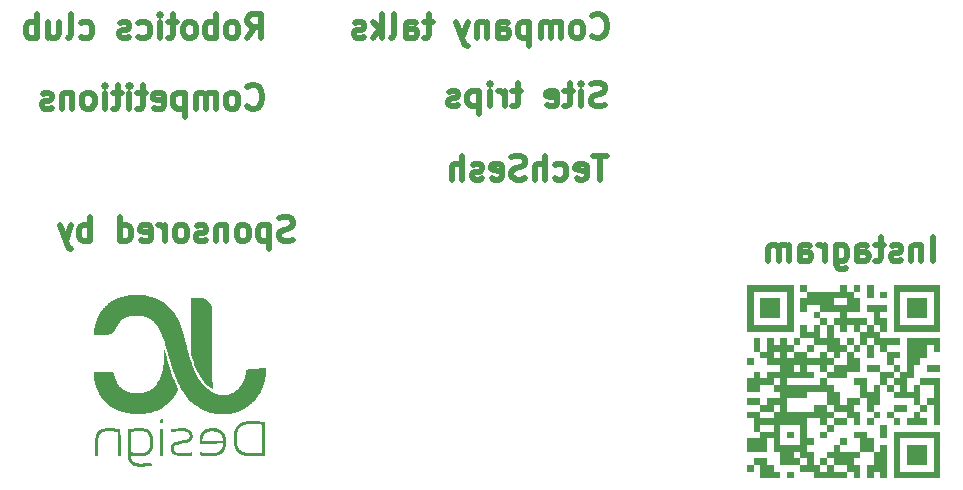
<source format=gbr>
%TF.GenerationSoftware,KiCad,Pcbnew,7.0.6-7.0.6~ubuntu22.04.1*%
%TF.CreationDate,2023-08-22T06:29:40+01:00*%
%TF.ProjectId,elecsoc_card,656c6563-736f-4635-9f63-6172642e6b69,rev?*%
%TF.SameCoordinates,Original*%
%TF.FileFunction,Soldermask,Bot*%
%TF.FilePolarity,Negative*%
%FSLAX46Y46*%
G04 Gerber Fmt 4.6, Leading zero omitted, Abs format (unit mm)*
G04 Created by KiCad (PCBNEW 7.0.6-7.0.6~ubuntu22.04.1) date 2023-08-22 06:29:40*
%MOMM*%
%LPD*%
G01*
G04 APERTURE LIST*
%ADD10C,0.000000*%
%ADD11C,0.500000*%
G04 APERTURE END LIST*
D10*
G36*
X169439009Y-95697870D02*
G01*
X170003453Y-95697870D01*
X170003453Y-96262315D01*
X170567899Y-96262315D01*
X170567899Y-96826759D01*
X168874565Y-96826759D01*
X168874565Y-95697870D01*
X168310120Y-95697870D01*
X168310120Y-95133426D01*
X169439009Y-95133426D01*
X169439009Y-95697870D01*
G37*
G36*
X120729162Y-92919432D02*
G01*
X120743088Y-92944387D01*
X120755520Y-92969978D01*
X120766476Y-92996264D01*
X120775975Y-93023303D01*
X120784034Y-93051151D01*
X120790671Y-93079868D01*
X120795905Y-93109511D01*
X120799753Y-93140138D01*
X120802234Y-93171807D01*
X120803365Y-93204575D01*
X120803875Y-93244343D01*
X120803505Y-93281365D01*
X120802188Y-93315847D01*
X120799854Y-93347996D01*
X120796435Y-93378019D01*
X120791862Y-93406120D01*
X120786067Y-93432507D01*
X120778980Y-93457385D01*
X120770533Y-93480961D01*
X120760657Y-93503441D01*
X120749283Y-93525032D01*
X120736343Y-93545938D01*
X120721768Y-93566367D01*
X120705490Y-93586525D01*
X120687439Y-93606618D01*
X120681587Y-93612569D01*
X120667546Y-93626852D01*
X120646366Y-93646619D01*
X120622889Y-93665996D01*
X120597480Y-93684823D01*
X120570504Y-93702941D01*
X120542328Y-93720191D01*
X120513316Y-93736413D01*
X120483834Y-93751449D01*
X120454247Y-93765140D01*
X120424921Y-93777325D01*
X120396220Y-93787847D01*
X120368511Y-93796546D01*
X120342158Y-93803262D01*
X120317527Y-93807837D01*
X120294983Y-93810111D01*
X120274891Y-93809925D01*
X120265880Y-93808860D01*
X120257618Y-93807121D01*
X120252644Y-93805874D01*
X120247923Y-93804907D01*
X120243478Y-93804207D01*
X120239329Y-93803763D01*
X120235498Y-93803566D01*
X120232007Y-93803604D01*
X120228878Y-93803866D01*
X120226132Y-93804342D01*
X120223792Y-93805020D01*
X120221878Y-93805890D01*
X120221088Y-93806393D01*
X120220413Y-93806941D01*
X120219856Y-93807531D01*
X120219419Y-93808162D01*
X120219104Y-93808832D01*
X120218916Y-93809541D01*
X120218856Y-93810288D01*
X120218927Y-93811070D01*
X120219131Y-93811886D01*
X120219473Y-93812736D01*
X120219954Y-93813617D01*
X120220576Y-93814528D01*
X120221027Y-93815707D01*
X120220997Y-93816928D01*
X120220499Y-93818188D01*
X120219544Y-93819486D01*
X120218144Y-93820821D01*
X120216311Y-93822190D01*
X120214057Y-93823591D01*
X120211393Y-93825023D01*
X120204883Y-93827973D01*
X120196875Y-93831023D01*
X120187464Y-93834161D01*
X120176744Y-93837371D01*
X120164808Y-93840638D01*
X120151750Y-93843950D01*
X120137665Y-93847290D01*
X120122647Y-93850644D01*
X120106790Y-93853999D01*
X120090188Y-93857339D01*
X120055124Y-93863918D01*
X120033732Y-93867579D01*
X119810480Y-93905797D01*
X119707201Y-93925997D01*
X119615755Y-93946142D01*
X119535494Y-93966563D01*
X119465770Y-93987587D01*
X119405936Y-94009545D01*
X119355345Y-94032766D01*
X119313348Y-94057578D01*
X119279298Y-94084310D01*
X119252549Y-94113293D01*
X119232451Y-94144855D01*
X119218359Y-94179325D01*
X119209623Y-94217033D01*
X119205598Y-94258308D01*
X119205634Y-94303478D01*
X119206769Y-94323401D01*
X119208778Y-94342884D01*
X119211655Y-94361918D01*
X119215392Y-94380499D01*
X119219980Y-94398618D01*
X119225412Y-94416269D01*
X119231681Y-94433445D01*
X119238779Y-94450140D01*
X119246698Y-94466347D01*
X119255430Y-94482058D01*
X119264969Y-94497267D01*
X119275305Y-94511968D01*
X119286431Y-94526153D01*
X119298341Y-94539816D01*
X119311025Y-94552950D01*
X119324477Y-94565548D01*
X119338688Y-94577604D01*
X119353651Y-94589110D01*
X119369359Y-94600060D01*
X119385803Y-94610447D01*
X119402976Y-94620264D01*
X119420870Y-94629505D01*
X119439478Y-94638163D01*
X119458791Y-94646230D01*
X119478803Y-94653700D01*
X119499505Y-94660567D01*
X119519738Y-94666487D01*
X119520890Y-94666824D01*
X119542950Y-94672463D01*
X119565678Y-94677478D01*
X119589065Y-94681863D01*
X119613104Y-94685609D01*
X119637787Y-94688712D01*
X119753851Y-94697644D01*
X119879175Y-94702294D01*
X120010056Y-94702776D01*
X120142789Y-94699207D01*
X120273669Y-94691702D01*
X120398994Y-94680378D01*
X120515058Y-94665349D01*
X120568459Y-94656482D01*
X120618157Y-94646732D01*
X120771262Y-94614630D01*
X120785615Y-94734230D01*
X120786079Y-94738102D01*
X120788437Y-94763155D01*
X120789894Y-94785614D01*
X120790360Y-94805606D01*
X120789745Y-94823258D01*
X120789003Y-94831246D01*
X120787957Y-94838696D01*
X120786596Y-94845625D01*
X120784907Y-94852047D01*
X120782880Y-94857979D01*
X120780504Y-94863437D01*
X120777767Y-94868437D01*
X120774658Y-94872994D01*
X120771165Y-94877124D01*
X120767278Y-94880843D01*
X120762984Y-94884167D01*
X120758274Y-94887111D01*
X120753134Y-94889692D01*
X120747555Y-94891925D01*
X120741524Y-94893826D01*
X120735031Y-94895412D01*
X120728064Y-94896697D01*
X120720612Y-94897697D01*
X120704206Y-94898909D01*
X120685725Y-94899172D01*
X120665077Y-94898615D01*
X120657098Y-94898266D01*
X120648943Y-94898137D01*
X120640665Y-94898219D01*
X120632317Y-94898499D01*
X120615634Y-94899613D01*
X120599327Y-94901392D01*
X120583830Y-94903751D01*
X120569578Y-94906602D01*
X120563054Y-94908184D01*
X120557004Y-94909857D01*
X120551482Y-94911610D01*
X120546543Y-94913432D01*
X120542038Y-94915197D01*
X120536896Y-94916789D01*
X120531176Y-94918207D01*
X120524935Y-94919451D01*
X120518231Y-94920521D01*
X120511122Y-94921419D01*
X120503665Y-94922142D01*
X120495919Y-94922692D01*
X120487942Y-94923068D01*
X120479790Y-94923270D01*
X120471524Y-94923299D01*
X120463199Y-94923154D01*
X120454874Y-94922836D01*
X120446607Y-94922344D01*
X120438456Y-94921678D01*
X120430479Y-94920839D01*
X120423220Y-94919999D01*
X120416280Y-94919329D01*
X120409686Y-94918826D01*
X120403469Y-94918485D01*
X120397658Y-94918304D01*
X120392280Y-94918278D01*
X120387365Y-94918404D01*
X120382942Y-94918679D01*
X120379040Y-94919098D01*
X120375688Y-94919658D01*
X120372915Y-94920355D01*
X120370749Y-94921187D01*
X120369220Y-94922148D01*
X120368704Y-94922677D01*
X120368357Y-94923236D01*
X120368184Y-94923827D01*
X120368188Y-94924448D01*
X120368373Y-94925098D01*
X120368743Y-94925778D01*
X120369107Y-94926718D01*
X120368822Y-94927686D01*
X120367903Y-94928678D01*
X120366365Y-94929695D01*
X120364225Y-94930733D01*
X120361499Y-94931791D01*
X120354351Y-94933959D01*
X120345046Y-94936185D01*
X120333712Y-94938454D01*
X120320476Y-94940752D01*
X120305463Y-94943065D01*
X120288801Y-94945378D01*
X120270616Y-94947676D01*
X120230184Y-94952171D01*
X120185179Y-94956435D01*
X120136615Y-94960352D01*
X120040495Y-94965145D01*
X119942262Y-94966756D01*
X119846518Y-94965473D01*
X119757864Y-94961585D01*
X119680901Y-94955383D01*
X119620231Y-94947154D01*
X119597444Y-94942371D01*
X119580455Y-94937190D01*
X119569840Y-94931647D01*
X119567102Y-94928751D01*
X119566173Y-94925778D01*
X119566087Y-94924874D01*
X119565832Y-94924013D01*
X119565412Y-94923197D01*
X119564833Y-94922426D01*
X119564097Y-94921700D01*
X119563211Y-94921019D01*
X119562178Y-94920385D01*
X119561003Y-94919797D01*
X119559691Y-94919257D01*
X119558245Y-94918763D01*
X119556672Y-94918318D01*
X119554974Y-94917921D01*
X119553157Y-94917573D01*
X119551225Y-94917274D01*
X119549183Y-94917025D01*
X119547035Y-94916826D01*
X119542440Y-94916581D01*
X119537476Y-94916542D01*
X119532179Y-94916713D01*
X119526585Y-94917097D01*
X119520731Y-94917698D01*
X119514653Y-94918519D01*
X119508386Y-94919565D01*
X119501968Y-94920839D01*
X119493546Y-94922083D01*
X119485868Y-94923038D01*
X119478929Y-94923704D01*
X119472720Y-94924080D01*
X119467235Y-94924167D01*
X119462466Y-94923965D01*
X119458407Y-94923473D01*
X119455049Y-94922692D01*
X119453630Y-94922192D01*
X119452385Y-94921621D01*
X119451311Y-94920977D01*
X119450409Y-94920261D01*
X119449676Y-94919472D01*
X119449112Y-94918612D01*
X119448717Y-94917678D01*
X119448489Y-94916673D01*
X119448427Y-94915595D01*
X119448531Y-94914444D01*
X119448800Y-94913222D01*
X119449232Y-94911927D01*
X119450583Y-94909120D01*
X119452579Y-94906023D01*
X119454257Y-94902899D01*
X119454964Y-94901426D01*
X119455584Y-94900013D01*
X119456115Y-94898663D01*
X119456556Y-94897374D01*
X119456908Y-94896149D01*
X119457171Y-94894988D01*
X119457342Y-94893892D01*
X119457423Y-94892862D01*
X119457413Y-94891899D01*
X119457311Y-94891004D01*
X119457116Y-94890177D01*
X119456829Y-94889420D01*
X119456449Y-94888734D01*
X119455975Y-94888119D01*
X119455407Y-94887577D01*
X119454744Y-94887108D01*
X119453987Y-94886713D01*
X119453134Y-94886393D01*
X119452185Y-94886149D01*
X119451140Y-94885982D01*
X119449998Y-94885892D01*
X119448759Y-94885881D01*
X119447422Y-94885950D01*
X119445988Y-94886100D01*
X119444454Y-94886330D01*
X119442822Y-94886644D01*
X119441090Y-94887040D01*
X119439258Y-94887520D01*
X119437326Y-94888086D01*
X119435293Y-94888737D01*
X119425278Y-94891705D01*
X119414266Y-94893239D01*
X119402330Y-94893393D01*
X119389545Y-94892224D01*
X119375984Y-94889787D01*
X119361721Y-94886138D01*
X119346830Y-94881332D01*
X119331383Y-94875425D01*
X119299121Y-94860530D01*
X119265523Y-94841899D01*
X119231181Y-94819976D01*
X119196683Y-94795207D01*
X119162619Y-94768035D01*
X119144000Y-94751620D01*
X119224551Y-94751620D01*
X119224575Y-94753131D01*
X119224721Y-94754675D01*
X119224991Y-94756250D01*
X119225390Y-94757856D01*
X119225896Y-94759252D01*
X119226485Y-94760659D01*
X119227153Y-94762074D01*
X119227898Y-94763494D01*
X119229601Y-94766337D01*
X119231564Y-94769161D01*
X119233758Y-94771942D01*
X119236155Y-94774655D01*
X119238726Y-94777273D01*
X119241441Y-94779772D01*
X119244273Y-94782126D01*
X119247191Y-94784311D01*
X119250166Y-94786300D01*
X119253171Y-94788068D01*
X119256176Y-94789590D01*
X119259152Y-94790841D01*
X119260620Y-94791357D01*
X119262070Y-94791796D01*
X119263498Y-94792154D01*
X119264901Y-94792428D01*
X119268808Y-94793267D01*
X119272198Y-94793933D01*
X119275075Y-94794425D01*
X119277441Y-94794743D01*
X119279301Y-94794888D01*
X119280042Y-94794895D01*
X119280658Y-94794859D01*
X119281149Y-94794780D01*
X119281516Y-94794657D01*
X119281759Y-94794490D01*
X119281878Y-94794281D01*
X119281875Y-94794027D01*
X119281749Y-94793731D01*
X119281501Y-94793391D01*
X119281131Y-94793007D01*
X119280028Y-94792110D01*
X119278444Y-94791039D01*
X119276383Y-94789795D01*
X119273848Y-94788377D01*
X119270843Y-94786785D01*
X119267371Y-94785020D01*
X119265584Y-94784093D01*
X119263927Y-94783166D01*
X119262399Y-94782238D01*
X119261000Y-94781306D01*
X119259729Y-94780371D01*
X119258586Y-94779431D01*
X119257571Y-94778486D01*
X119256683Y-94777535D01*
X119255921Y-94776576D01*
X119255286Y-94775609D01*
X119254776Y-94774633D01*
X119254392Y-94773647D01*
X119254132Y-94772651D01*
X119253997Y-94771642D01*
X119253986Y-94770621D01*
X119254098Y-94769586D01*
X119254333Y-94768537D01*
X119254690Y-94767473D01*
X119255170Y-94766392D01*
X119255771Y-94765294D01*
X119256494Y-94764178D01*
X119257337Y-94763043D01*
X119258300Y-94761888D01*
X119259384Y-94760712D01*
X119260586Y-94759515D01*
X119261908Y-94758295D01*
X119263348Y-94757051D01*
X119264906Y-94755783D01*
X119266582Y-94754490D01*
X119268375Y-94753170D01*
X119270284Y-94751824D01*
X119272310Y-94750449D01*
X119277055Y-94747351D01*
X119281102Y-94744531D01*
X119282863Y-94743222D01*
X119284448Y-94741979D01*
X119285856Y-94740800D01*
X119287088Y-94739683D01*
X119288142Y-94738629D01*
X119289019Y-94737634D01*
X119289717Y-94736698D01*
X119290237Y-94735820D01*
X119290578Y-94734998D01*
X119290739Y-94734230D01*
X119290721Y-94733516D01*
X119290522Y-94732853D01*
X119290142Y-94732242D01*
X119289581Y-94731679D01*
X119288838Y-94731165D01*
X119287912Y-94730697D01*
X119286804Y-94730275D01*
X119285513Y-94729896D01*
X119284039Y-94729560D01*
X119282380Y-94729265D01*
X119280537Y-94729009D01*
X119278509Y-94728792D01*
X119273896Y-94728469D01*
X119268538Y-94728282D01*
X119262431Y-94728223D01*
X119257892Y-94728365D01*
X119253547Y-94728787D01*
X119249420Y-94729476D01*
X119245531Y-94730422D01*
X119241903Y-94731614D01*
X119238557Y-94733041D01*
X119236997Y-94733839D01*
X119235515Y-94734692D01*
X119234115Y-94735599D01*
X119232798Y-94736557D01*
X119231569Y-94737566D01*
X119230429Y-94738624D01*
X119229381Y-94739731D01*
X119228429Y-94740883D01*
X119227573Y-94742082D01*
X119226819Y-94743323D01*
X119226167Y-94744608D01*
X119225621Y-94745933D01*
X119225184Y-94747299D01*
X119224858Y-94748703D01*
X119224646Y-94750143D01*
X119224551Y-94751620D01*
X119144000Y-94751620D01*
X119129579Y-94738906D01*
X119098152Y-94708266D01*
X119068928Y-94676558D01*
X119061002Y-94666863D01*
X119105159Y-94666863D01*
X119105275Y-94669471D01*
X119105622Y-94672043D01*
X119105882Y-94673309D01*
X119106201Y-94674557D01*
X119106577Y-94675786D01*
X119107011Y-94676991D01*
X119107503Y-94678172D01*
X119108053Y-94679325D01*
X119108661Y-94680446D01*
X119109326Y-94681535D01*
X119110050Y-94682587D01*
X119110831Y-94683600D01*
X119111670Y-94684572D01*
X119112567Y-94685499D01*
X119113522Y-94686380D01*
X119114535Y-94687211D01*
X119115606Y-94687989D01*
X119116735Y-94688712D01*
X119117885Y-94689356D01*
X119119019Y-94689900D01*
X119120136Y-94690346D01*
X119121235Y-94690694D01*
X119122313Y-94690947D01*
X119123371Y-94691105D01*
X119124405Y-94691170D01*
X119125416Y-94691143D01*
X119126402Y-94691025D01*
X119127360Y-94690819D01*
X119128291Y-94690525D01*
X119129193Y-94690144D01*
X119130063Y-94689679D01*
X119130902Y-94689130D01*
X119131707Y-94688498D01*
X119132477Y-94687786D01*
X119133211Y-94686994D01*
X119133908Y-94686124D01*
X119134565Y-94685177D01*
X119135183Y-94684154D01*
X119135759Y-94683057D01*
X119136292Y-94681888D01*
X119136780Y-94680647D01*
X119137223Y-94679336D01*
X119137619Y-94677956D01*
X119137966Y-94676509D01*
X119138264Y-94674995D01*
X119138511Y-94673418D01*
X119138705Y-94671776D01*
X119138845Y-94670073D01*
X119138931Y-94668310D01*
X119138959Y-94666487D01*
X119138871Y-94659049D01*
X119138598Y-94652480D01*
X119138129Y-94646779D01*
X119137455Y-94641947D01*
X119137037Y-94639856D01*
X119136563Y-94637982D01*
X119136032Y-94636325D01*
X119135443Y-94634885D01*
X119134795Y-94633663D01*
X119134085Y-94632657D01*
X119133313Y-94631869D01*
X119132477Y-94631297D01*
X119131576Y-94630942D01*
X119130609Y-94630805D01*
X119129574Y-94630885D01*
X119128469Y-94631181D01*
X119127294Y-94631695D01*
X119126048Y-94632426D01*
X119124727Y-94633373D01*
X119123333Y-94634538D01*
X119121862Y-94635920D01*
X119120314Y-94637519D01*
X119116981Y-94641368D01*
X119113322Y-94646085D01*
X119109326Y-94651671D01*
X119108661Y-94652842D01*
X119108053Y-94654040D01*
X119107503Y-94655261D01*
X119107011Y-94656504D01*
X119106577Y-94657764D01*
X119106201Y-94659039D01*
X119105622Y-94661626D01*
X119105275Y-94664241D01*
X119105159Y-94666863D01*
X119061002Y-94666863D01*
X119042496Y-94644228D01*
X119019447Y-94611720D01*
X119009375Y-94595539D01*
X119000370Y-94579481D01*
X118992505Y-94563600D01*
X118985854Y-94547954D01*
X118975635Y-94516778D01*
X118967189Y-94482832D01*
X118960493Y-94446584D01*
X118955526Y-94408507D01*
X118952267Y-94369069D01*
X118950693Y-94328742D01*
X118950784Y-94287995D01*
X118952516Y-94247298D01*
X118955870Y-94207123D01*
X118960822Y-94167938D01*
X118967351Y-94130216D01*
X118975436Y-94094424D01*
X118985054Y-94061035D01*
X118996185Y-94030518D01*
X119008806Y-94003343D01*
X119022895Y-93979981D01*
X119028937Y-93970901D01*
X119034997Y-93962208D01*
X119035155Y-93961992D01*
X119121543Y-93961992D01*
X119121673Y-93962387D01*
X119122006Y-93962571D01*
X119122542Y-93962546D01*
X119123279Y-93962313D01*
X119124220Y-93961871D01*
X119126709Y-93960363D01*
X119130008Y-93958026D01*
X119134117Y-93954865D01*
X119139036Y-93950883D01*
X119144766Y-93946083D01*
X119151306Y-93940469D01*
X119158830Y-93934597D01*
X119165655Y-93929024D01*
X119171779Y-93923763D01*
X119177197Y-93918823D01*
X119181906Y-93914217D01*
X119185903Y-93909954D01*
X119189183Y-93906045D01*
X119191744Y-93902502D01*
X119192631Y-93901069D01*
X119386430Y-93901069D01*
X119386506Y-93902021D01*
X119386714Y-93902927D01*
X119387056Y-93903786D01*
X119387534Y-93904596D01*
X119388147Y-93905357D01*
X119388899Y-93906067D01*
X119389790Y-93906724D01*
X119390822Y-93907327D01*
X119391995Y-93907875D01*
X119393312Y-93908367D01*
X119402498Y-93911373D01*
X119410656Y-93913890D01*
X119417860Y-93915893D01*
X119424181Y-93917358D01*
X119429691Y-93918258D01*
X119432165Y-93918488D01*
X119434463Y-93918568D01*
X119436596Y-93918495D01*
X119438570Y-93918264D01*
X119440397Y-93917873D01*
X119442084Y-93917319D01*
X119443641Y-93916599D01*
X119445077Y-93915709D01*
X119446400Y-93914646D01*
X119447621Y-93913407D01*
X119448747Y-93911990D01*
X119449789Y-93910390D01*
X119450755Y-93908605D01*
X119451653Y-93906631D01*
X119453286Y-93902105D01*
X119454759Y-93896787D01*
X119456146Y-93890651D01*
X119457518Y-93883672D01*
X119458295Y-93877565D01*
X119458753Y-93872203D01*
X119458854Y-93869800D01*
X119458864Y-93867579D01*
X119458780Y-93865542D01*
X119458598Y-93863686D01*
X119458316Y-93862011D01*
X119457928Y-93860516D01*
X119457432Y-93859200D01*
X119456823Y-93858062D01*
X119456099Y-93857102D01*
X119455256Y-93856318D01*
X119454289Y-93855709D01*
X119453196Y-93855275D01*
X119451973Y-93855014D01*
X119450616Y-93854926D01*
X119449121Y-93855010D01*
X119447486Y-93855265D01*
X119445705Y-93855690D01*
X119443777Y-93856284D01*
X119441696Y-93857046D01*
X119439460Y-93857975D01*
X119437065Y-93859071D01*
X119434507Y-93860332D01*
X119428888Y-93863348D01*
X119422574Y-93867014D01*
X119415537Y-93871325D01*
X119410648Y-93874535D01*
X119406176Y-93877677D01*
X119402130Y-93880739D01*
X119398521Y-93883711D01*
X119395361Y-93886581D01*
X119392661Y-93889340D01*
X119390431Y-93891975D01*
X119389496Y-93893243D01*
X119388882Y-93894173D01*
X119388682Y-93894476D01*
X119387991Y-93895674D01*
X119387425Y-93896833D01*
X119386984Y-93897954D01*
X119386671Y-93899034D01*
X119386486Y-93900073D01*
X119386430Y-93901069D01*
X119192631Y-93901069D01*
X119192753Y-93900871D01*
X119193581Y-93899335D01*
X119194227Y-93897896D01*
X119194691Y-93896555D01*
X119194972Y-93895314D01*
X119195070Y-93894173D01*
X119194985Y-93893135D01*
X119194715Y-93892200D01*
X119194261Y-93891370D01*
X119193622Y-93890646D01*
X119192798Y-93890030D01*
X119191788Y-93889523D01*
X119190591Y-93889126D01*
X119189208Y-93888841D01*
X119187638Y-93888669D01*
X119185880Y-93888611D01*
X119185374Y-93888669D01*
X119184784Y-93888839D01*
X119184114Y-93889118D01*
X119183367Y-93889504D01*
X119181652Y-93890581D01*
X119179667Y-93892045D01*
X119177436Y-93893872D01*
X119174984Y-93896034D01*
X119172336Y-93898508D01*
X119169519Y-93901267D01*
X119166557Y-93904287D01*
X119163476Y-93907542D01*
X119160300Y-93911007D01*
X119157056Y-93914657D01*
X119153768Y-93918465D01*
X119150463Y-93922408D01*
X119147164Y-93926458D01*
X119143898Y-93930593D01*
X119138284Y-93937567D01*
X119133480Y-93943678D01*
X119129487Y-93948927D01*
X119126304Y-93953319D01*
X119123931Y-93956857D01*
X119122368Y-93959546D01*
X119121890Y-93960572D01*
X119121616Y-93961388D01*
X119121543Y-93961992D01*
X119035155Y-93961992D01*
X119041035Y-93953942D01*
X119047011Y-93946142D01*
X119052886Y-93938849D01*
X119058621Y-93932102D01*
X119064174Y-93925941D01*
X119069506Y-93920406D01*
X119074578Y-93915536D01*
X119079350Y-93911372D01*
X119083782Y-93907953D01*
X119087834Y-93905319D01*
X119091467Y-93903510D01*
X119093113Y-93902927D01*
X119094640Y-93902565D01*
X119096041Y-93902429D01*
X119097313Y-93902525D01*
X119098451Y-93902856D01*
X119099448Y-93903428D01*
X119100388Y-93903841D01*
X119101355Y-93904154D01*
X119102346Y-93904368D01*
X119103360Y-93904485D01*
X119104393Y-93904506D01*
X119105444Y-93904432D01*
X119106510Y-93904265D01*
X119107590Y-93904007D01*
X119108680Y-93903658D01*
X119109779Y-93903220D01*
X119110884Y-93902695D01*
X119111993Y-93902083D01*
X119113104Y-93901386D01*
X119114215Y-93900605D01*
X119115323Y-93899742D01*
X119116426Y-93898798D01*
X119117522Y-93897775D01*
X119118608Y-93896673D01*
X119119682Y-93895494D01*
X119120743Y-93894240D01*
X119121787Y-93892912D01*
X119122812Y-93891511D01*
X119123817Y-93890039D01*
X119124799Y-93888496D01*
X119125755Y-93886885D01*
X119126684Y-93885206D01*
X119127583Y-93883462D01*
X119128450Y-93881652D01*
X119129283Y-93879780D01*
X119130079Y-93877845D01*
X119130836Y-93875850D01*
X119131552Y-93873796D01*
X119132425Y-93871872D01*
X119133650Y-93869811D01*
X119135216Y-93867618D01*
X119137112Y-93865302D01*
X119141855Y-93860322D01*
X119147796Y-93854927D01*
X119154850Y-93849170D01*
X119162935Y-93843105D01*
X119171969Y-93836787D01*
X119181866Y-93830271D01*
X119192545Y-93823609D01*
X119203922Y-93816858D01*
X119215915Y-93810070D01*
X119228438Y-93803300D01*
X119241411Y-93796602D01*
X119254749Y-93790032D01*
X119268368Y-93783642D01*
X119282187Y-93777487D01*
X119334128Y-93754529D01*
X119374058Y-93737358D01*
X119403166Y-93725744D01*
X119414032Y-93721948D01*
X119422637Y-93719455D01*
X119429129Y-93718234D01*
X119433658Y-93718259D01*
X119435232Y-93718728D01*
X119436370Y-93719498D01*
X119437092Y-93720565D01*
X119437415Y-93721924D01*
X119436941Y-93725508D01*
X119435095Y-93730220D01*
X119432027Y-93736032D01*
X119427885Y-93742914D01*
X119427262Y-93744245D01*
X119426783Y-93745462D01*
X119426444Y-93746565D01*
X119426245Y-93747554D01*
X119426183Y-93748432D01*
X119426203Y-93748829D01*
X119426257Y-93749198D01*
X119426344Y-93749540D01*
X119426465Y-93749854D01*
X119426618Y-93750141D01*
X119426804Y-93750400D01*
X119427023Y-93750633D01*
X119427274Y-93750838D01*
X119427558Y-93751017D01*
X119427873Y-93751168D01*
X119428219Y-93751293D01*
X119428598Y-93751392D01*
X119429447Y-93751510D01*
X119430420Y-93751522D01*
X119431514Y-93751431D01*
X119432727Y-93751237D01*
X119434058Y-93750940D01*
X119435505Y-93750543D01*
X119437065Y-93750044D01*
X119438738Y-93749447D01*
X119440521Y-93748751D01*
X119442413Y-93747957D01*
X119444411Y-93747066D01*
X119446514Y-93746080D01*
X119448720Y-93744998D01*
X119451028Y-93743823D01*
X119453435Y-93742554D01*
X119458540Y-93739741D01*
X119464022Y-93736566D01*
X119469865Y-93733037D01*
X119487886Y-93724025D01*
X119515989Y-93713836D01*
X119552737Y-93702744D01*
X119596694Y-93691018D01*
X119700493Y-93666753D01*
X119815896Y-93643211D01*
X119931415Y-93622563D01*
X120035561Y-93606979D01*
X120079779Y-93601764D01*
X120116845Y-93598630D01*
X120145324Y-93597847D01*
X120163779Y-93599686D01*
X120168290Y-93600932D01*
X120172547Y-93601895D01*
X120176530Y-93602584D01*
X120180216Y-93603005D01*
X120183584Y-93603165D01*
X120186612Y-93603072D01*
X120189278Y-93602734D01*
X120190468Y-93602474D01*
X120191560Y-93602156D01*
X120192551Y-93601780D01*
X120193438Y-93601347D01*
X120194218Y-93600858D01*
X120194888Y-93600314D01*
X120195447Y-93599715D01*
X120195890Y-93599064D01*
X120196216Y-93598359D01*
X120196422Y-93597603D01*
X120196505Y-93596797D01*
X120196462Y-93595941D01*
X120196290Y-93595036D01*
X120195988Y-93594083D01*
X120195552Y-93593083D01*
X120194979Y-93592036D01*
X120194267Y-93590945D01*
X120193412Y-93589809D01*
X120192790Y-93588659D01*
X120192310Y-93587525D01*
X120191970Y-93586408D01*
X120191768Y-93585309D01*
X120191701Y-93584231D01*
X120191768Y-93583173D01*
X120191967Y-93582138D01*
X120192294Y-93581128D01*
X120192747Y-93580142D01*
X120193325Y-93579183D01*
X120194025Y-93578252D01*
X120194845Y-93577351D01*
X120195782Y-93576480D01*
X120196835Y-93575642D01*
X120198001Y-93574837D01*
X120199277Y-93574066D01*
X120200662Y-93573332D01*
X120202154Y-93572636D01*
X120203749Y-93571978D01*
X120205446Y-93571361D01*
X120207243Y-93570785D01*
X120209136Y-93570252D01*
X120211125Y-93569763D01*
X120213206Y-93569320D01*
X120215378Y-93568924D01*
X120217638Y-93568577D01*
X120219984Y-93568279D01*
X120222414Y-93568033D01*
X120224925Y-93567838D01*
X120227515Y-93567698D01*
X120230182Y-93567613D01*
X120232924Y-93567584D01*
X120241448Y-93567305D01*
X120250330Y-93566483D01*
X120269034Y-93563291D01*
X120288774Y-93558175D01*
X120309284Y-93551301D01*
X120330300Y-93542835D01*
X120351558Y-93532944D01*
X120372795Y-93521794D01*
X120393746Y-93509552D01*
X120409632Y-93499299D01*
X120570311Y-93499299D01*
X120570369Y-93501420D01*
X120570543Y-93503631D01*
X120570832Y-93505930D01*
X120571238Y-93508318D01*
X120571758Y-93510792D01*
X120572395Y-93513352D01*
X120573148Y-93515997D01*
X120574016Y-93518726D01*
X120575000Y-93521538D01*
X120576099Y-93524433D01*
X120577315Y-93527409D01*
X120578646Y-93530465D01*
X120581656Y-93536816D01*
X120585128Y-93543478D01*
X120589064Y-93550444D01*
X120593463Y-93557706D01*
X120602396Y-93570783D01*
X120610638Y-93582222D01*
X120618135Y-93592004D01*
X120624832Y-93600111D01*
X120630676Y-93606525D01*
X120635612Y-93611228D01*
X120637723Y-93612933D01*
X120639586Y-93614203D01*
X120641195Y-93615036D01*
X120642543Y-93615429D01*
X120643623Y-93615382D01*
X120644429Y-93614891D01*
X120644954Y-93613954D01*
X120645191Y-93612569D01*
X120645133Y-93610734D01*
X120644773Y-93608446D01*
X120644105Y-93605703D01*
X120643121Y-93602503D01*
X120640182Y-93594723D01*
X120635901Y-93585087D01*
X120630224Y-93573577D01*
X120623095Y-93560176D01*
X120619942Y-93554569D01*
X120616970Y-93548890D01*
X120614186Y-93543181D01*
X120611597Y-93537488D01*
X120609211Y-93531852D01*
X120607035Y-93526317D01*
X120605075Y-93520928D01*
X120603340Y-93515726D01*
X120601837Y-93510756D01*
X120600572Y-93506060D01*
X120599553Y-93501683D01*
X120598787Y-93497668D01*
X120598282Y-93494058D01*
X120598044Y-93490897D01*
X120598082Y-93488227D01*
X120598401Y-93486093D01*
X120598604Y-93484965D01*
X120598749Y-93483894D01*
X120598837Y-93482883D01*
X120598869Y-93481931D01*
X120598845Y-93481038D01*
X120598765Y-93480206D01*
X120598630Y-93479434D01*
X120598440Y-93478723D01*
X120598196Y-93478074D01*
X120597898Y-93477487D01*
X120597547Y-93476962D01*
X120597142Y-93476500D01*
X120596686Y-93476101D01*
X120596177Y-93475766D01*
X120595617Y-93475495D01*
X120595006Y-93475289D01*
X120594344Y-93475148D01*
X120593632Y-93475072D01*
X120592870Y-93475063D01*
X120592059Y-93475120D01*
X120591199Y-93475244D01*
X120590291Y-93475435D01*
X120589334Y-93475694D01*
X120588331Y-93476021D01*
X120587280Y-93476418D01*
X120586183Y-93476883D01*
X120585039Y-93477418D01*
X120583850Y-93478023D01*
X120582616Y-93478699D01*
X120581337Y-93479445D01*
X120580013Y-93480263D01*
X120578646Y-93481153D01*
X120577315Y-93482130D01*
X120576099Y-93483207D01*
X120574999Y-93484383D01*
X120574016Y-93485658D01*
X120573147Y-93487031D01*
X120572395Y-93488501D01*
X120571758Y-93490066D01*
X120571237Y-93491726D01*
X120570832Y-93493480D01*
X120570543Y-93495328D01*
X120570369Y-93497267D01*
X120570311Y-93499299D01*
X120409632Y-93499299D01*
X120414148Y-93496384D01*
X120433735Y-93482456D01*
X120452244Y-93467934D01*
X120469412Y-93452986D01*
X120484973Y-93437778D01*
X120498664Y-93422475D01*
X120510221Y-93407245D01*
X120515116Y-93399709D01*
X120519379Y-93392254D01*
X120525512Y-93378096D01*
X120530940Y-93362563D01*
X120535652Y-93345785D01*
X120539636Y-93327894D01*
X120542883Y-93309019D01*
X120545381Y-93289290D01*
X120547119Y-93268837D01*
X120548086Y-93247791D01*
X120548273Y-93226283D01*
X120547667Y-93204441D01*
X120546258Y-93182397D01*
X120544035Y-93160280D01*
X120540987Y-93138222D01*
X120537104Y-93116351D01*
X120532374Y-93094799D01*
X120526787Y-93073695D01*
X120524360Y-93066463D01*
X120521260Y-93059130D01*
X120517509Y-93051711D01*
X120513128Y-93044221D01*
X120508140Y-93036675D01*
X120502566Y-93029088D01*
X120496427Y-93021475D01*
X120489746Y-93013850D01*
X120482544Y-93006229D01*
X120474842Y-92998626D01*
X120458029Y-92983537D01*
X120439479Y-92968700D01*
X120419367Y-92954236D01*
X120397865Y-92940264D01*
X120375148Y-92926903D01*
X120351389Y-92914273D01*
X120349106Y-92913181D01*
X120462582Y-92913181D01*
X120462696Y-92916767D01*
X120462836Y-92918471D01*
X120463030Y-92920112D01*
X120463277Y-92921690D01*
X120463575Y-92923203D01*
X120463922Y-92924650D01*
X120464318Y-92926030D01*
X120464761Y-92927341D01*
X120465249Y-92928582D01*
X120465782Y-92929751D01*
X120466358Y-92930848D01*
X120466976Y-92931871D01*
X120467633Y-92932818D01*
X120468330Y-92933688D01*
X120469064Y-92934480D01*
X120469834Y-92935193D01*
X120470639Y-92935824D01*
X120471478Y-92936373D01*
X120472348Y-92936839D01*
X120473250Y-92937219D01*
X120474181Y-92937514D01*
X120475139Y-92937720D01*
X120476125Y-92937837D01*
X120477136Y-92937864D01*
X120478170Y-92937800D01*
X120479228Y-92937642D01*
X120480306Y-92937389D01*
X120481405Y-92937041D01*
X120482522Y-92936595D01*
X120483656Y-92936051D01*
X120484807Y-92935407D01*
X120485935Y-92934684D01*
X120487006Y-92933906D01*
X120488019Y-92933075D01*
X120488974Y-92932195D01*
X120489871Y-92931267D01*
X120490710Y-92930295D01*
X120491492Y-92929282D01*
X120492215Y-92928230D01*
X120492881Y-92927141D01*
X120493488Y-92926020D01*
X120494038Y-92924867D01*
X120494530Y-92923686D01*
X120494964Y-92922480D01*
X120495340Y-92921252D01*
X120495659Y-92920003D01*
X120495919Y-92918738D01*
X120496122Y-92917458D01*
X120496267Y-92916166D01*
X120496353Y-92914865D01*
X120496382Y-92913558D01*
X120496353Y-92912247D01*
X120496267Y-92910935D01*
X120496122Y-92909625D01*
X120495919Y-92908320D01*
X120495659Y-92907022D01*
X120495341Y-92905734D01*
X120494965Y-92904458D01*
X120494530Y-92903198D01*
X120494039Y-92901956D01*
X120493489Y-92900734D01*
X120492881Y-92899537D01*
X120492216Y-92898365D01*
X120488220Y-92892780D01*
X120486349Y-92890313D01*
X120484561Y-92888063D01*
X120482855Y-92886030D01*
X120481228Y-92884214D01*
X120479680Y-92882615D01*
X120478209Y-92881233D01*
X120476814Y-92880068D01*
X120475494Y-92879120D01*
X120474247Y-92878390D01*
X120473072Y-92877876D01*
X120471968Y-92877579D01*
X120470933Y-92877500D01*
X120469965Y-92877637D01*
X120469064Y-92877992D01*
X120468228Y-92878563D01*
X120467456Y-92879352D01*
X120466747Y-92880357D01*
X120466098Y-92881580D01*
X120465509Y-92883020D01*
X120464978Y-92884676D01*
X120464505Y-92886550D01*
X120464087Y-92888641D01*
X120463723Y-92890949D01*
X120463412Y-92893474D01*
X120463153Y-92896216D01*
X120462943Y-92899175D01*
X120462670Y-92905744D01*
X120462582Y-92913181D01*
X120349106Y-92913181D01*
X120326763Y-92902493D01*
X120301441Y-92891683D01*
X120275599Y-92881961D01*
X120249409Y-92873448D01*
X120223046Y-92866262D01*
X120200924Y-92862327D01*
X120168771Y-92858863D01*
X120079625Y-92853375D01*
X119966113Y-92849854D01*
X119838738Y-92848358D01*
X119708007Y-92848947D01*
X119584424Y-92851676D01*
X119478493Y-92856606D01*
X119435431Y-92859913D01*
X119400720Y-92863792D01*
X119374728Y-92867115D01*
X119345582Y-92871393D01*
X119314295Y-92876424D01*
X119281878Y-92882004D01*
X119217712Y-92894004D01*
X119161185Y-92905773D01*
X119136158Y-92911163D01*
X119113768Y-92915207D01*
X119093875Y-92917776D01*
X119084820Y-92918466D01*
X119076336Y-92918738D01*
X119068406Y-92918576D01*
X119061011Y-92917964D01*
X119054135Y-92916885D01*
X119047759Y-92915323D01*
X119041866Y-92913262D01*
X119036438Y-92910686D01*
X119031459Y-92907577D01*
X119026909Y-92903921D01*
X119022771Y-92899701D01*
X119019028Y-92894900D01*
X119015663Y-92889502D01*
X119012656Y-92883490D01*
X119009992Y-92876850D01*
X119007652Y-92869564D01*
X119005618Y-92861615D01*
X119003874Y-92852989D01*
X119002400Y-92843668D01*
X119001180Y-92833636D01*
X118999431Y-92811375D01*
X118998486Y-92786075D01*
X118998202Y-92757607D01*
X118998296Y-92741790D01*
X118998612Y-92727616D01*
X118999194Y-92714990D01*
X119000092Y-92703818D01*
X119001352Y-92694007D01*
X119003020Y-92685461D01*
X119005144Y-92678088D01*
X119006391Y-92674811D01*
X119007770Y-92671793D01*
X119009287Y-92669020D01*
X119010947Y-92666481D01*
X119012756Y-92664165D01*
X119014720Y-92662060D01*
X119016846Y-92660153D01*
X119019138Y-92658434D01*
X119021603Y-92656890D01*
X119024246Y-92655510D01*
X119030092Y-92653194D01*
X119036724Y-92651391D01*
X119044187Y-92650008D01*
X119052529Y-92648950D01*
X119066430Y-92648618D01*
X119083629Y-92647677D01*
X119103491Y-92646216D01*
X119125378Y-92644320D01*
X119172683Y-92639575D01*
X119220451Y-92634135D01*
X119245532Y-92631472D01*
X119273853Y-92629041D01*
X119336515Y-92624874D01*
X119401029Y-92621632D01*
X119459987Y-92619317D01*
X119485024Y-92618159D01*
X119507948Y-92616539D01*
X119528268Y-92614456D01*
X119545492Y-92611909D01*
X119552789Y-92610462D01*
X119559127Y-92608900D01*
X119564445Y-92607221D01*
X119568681Y-92605427D01*
X119571775Y-92603517D01*
X119572874Y-92602518D01*
X119573664Y-92601491D01*
X119574137Y-92600435D01*
X119574286Y-92599350D01*
X119574104Y-92598235D01*
X119573581Y-92597092D01*
X119573485Y-92596174D01*
X119574108Y-92595271D01*
X119575436Y-92594385D01*
X119577450Y-92593518D01*
X119583468Y-92591845D01*
X119592025Y-92590263D01*
X119602985Y-92588781D01*
X119616209Y-92587412D01*
X119631559Y-92586166D01*
X119648900Y-92585054D01*
X119688999Y-92583274D01*
X119735407Y-92582160D01*
X119787024Y-92581798D01*
X119842751Y-92582275D01*
X119918469Y-92582763D01*
X119981773Y-92584320D01*
X120034138Y-92587094D01*
X120077040Y-92591227D01*
X120095403Y-92593849D01*
X120111955Y-92596865D01*
X120126878Y-92600294D01*
X120140358Y-92604153D01*
X120152579Y-92608461D01*
X120163726Y-92613235D01*
X120173983Y-92618494D01*
X120183535Y-92624256D01*
X120189405Y-92628219D01*
X120194956Y-92631770D01*
X120200160Y-92634902D01*
X120204988Y-92637607D01*
X120209411Y-92639877D01*
X120213400Y-92641706D01*
X120216925Y-92643087D01*
X120219959Y-92644012D01*
X120222472Y-92644474D01*
X120223524Y-92644529D01*
X120224435Y-92644465D01*
X120225201Y-92644283D01*
X120225819Y-92643979D01*
X120226285Y-92643555D01*
X120226596Y-92643009D01*
X120226747Y-92642339D01*
X120226736Y-92641546D01*
X120226558Y-92640628D01*
X120226210Y-92639585D01*
X120224990Y-92637116D01*
X120223046Y-92634135D01*
X120219245Y-92626626D01*
X120217498Y-92620279D01*
X120217703Y-92615057D01*
X120219757Y-92610921D01*
X120223558Y-92607831D01*
X120229004Y-92605751D01*
X120235993Y-92604641D01*
X120244422Y-92604462D01*
X120254190Y-92605178D01*
X120265194Y-92606748D01*
X120290502Y-92612300D01*
X120319529Y-92620811D01*
X120351457Y-92631973D01*
X120385468Y-92645480D01*
X120420746Y-92661023D01*
X120456472Y-92678295D01*
X120491829Y-92696989D01*
X120526000Y-92716797D01*
X120558167Y-92737412D01*
X120587512Y-92758525D01*
X120600871Y-92769173D01*
X120613218Y-92779831D01*
X120636488Y-92802181D01*
X120658155Y-92824821D01*
X120678238Y-92847808D01*
X120696755Y-92871201D01*
X120713723Y-92895056D01*
X120725441Y-92913558D01*
X120729162Y-92919432D01*
G37*
G36*
X171132343Y-86666759D02*
G01*
X171696787Y-86666759D01*
X171696787Y-86102314D01*
X172825676Y-86102314D01*
X172825676Y-86666759D01*
X173954565Y-86666759D01*
X173954565Y-86102314D01*
X174519010Y-86102314D01*
X174519010Y-86666759D01*
X175083454Y-86666759D01*
X175083454Y-87231203D01*
X174519010Y-87231203D01*
X174519010Y-87795648D01*
X173954565Y-87795648D01*
X173954565Y-87231203D01*
X172825676Y-87231203D01*
X172825676Y-87795648D01*
X173390120Y-87795648D01*
X173390120Y-88360092D01*
X171132343Y-88360092D01*
X171132343Y-88924537D01*
X173954565Y-88924537D01*
X173954565Y-88360092D01*
X174519010Y-88360092D01*
X174519010Y-88924537D01*
X175083454Y-88924537D01*
X175083454Y-89488981D01*
X175647898Y-89488981D01*
X175647898Y-90617870D01*
X176212343Y-90617870D01*
X176212343Y-90053425D01*
X177341232Y-90053425D01*
X177341232Y-90617870D01*
X176776787Y-90617870D01*
X176776787Y-91182315D01*
X177341232Y-91182315D01*
X177341232Y-92311203D01*
X176776787Y-92311203D01*
X176776787Y-91746759D01*
X176212343Y-91746759D01*
X176212343Y-92311203D01*
X175083454Y-92311203D01*
X175083454Y-92875648D01*
X174519010Y-92875648D01*
X174519010Y-92311203D01*
X173954565Y-92311203D01*
X173954565Y-91746759D01*
X172825676Y-91746759D01*
X172825676Y-92311203D01*
X172825676Y-93440092D01*
X173390120Y-93440092D01*
X173390120Y-94004536D01*
X172825676Y-94004536D01*
X172825676Y-94568982D01*
X173390120Y-94568982D01*
X173390120Y-95133426D01*
X173390120Y-95697870D01*
X173954565Y-95697870D01*
X173954565Y-95133426D01*
X174519010Y-95133426D01*
X174519010Y-95697870D01*
X173954565Y-95697870D01*
X173954565Y-96262315D01*
X174519010Y-96262315D01*
X175083454Y-96262315D01*
X176212343Y-96262315D01*
X176212343Y-95697870D01*
X175083454Y-95697870D01*
X175083454Y-96262315D01*
X174519010Y-96262315D01*
X174519010Y-95697870D01*
X175083454Y-95697870D01*
X175083454Y-95133426D01*
X174519010Y-95133426D01*
X174519010Y-94568982D01*
X175083454Y-94568982D01*
X175083454Y-94004536D01*
X175647898Y-94004536D01*
X175647898Y-94568982D01*
X177341232Y-94568982D01*
X177341232Y-95133426D01*
X176776787Y-95133426D01*
X176776787Y-95697870D01*
X177341232Y-95697870D01*
X177341232Y-96826759D01*
X176776787Y-96826759D01*
X176776787Y-96262315D01*
X176212343Y-96262315D01*
X176212343Y-96826759D01*
X173390120Y-96826759D01*
X173390120Y-96262315D01*
X172261232Y-96262315D01*
X172261232Y-95697870D01*
X172825676Y-95697870D01*
X172825676Y-95133426D01*
X172261232Y-95133426D01*
X172261232Y-95697870D01*
X170567899Y-95697870D01*
X170567899Y-95133426D01*
X171696787Y-95133426D01*
X172261232Y-95133426D01*
X172261232Y-94568982D01*
X171696787Y-94568982D01*
X171696787Y-95133426D01*
X170567899Y-95133426D01*
X170567899Y-94568982D01*
X170003453Y-94568982D01*
X170003453Y-93440092D01*
X169439009Y-93440092D01*
X169439009Y-94568982D01*
X167745676Y-94568982D01*
X167745676Y-93440092D01*
X168874565Y-93440092D01*
X168874565Y-92875648D01*
X170003453Y-92875648D01*
X170003453Y-92311203D01*
X170567899Y-92311203D01*
X170567899Y-94004536D01*
X172261232Y-94004536D01*
X172261232Y-92311203D01*
X170567899Y-92311203D01*
X170003453Y-92311203D01*
X168874565Y-92311203D01*
X168874565Y-92875648D01*
X168310120Y-92875648D01*
X168310120Y-91746759D01*
X167745676Y-91746759D01*
X167745676Y-91182315D01*
X168874565Y-91182315D01*
X168874565Y-91746759D01*
X170003453Y-91746759D01*
X170003453Y-91182315D01*
X170567899Y-91182315D01*
X170567899Y-90617870D01*
X171132343Y-90617870D01*
X171132343Y-91182315D01*
X173390120Y-91182315D01*
X173390120Y-90617870D01*
X174519010Y-90617870D01*
X174519010Y-91182315D01*
X175083454Y-91182315D01*
X175083454Y-91746759D01*
X174519010Y-91746759D01*
X174519010Y-92311203D01*
X175083454Y-92311203D01*
X175083454Y-91746759D01*
X176212343Y-91746759D01*
X176212343Y-91182315D01*
X175083454Y-91182315D01*
X175083454Y-90617870D01*
X174519010Y-90617870D01*
X174519010Y-89488981D01*
X172825676Y-89488981D01*
X172825676Y-90053425D01*
X171132343Y-90053425D01*
X171132343Y-90617870D01*
X170567899Y-90617870D01*
X170003453Y-90617870D01*
X170003453Y-91182315D01*
X168874565Y-91182315D01*
X168874565Y-90617870D01*
X169439009Y-90617870D01*
X169439009Y-90053425D01*
X170567899Y-90053425D01*
X170567899Y-89488981D01*
X170003453Y-89488981D01*
X170003453Y-88924537D01*
X170567899Y-88924537D01*
X170567899Y-88360092D01*
X170003453Y-88360092D01*
X170003453Y-88924537D01*
X168874565Y-88924537D01*
X168874565Y-89488981D01*
X167745676Y-89488981D01*
X167745676Y-88360092D01*
X168310120Y-88360092D01*
X168310120Y-87795648D01*
X168874565Y-87795648D01*
X168874565Y-88360092D01*
X169439009Y-88360092D01*
X169439009Y-87795648D01*
X170567899Y-87795648D01*
X170567899Y-87231203D01*
X171696787Y-87231203D01*
X171696787Y-87795648D01*
X172261232Y-87795648D01*
X172261232Y-87231203D01*
X171696787Y-87231203D01*
X170567899Y-87231203D01*
X169439009Y-87231203D01*
X169439009Y-86666759D01*
X170003453Y-86666759D01*
X170567899Y-86666759D01*
X170567899Y-86102314D01*
X170003453Y-86102314D01*
X170003453Y-86666759D01*
X169439009Y-86666759D01*
X168874565Y-86666759D01*
X168874565Y-86102314D01*
X169439009Y-86102314D01*
X169439009Y-84973426D01*
X170003453Y-84973426D01*
X170003453Y-85537870D01*
X170567899Y-85537870D01*
X170567899Y-84973426D01*
X171132343Y-84973426D01*
X171132343Y-85537870D01*
X171696787Y-85537870D01*
X171696787Y-86102314D01*
X171132343Y-86102314D01*
X171132343Y-86666759D01*
G37*
G36*
X179599009Y-93440092D02*
G01*
X179034565Y-93440092D01*
X179034565Y-92311203D01*
X179599009Y-92311203D01*
X179599009Y-93440092D01*
G37*
G36*
X168310120Y-96262315D02*
G01*
X167745676Y-96262315D01*
X167745676Y-95697870D01*
X168310120Y-95697870D01*
X168310120Y-96262315D01*
G37*
G36*
X180163454Y-89488981D02*
G01*
X179599009Y-89488981D01*
X179599009Y-88924537D01*
X180163454Y-88924537D01*
X180163454Y-89488981D01*
G37*
G36*
X171696787Y-84408981D02*
G01*
X167745676Y-84408981D01*
X167745676Y-83844537D01*
X168310120Y-83844537D01*
X171132343Y-83844537D01*
X171132343Y-81022314D01*
X168310120Y-81022314D01*
X168310120Y-83844537D01*
X167745676Y-83844537D01*
X167745676Y-80457870D01*
X171696787Y-80457870D01*
X171696787Y-81022314D01*
X171696787Y-84408981D01*
G37*
G36*
X168310120Y-87231203D02*
G01*
X167745676Y-87231203D01*
X167745676Y-86666759D01*
X168310120Y-86666759D01*
X168310120Y-87231203D01*
G37*
G36*
X114691003Y-92749759D02*
G01*
X114692431Y-92770671D01*
X114693723Y-92794325D01*
X114694886Y-92820886D01*
X114695925Y-92850521D01*
X114696848Y-92883399D01*
X114697662Y-92919685D01*
X114698373Y-92959546D01*
X114699514Y-93050662D01*
X114700326Y-93158081D01*
X114700864Y-93283138D01*
X114701180Y-93427168D01*
X114701368Y-93777487D01*
X114701368Y-94901084D01*
X114454423Y-94901084D01*
X114454423Y-92903303D01*
X114372933Y-92890955D01*
X114335080Y-92884628D01*
X114288662Y-92877374D01*
X114239929Y-92870120D01*
X114195132Y-92863792D01*
X114183418Y-92861998D01*
X114168793Y-92860319D01*
X114131659Y-92857310D01*
X114085439Y-92854763D01*
X114031840Y-92852680D01*
X113972568Y-92851059D01*
X113909332Y-92849901D01*
X113777795Y-92848975D01*
X113703374Y-92849434D01*
X113637577Y-92848937D01*
X113580461Y-92847456D01*
X113532085Y-92844963D01*
X113492507Y-92841428D01*
X113461783Y-92836822D01*
X113449760Y-92834108D01*
X113439973Y-92831116D01*
X113432428Y-92827842D01*
X113427134Y-92824282D01*
X113423404Y-92821186D01*
X113419639Y-92818383D01*
X113415859Y-92815876D01*
X113412086Y-92813670D01*
X113408342Y-92811768D01*
X113404649Y-92810174D01*
X113401028Y-92808890D01*
X113397501Y-92807921D01*
X113394090Y-92807271D01*
X113390816Y-92806942D01*
X113387702Y-92806939D01*
X113386211Y-92807061D01*
X113384768Y-92807265D01*
X113383376Y-92807553D01*
X113382037Y-92807924D01*
X113380754Y-92808380D01*
X113379530Y-92808920D01*
X113378367Y-92809545D01*
X113377269Y-92810255D01*
X113376237Y-92811051D01*
X113375276Y-92811934D01*
X113374624Y-92812629D01*
X113374060Y-92813322D01*
X113373581Y-92814014D01*
X113373187Y-92814703D01*
X113372879Y-92815388D01*
X113372655Y-92816069D01*
X113372515Y-92816744D01*
X113372459Y-92817413D01*
X113372486Y-92818075D01*
X113372596Y-92818729D01*
X113372788Y-92819373D01*
X113373062Y-92820008D01*
X113373418Y-92820632D01*
X113373854Y-92821244D01*
X113374371Y-92821843D01*
X113374967Y-92822429D01*
X113375644Y-92823001D01*
X113376399Y-92823557D01*
X113377233Y-92824096D01*
X113378146Y-92824619D01*
X113379136Y-92825123D01*
X113380203Y-92825609D01*
X113381348Y-92826074D01*
X113382568Y-92826519D01*
X113383865Y-92826942D01*
X113385237Y-92827342D01*
X113386685Y-92827719D01*
X113388207Y-92828072D01*
X113389803Y-92828399D01*
X113391473Y-92828700D01*
X113393216Y-92828974D01*
X113395031Y-92829219D01*
X113397524Y-92829574D01*
X113398128Y-92830607D01*
X113396952Y-92832274D01*
X113394105Y-92834530D01*
X113383832Y-92840630D01*
X113368176Y-92848551D01*
X113324189Y-92868417D01*
X113297446Y-92879506D01*
X113269090Y-92891264D01*
X113209823Y-92914227D01*
X113153335Y-92934441D01*
X113128303Y-92942622D01*
X113106570Y-92949041D01*
X113089004Y-92953340D01*
X113076474Y-92955162D01*
X113073756Y-92955654D01*
X113071168Y-92956204D01*
X113068725Y-92956812D01*
X113066441Y-92957477D01*
X113064331Y-92958201D01*
X113062409Y-92958982D01*
X113060690Y-92959821D01*
X113059187Y-92960718D01*
X113057917Y-92961673D01*
X113057372Y-92962172D01*
X113056892Y-92962686D01*
X113056476Y-92963214D01*
X113056127Y-92963757D01*
X113055847Y-92964314D01*
X113055637Y-92964885D01*
X113055500Y-92965471D01*
X113055437Y-92966071D01*
X113055450Y-92966686D01*
X113055540Y-92967316D01*
X113055711Y-92967960D01*
X113055962Y-92968618D01*
X113056297Y-92969291D01*
X113056717Y-92969978D01*
X113057325Y-92970527D01*
X113057763Y-92971245D01*
X113058034Y-92972126D01*
X113058140Y-92973166D01*
X113058086Y-92974360D01*
X113057873Y-92975703D01*
X113057506Y-92977189D01*
X113056988Y-92978815D01*
X113056321Y-92980574D01*
X113055509Y-92982462D01*
X113053462Y-92986604D01*
X113050873Y-92991203D01*
X113047766Y-92996217D01*
X113044167Y-93001607D01*
X113040102Y-93007334D01*
X113035595Y-93013358D01*
X113030673Y-93019638D01*
X113025359Y-93026135D01*
X113019680Y-93032810D01*
X113013662Y-93039622D01*
X113007328Y-93046532D01*
X112990926Y-93064227D01*
X112975081Y-93082990D01*
X112959829Y-93102729D01*
X112945207Y-93123354D01*
X112931250Y-93144775D01*
X112917995Y-93166902D01*
X112905477Y-93189644D01*
X112893734Y-93212910D01*
X112882801Y-93236610D01*
X112872715Y-93260654D01*
X112863511Y-93284951D01*
X112855226Y-93309411D01*
X112847896Y-93333943D01*
X112841558Y-93358457D01*
X112836246Y-93382863D01*
X112831998Y-93407070D01*
X112829003Y-93428639D01*
X112825632Y-93448588D01*
X112821971Y-93466453D01*
X112818108Y-93481771D01*
X112816127Y-93488330D01*
X112814129Y-93494079D01*
X112812123Y-93498960D01*
X112810121Y-93502915D01*
X112808133Y-93505886D01*
X112806170Y-93507815D01*
X112805202Y-93508371D01*
X112804244Y-93508645D01*
X112803297Y-93508629D01*
X112802364Y-93508316D01*
X112801677Y-93508772D01*
X112801006Y-93511036D01*
X112799717Y-93520809D01*
X112797387Y-93560099D01*
X112795463Y-93623349D01*
X112794031Y-93707725D01*
X112793177Y-93810390D01*
X112792989Y-93928508D01*
X112793553Y-94059244D01*
X112794957Y-94199761D01*
X112802364Y-94903553D01*
X112664076Y-94898615D01*
X112528257Y-94893676D01*
X112528257Y-94557830D01*
X112532453Y-94260417D01*
X112540990Y-93985229D01*
X112553347Y-93738284D01*
X112569003Y-93525604D01*
X112587437Y-93353205D01*
X112608128Y-93227109D01*
X112619157Y-93183306D01*
X112630555Y-93153335D01*
X112642258Y-93137949D01*
X112648202Y-93135960D01*
X112654198Y-93137900D01*
X112655327Y-93138545D01*
X112656398Y-93139089D01*
X112657410Y-93139535D01*
X112658365Y-93139883D01*
X112659262Y-93140136D01*
X112660102Y-93140294D01*
X112660883Y-93140359D01*
X112661606Y-93140332D01*
X112662272Y-93140215D01*
X112662880Y-93140008D01*
X112663430Y-93139714D01*
X112663922Y-93139333D01*
X112664356Y-93138868D01*
X112664732Y-93138319D01*
X112665050Y-93137687D01*
X112665311Y-93136975D01*
X112665513Y-93136183D01*
X112665658Y-93135313D01*
X112665745Y-93134366D01*
X112665774Y-93133343D01*
X112665745Y-93132246D01*
X112665658Y-93131077D01*
X112665513Y-93129836D01*
X112665311Y-93128525D01*
X112665050Y-93127145D01*
X112664732Y-93125698D01*
X112664355Y-93124185D01*
X112663921Y-93122607D01*
X112663429Y-93120966D01*
X112662879Y-93119263D01*
X112662272Y-93117499D01*
X112661606Y-93115676D01*
X112660969Y-93113789D01*
X112660445Y-93111833D01*
X112660033Y-93109813D01*
X112659730Y-93107732D01*
X112659533Y-93105596D01*
X112659441Y-93103408D01*
X112659561Y-93098891D01*
X112660072Y-93094216D01*
X112660955Y-93089414D01*
X112662193Y-93084518D01*
X112663767Y-93079560D01*
X112665659Y-93074574D01*
X112667852Y-93069591D01*
X112670327Y-93064644D01*
X112673066Y-93059766D01*
X112676051Y-93054989D01*
X112679264Y-93050347D01*
X112682686Y-93045870D01*
X112686301Y-93041593D01*
X112689915Y-93037864D01*
X112693338Y-93034107D01*
X112696551Y-93030350D01*
X112699536Y-93026622D01*
X112702275Y-93022951D01*
X112704750Y-93019367D01*
X112706943Y-93015900D01*
X112708835Y-93012576D01*
X112710409Y-93009427D01*
X112711647Y-93006480D01*
X112712530Y-93003764D01*
X112713040Y-93001309D01*
X112713150Y-93000189D01*
X112713160Y-92999144D01*
X112713068Y-92998178D01*
X112712871Y-92997296D01*
X112712568Y-92996501D01*
X112712155Y-92995796D01*
X112711632Y-92995186D01*
X112710994Y-92994673D01*
X112710661Y-92993835D01*
X112710582Y-92992716D01*
X112710753Y-92991323D01*
X112711169Y-92989666D01*
X112711823Y-92987752D01*
X112712710Y-92985590D01*
X112715163Y-92980551D01*
X112718484Y-92974615D01*
X112722629Y-92967847D01*
X112727556Y-92960312D01*
X112733221Y-92952075D01*
X112739580Y-92943202D01*
X112746591Y-92933757D01*
X112754209Y-92923806D01*
X112762391Y-92913413D01*
X112762416Y-92913382D01*
X112909671Y-92913382D01*
X112909786Y-92916577D01*
X112910132Y-92919627D01*
X112910702Y-92922514D01*
X112911489Y-92925220D01*
X112912487Y-92927728D01*
X112913686Y-92930019D01*
X112915082Y-92932074D01*
X112916665Y-92933876D01*
X112917525Y-92934677D01*
X112918429Y-92935407D01*
X112919362Y-92936030D01*
X112920306Y-92936510D01*
X112921260Y-92936852D01*
X112922220Y-92937056D01*
X112923183Y-92937127D01*
X112924148Y-92937067D01*
X112925111Y-92936878D01*
X112926069Y-92936564D01*
X112927020Y-92936127D01*
X112927961Y-92935569D01*
X112928889Y-92934894D01*
X112929802Y-92934104D01*
X112930697Y-92933202D01*
X112931571Y-92932191D01*
X112932421Y-92931072D01*
X112933246Y-92929850D01*
X112934041Y-92928527D01*
X112934805Y-92927104D01*
X112935534Y-92925587D01*
X112936226Y-92923975D01*
X112936879Y-92922274D01*
X112937489Y-92920485D01*
X112938054Y-92918610D01*
X112938571Y-92916654D01*
X112939037Y-92914618D01*
X112939450Y-92912505D01*
X112939806Y-92910318D01*
X112940104Y-92908059D01*
X112940341Y-92905732D01*
X112940513Y-92903339D01*
X112940618Y-92900882D01*
X112940654Y-92898365D01*
X112941380Y-92888324D01*
X112941720Y-92879506D01*
X112941690Y-92871918D01*
X112941310Y-92865567D01*
X112940596Y-92860461D01*
X112940120Y-92858376D01*
X112939568Y-92856606D01*
X112938942Y-92855150D01*
X112938244Y-92854010D01*
X112937476Y-92853186D01*
X112936641Y-92852680D01*
X112935740Y-92852492D01*
X112934777Y-92852623D01*
X112933753Y-92853074D01*
X112932671Y-92853847D01*
X112931533Y-92854941D01*
X112930341Y-92856358D01*
X112929098Y-92858099D01*
X112927805Y-92860165D01*
X112925081Y-92865274D01*
X112922186Y-92871693D01*
X112919140Y-92879428D01*
X112915960Y-92888487D01*
X112914252Y-92892188D01*
X112912825Y-92895871D01*
X112911673Y-92899518D01*
X112910789Y-92903110D01*
X112910166Y-92906631D01*
X112909796Y-92910060D01*
X112909671Y-92913382D01*
X112762416Y-92913382D01*
X112771095Y-92902644D01*
X112780275Y-92891564D01*
X112789890Y-92880238D01*
X112799896Y-92868731D01*
X112823128Y-92844064D01*
X112848238Y-92820138D01*
X112873598Y-92798284D01*
X112931854Y-92798284D01*
X112931972Y-92799047D01*
X112932231Y-92799730D01*
X112932633Y-92800331D01*
X112933181Y-92800847D01*
X112933877Y-92801275D01*
X112934723Y-92801613D01*
X112935721Y-92801857D01*
X112936874Y-92802006D01*
X112938184Y-92802056D01*
X112939398Y-92802006D01*
X112940724Y-92801857D01*
X112943687Y-92801275D01*
X112947034Y-92800331D01*
X112950724Y-92799047D01*
X112954718Y-92797444D01*
X112958976Y-92795545D01*
X112963459Y-92793371D01*
X112968126Y-92790944D01*
X112972938Y-92788285D01*
X112977854Y-92785416D01*
X112982836Y-92782360D01*
X112987843Y-92779137D01*
X112992835Y-92775769D01*
X112997774Y-92772278D01*
X113002618Y-92768687D01*
X113007328Y-92765015D01*
X113012245Y-92761343D01*
X113016796Y-92757751D01*
X113020964Y-92754260D01*
X113024731Y-92750893D01*
X113028077Y-92747670D01*
X113030986Y-92744613D01*
X113033440Y-92741744D01*
X113035419Y-92739085D01*
X113036906Y-92736658D01*
X113037460Y-92735538D01*
X113037883Y-92734484D01*
X113038175Y-92733499D01*
X113038332Y-92732585D01*
X113038353Y-92731745D01*
X113038235Y-92730982D01*
X113037976Y-92730299D01*
X113037574Y-92729698D01*
X113037026Y-92729182D01*
X113036330Y-92728754D01*
X113035484Y-92728416D01*
X113034486Y-92728172D01*
X113033333Y-92728023D01*
X113032023Y-92727973D01*
X113030808Y-92728023D01*
X113029483Y-92728172D01*
X113026520Y-92728754D01*
X113023173Y-92729698D01*
X113019483Y-92730982D01*
X113015489Y-92732585D01*
X113011230Y-92734484D01*
X113006748Y-92736658D01*
X113002081Y-92739085D01*
X112997269Y-92741744D01*
X112992353Y-92744613D01*
X112987371Y-92747670D01*
X112982364Y-92750893D01*
X112977371Y-92754260D01*
X112972433Y-92757751D01*
X112967589Y-92761343D01*
X112962878Y-92765015D01*
X112957962Y-92768687D01*
X112953411Y-92772278D01*
X112949243Y-92775769D01*
X112945477Y-92779137D01*
X112942130Y-92782360D01*
X112939221Y-92785416D01*
X112936768Y-92788285D01*
X112934789Y-92790944D01*
X112933301Y-92793371D01*
X112932748Y-92794491D01*
X112932324Y-92795545D01*
X112932032Y-92796530D01*
X112931875Y-92797444D01*
X112931854Y-92798284D01*
X112873598Y-92798284D01*
X112875019Y-92797059D01*
X112903265Y-92774931D01*
X112932770Y-92753859D01*
X112963328Y-92733949D01*
X112994732Y-92715305D01*
X113012485Y-92705735D01*
X113871539Y-92705735D01*
X113871581Y-92706809D01*
X113871705Y-92707905D01*
X113871910Y-92709020D01*
X113872195Y-92710154D01*
X113872561Y-92711304D01*
X113873005Y-92712468D01*
X113873529Y-92713646D01*
X113874132Y-92714834D01*
X113874813Y-92716031D01*
X113875571Y-92717235D01*
X113876407Y-92718445D01*
X113877320Y-92719658D01*
X113878310Y-92720873D01*
X113879375Y-92722088D01*
X113880516Y-92723302D01*
X113881731Y-92724511D01*
X113883022Y-92725716D01*
X113884386Y-92726913D01*
X113885825Y-92728101D01*
X113887336Y-92729278D01*
X113888920Y-92730442D01*
X113891208Y-92731745D01*
X113898725Y-92736028D01*
X113907740Y-92740749D01*
X113915931Y-92744609D01*
X113923261Y-92747612D01*
X113929694Y-92749762D01*
X113935194Y-92751061D01*
X113937582Y-92751393D01*
X113939724Y-92751514D01*
X113941614Y-92751424D01*
X113943249Y-92751124D01*
X113944622Y-92750614D01*
X113945731Y-92749895D01*
X113946571Y-92748966D01*
X113947136Y-92747830D01*
X113947423Y-92746485D01*
X113947427Y-92744933D01*
X113947143Y-92743173D01*
X113946567Y-92741208D01*
X113945694Y-92739035D01*
X113944521Y-92736657D01*
X113943041Y-92734074D01*
X113941251Y-92731286D01*
X113936724Y-92725098D01*
X113930901Y-92718095D01*
X113927577Y-92714508D01*
X113924110Y-92711164D01*
X113920526Y-92708073D01*
X113916856Y-92705246D01*
X113913127Y-92702694D01*
X113909370Y-92700428D01*
X113905613Y-92698458D01*
X113901885Y-92696796D01*
X113898214Y-92695452D01*
X113894631Y-92694438D01*
X113891163Y-92693763D01*
X113889482Y-92693557D01*
X113887840Y-92693440D01*
X113886242Y-92693413D01*
X113884690Y-92693478D01*
X113883190Y-92693636D01*
X113881743Y-92693888D01*
X113880355Y-92694237D01*
X113879028Y-92694682D01*
X113877766Y-92695226D01*
X113876573Y-92695871D01*
X113875690Y-92696586D01*
X113874894Y-92697344D01*
X113874184Y-92698141D01*
X113873559Y-92698976D01*
X113873019Y-92699848D01*
X113872564Y-92700754D01*
X113872192Y-92701692D01*
X113871905Y-92702661D01*
X113871700Y-92703659D01*
X113871578Y-92704684D01*
X113871539Y-92705735D01*
X113012485Y-92705735D01*
X113026776Y-92698031D01*
X113059255Y-92682234D01*
X113091961Y-92668017D01*
X113124689Y-92655486D01*
X113157232Y-92644745D01*
X113189385Y-92635900D01*
X113220941Y-92629056D01*
X113251694Y-92624316D01*
X113281437Y-92621787D01*
X113303937Y-92620523D01*
X113324846Y-92618623D01*
X113343728Y-92616144D01*
X113352274Y-92614705D01*
X113360151Y-92613144D01*
X113367305Y-92611466D01*
X113373680Y-92609681D01*
X113379224Y-92607794D01*
X113383881Y-92605813D01*
X113387598Y-92603745D01*
X113390320Y-92601597D01*
X113391291Y-92600496D01*
X113391993Y-92599377D01*
X113392419Y-92598243D01*
X113392563Y-92597092D01*
X113394118Y-92594661D01*
X113398697Y-92592458D01*
X113416404Y-92588724D01*
X113444636Y-92585866D01*
X113482350Y-92583857D01*
X113582039Y-92582290D01*
X113707108Y-92583819D01*
X113849193Y-92588242D01*
X113999930Y-92595356D01*
X114150957Y-92604959D01*
X114293910Y-92616848D01*
X114421472Y-92630584D01*
X114532828Y-92641542D01*
X114615478Y-92648796D01*
X114656919Y-92651420D01*
X114660740Y-92651882D01*
X114662565Y-92652317D01*
X114664336Y-92652916D01*
X114666052Y-92653699D01*
X114667714Y-92654688D01*
X114669324Y-92655904D01*
X114670881Y-92657367D01*
X114672388Y-92659098D01*
X114673844Y-92661118D01*
X114675251Y-92663448D01*
X114676609Y-92666108D01*
X114677920Y-92669120D01*
X114679184Y-92672505D01*
X114680401Y-92676283D01*
X114681574Y-92680474D01*
X114683787Y-92690184D01*
X114685830Y-92701801D01*
X114687709Y-92715491D01*
X114689431Y-92731421D01*
X114690589Y-92744933D01*
X114691003Y-92749759D01*
G37*
G36*
X174519010Y-93440092D02*
G01*
X173954565Y-93440092D01*
X173954565Y-92875648D01*
X174519010Y-92875648D01*
X174519010Y-93440092D01*
G37*
G36*
X118331451Y-94901084D02*
G01*
X118084507Y-94901084D01*
X118084507Y-92629196D01*
X118331451Y-92629196D01*
X118331451Y-94901084D01*
G37*
G36*
X177341232Y-81022314D02*
G01*
X176776787Y-81022314D01*
X176776787Y-80457870D01*
X177341232Y-80457870D01*
X177341232Y-81022314D01*
G37*
G36*
X180727898Y-86666759D02*
G01*
X180163454Y-86666759D01*
X180163454Y-87231203D01*
X179599009Y-87231203D01*
X179599009Y-86102314D01*
X180727898Y-86102314D01*
X180727898Y-86666759D01*
G37*
G36*
X179034565Y-91746759D02*
G01*
X178470121Y-91746759D01*
X178470121Y-91182315D01*
X179034565Y-91182315D01*
X179034565Y-91746759D01*
G37*
G36*
X179599009Y-96826759D02*
G01*
X179034565Y-96826759D01*
X179034565Y-96262315D01*
X178470121Y-96262315D01*
X178470121Y-96826759D01*
X177905676Y-96826759D01*
X177905676Y-95697870D01*
X178470121Y-95697870D01*
X178470121Y-94568982D01*
X179034565Y-94568982D01*
X179034565Y-94004536D01*
X179599009Y-94004536D01*
X179599009Y-96826759D01*
G37*
G36*
X170567899Y-83280092D02*
G01*
X168874565Y-83280092D01*
X168874565Y-81586759D01*
X170567899Y-81586759D01*
X170567899Y-83280092D01*
G37*
G36*
X173390120Y-86102314D02*
G01*
X172825676Y-86102314D01*
X172825676Y-85537870D01*
X173390120Y-85537870D01*
X173390120Y-86102314D01*
G37*
G36*
X182421232Y-91746759D02*
G01*
X182985676Y-91746759D01*
X182985676Y-92311203D01*
X181292343Y-92311203D01*
X181292343Y-91746759D01*
X181856787Y-91746759D01*
X181856787Y-91182315D01*
X182421232Y-91182315D01*
X182421232Y-91746759D01*
G37*
G36*
X180727898Y-87795648D02*
G01*
X180163454Y-87795648D01*
X180163454Y-87231203D01*
X180727898Y-87231203D01*
X180727898Y-87795648D01*
G37*
G36*
X126925118Y-92283473D02*
G01*
X126925118Y-94896145D01*
X126843626Y-94910962D01*
X126816535Y-94913957D01*
X126768578Y-94917329D01*
X126621068Y-94924853D01*
X126423088Y-94932840D01*
X126196632Y-94940595D01*
X125980874Y-94945187D01*
X125791103Y-94945843D01*
X125624599Y-94942332D01*
X125478641Y-94934422D01*
X125350510Y-94921882D01*
X125237484Y-94904480D01*
X125185786Y-94893883D01*
X125136845Y-94881984D01*
X125090320Y-94868754D01*
X125045871Y-94854164D01*
X125012007Y-94841956D01*
X124978226Y-94828616D01*
X124944844Y-94814343D01*
X124912174Y-94799335D01*
X124880531Y-94783792D01*
X124850230Y-94767912D01*
X124821586Y-94751895D01*
X124794914Y-94735940D01*
X124770527Y-94720245D01*
X124748742Y-94705009D01*
X124729872Y-94690432D01*
X124714232Y-94676712D01*
X124702138Y-94664048D01*
X124693903Y-94652640D01*
X124691331Y-94647468D01*
X124689842Y-94642686D01*
X124689767Y-94641793D01*
X124998952Y-94641793D01*
X124999066Y-94645464D01*
X124999405Y-94649056D01*
X124999961Y-94652547D01*
X125000726Y-94655915D01*
X125001695Y-94659138D01*
X125002858Y-94662194D01*
X125004210Y-94665063D01*
X125005742Y-94667721D01*
X125007449Y-94670149D01*
X125009321Y-94672323D01*
X125010318Y-94673308D01*
X125011353Y-94674222D01*
X125012426Y-94675062D01*
X125013537Y-94675824D01*
X125014683Y-94676508D01*
X125015865Y-94677109D01*
X125017081Y-94677624D01*
X125018331Y-94678053D01*
X125019613Y-94678390D01*
X125020927Y-94678635D01*
X125022271Y-94678784D01*
X125023646Y-94678834D01*
X125024782Y-94678784D01*
X125025873Y-94678635D01*
X125026919Y-94678390D01*
X125027919Y-94678053D01*
X125028872Y-94677624D01*
X125029777Y-94677109D01*
X125030634Y-94676508D01*
X125031440Y-94675824D01*
X125032196Y-94675062D01*
X125032900Y-94674222D01*
X125033552Y-94673308D01*
X125034151Y-94672323D01*
X125034695Y-94671269D01*
X125035184Y-94670149D01*
X125035617Y-94668965D01*
X125035993Y-94667721D01*
X125036311Y-94666420D01*
X125036571Y-94665063D01*
X125036770Y-94663653D01*
X125036909Y-94662194D01*
X125036987Y-94660688D01*
X125037002Y-94659138D01*
X125036954Y-94657546D01*
X125036842Y-94655915D01*
X125036665Y-94654247D01*
X125036421Y-94652547D01*
X125036111Y-94650816D01*
X125035733Y-94649056D01*
X125035286Y-94647272D01*
X125034769Y-94645464D01*
X125034182Y-94643637D01*
X125033524Y-94641793D01*
X125029829Y-94634529D01*
X125026192Y-94627670D01*
X125022672Y-94621391D01*
X125019324Y-94615863D01*
X125017734Y-94613436D01*
X125016209Y-94611262D01*
X125014756Y-94609363D01*
X125013382Y-94607760D01*
X125012096Y-94606476D01*
X125010903Y-94605532D01*
X125009812Y-94604950D01*
X125009307Y-94604801D01*
X125008829Y-94604751D01*
X125008366Y-94604801D01*
X125007904Y-94604950D01*
X125007444Y-94605194D01*
X125006987Y-94605532D01*
X125006533Y-94605960D01*
X125006084Y-94606476D01*
X125005640Y-94607077D01*
X125005202Y-94607760D01*
X125004772Y-94608523D01*
X125004350Y-94609363D01*
X125003937Y-94610277D01*
X125003533Y-94611262D01*
X125002760Y-94613436D01*
X125002038Y-94615863D01*
X125001730Y-94617098D01*
X125001374Y-94618522D01*
X125000775Y-94621391D01*
X125000248Y-94624447D01*
X124999800Y-94627670D01*
X124999440Y-94631038D01*
X124999173Y-94634529D01*
X124999008Y-94638121D01*
X124998952Y-94641793D01*
X124689767Y-94641793D01*
X124689476Y-94638316D01*
X124690271Y-94634384D01*
X124691517Y-94631260D01*
X124692480Y-94628375D01*
X124692858Y-94627024D01*
X124693168Y-94625735D01*
X124693412Y-94624510D01*
X124693589Y-94623349D01*
X124693701Y-94622253D01*
X124693750Y-94621223D01*
X124693734Y-94620260D01*
X124693657Y-94619365D01*
X124693518Y-94618538D01*
X124693318Y-94617782D01*
X124693058Y-94617095D01*
X124692740Y-94616481D01*
X124692364Y-94615938D01*
X124691931Y-94615469D01*
X124691442Y-94615074D01*
X124690898Y-94614754D01*
X124690299Y-94614510D01*
X124689647Y-94614343D01*
X124688943Y-94614253D01*
X124688187Y-94614243D01*
X124687381Y-94614312D01*
X124686524Y-94614461D01*
X124685619Y-94614692D01*
X124684666Y-94615005D01*
X124683666Y-94615401D01*
X124682620Y-94615881D01*
X124681529Y-94616447D01*
X124680393Y-94617098D01*
X124674041Y-94619313D01*
X124666622Y-94619105D01*
X124658223Y-94616612D01*
X124648936Y-94611971D01*
X124638850Y-94605321D01*
X124628053Y-94596799D01*
X124604689Y-94574693D01*
X124585350Y-94553193D01*
X124778812Y-94553193D01*
X124778851Y-94557828D01*
X124779171Y-94562769D01*
X124779229Y-94566242D01*
X124779402Y-94569247D01*
X124779533Y-94570574D01*
X124779692Y-94571782D01*
X124779880Y-94572872D01*
X124780097Y-94573843D01*
X124780343Y-94574695D01*
X124780618Y-94575427D01*
X124780922Y-94576039D01*
X124781254Y-94576530D01*
X124781616Y-94576900D01*
X124782007Y-94577148D01*
X124782426Y-94577274D01*
X124782875Y-94577278D01*
X124783352Y-94577158D01*
X124783859Y-94576915D01*
X124784394Y-94576549D01*
X124784959Y-94576058D01*
X124785552Y-94575442D01*
X124786174Y-94574701D01*
X124786825Y-94573834D01*
X124787505Y-94572841D01*
X124788214Y-94571721D01*
X124788952Y-94570474D01*
X124790515Y-94567598D01*
X124792193Y-94564208D01*
X124793987Y-94560301D01*
X124794929Y-94558066D01*
X124795903Y-94555990D01*
X124796914Y-94554076D01*
X124797966Y-94552323D01*
X124799064Y-94550734D01*
X124800211Y-94549308D01*
X124801411Y-94548046D01*
X124802669Y-94546950D01*
X124803988Y-94546021D01*
X124805373Y-94545259D01*
X124806827Y-94544665D01*
X124808355Y-94544240D01*
X124809961Y-94543985D01*
X124811649Y-94543901D01*
X124813423Y-94543989D01*
X124815286Y-94544249D01*
X124817244Y-94544684D01*
X124819300Y-94545292D01*
X124821458Y-94546077D01*
X124823722Y-94547037D01*
X124826097Y-94548175D01*
X124828586Y-94549491D01*
X124831193Y-94550986D01*
X124833923Y-94552661D01*
X124836780Y-94554517D01*
X124839767Y-94556555D01*
X124842889Y-94558775D01*
X124846150Y-94561179D01*
X124849553Y-94563767D01*
X124853104Y-94566541D01*
X124860662Y-94572648D01*
X124912521Y-94617098D01*
X124865601Y-94562769D01*
X124861211Y-94557618D01*
X124856844Y-94552813D01*
X124852509Y-94548352D01*
X124848214Y-94544234D01*
X124843968Y-94540459D01*
X124839779Y-94537023D01*
X124835656Y-94533927D01*
X124831608Y-94531169D01*
X124827643Y-94528747D01*
X124823770Y-94526660D01*
X124819997Y-94524907D01*
X124816333Y-94523486D01*
X124812787Y-94522396D01*
X124809367Y-94521635D01*
X124806081Y-94521203D01*
X124802939Y-94521098D01*
X124799949Y-94521318D01*
X124797119Y-94521863D01*
X124794459Y-94522731D01*
X124791976Y-94523919D01*
X124789680Y-94525429D01*
X124787578Y-94527256D01*
X124785680Y-94529402D01*
X124783994Y-94531863D01*
X124782528Y-94534639D01*
X124781292Y-94537728D01*
X124780294Y-94541130D01*
X124779542Y-94544842D01*
X124779045Y-94548863D01*
X124778812Y-94553193D01*
X124585350Y-94553193D01*
X124579559Y-94546755D01*
X124553381Y-94514090D01*
X124526869Y-94477800D01*
X124500741Y-94438989D01*
X124475712Y-94398760D01*
X124452500Y-94358216D01*
X124431819Y-94318461D01*
X124414387Y-94280598D01*
X124400920Y-94245730D01*
X124396949Y-94233107D01*
X124553514Y-94233107D01*
X124553581Y-94233506D01*
X124553834Y-94233716D01*
X124554275Y-94233738D01*
X124554906Y-94233573D01*
X124555726Y-94233221D01*
X124556737Y-94232684D01*
X124559336Y-94231057D01*
X124562708Y-94228700D01*
X124566862Y-94225619D01*
X124571805Y-94221822D01*
X124584085Y-94212108D01*
X124587673Y-94209282D01*
X124591031Y-94206365D01*
X124594157Y-94203371D01*
X124597054Y-94200311D01*
X124599721Y-94197197D01*
X124602159Y-94194040D01*
X124604368Y-94190853D01*
X124606348Y-94187646D01*
X124608101Y-94184432D01*
X124609626Y-94181223D01*
X124610925Y-94178030D01*
X124611996Y-94174865D01*
X124612842Y-94171740D01*
X124613462Y-94168666D01*
X124613857Y-94165656D01*
X124614027Y-94162720D01*
X124613973Y-94159872D01*
X124613695Y-94157122D01*
X124613193Y-94154482D01*
X124612469Y-94151965D01*
X124611522Y-94149581D01*
X124610354Y-94147343D01*
X124608963Y-94145262D01*
X124607352Y-94143351D01*
X124605520Y-94141620D01*
X124603467Y-94140082D01*
X124601195Y-94138748D01*
X124598704Y-94137630D01*
X124595994Y-94136741D01*
X124593065Y-94136091D01*
X124589918Y-94135692D01*
X124586554Y-94135556D01*
X124585664Y-94135578D01*
X124584845Y-94135642D01*
X124584096Y-94135748D01*
X124583414Y-94135894D01*
X124582800Y-94136080D01*
X124582251Y-94136305D01*
X124581767Y-94136568D01*
X124581345Y-94136868D01*
X124580985Y-94137204D01*
X124580685Y-94137576D01*
X124580444Y-94137982D01*
X124580260Y-94138421D01*
X124580132Y-94138893D01*
X124580059Y-94139397D01*
X124580040Y-94139931D01*
X124580072Y-94140495D01*
X124580155Y-94141088D01*
X124580287Y-94141709D01*
X124580467Y-94142357D01*
X124580694Y-94143032D01*
X124580966Y-94143732D01*
X124581282Y-94144456D01*
X124581494Y-94144899D01*
X124581640Y-94145204D01*
X124582040Y-94145974D01*
X124582479Y-94146766D01*
X124582957Y-94147579D01*
X124583472Y-94148412D01*
X124584022Y-94149264D01*
X124585225Y-94151021D01*
X124586554Y-94152843D01*
X124587430Y-94153587D01*
X124588206Y-94154430D01*
X124588883Y-94155366D01*
X124589463Y-94156393D01*
X124589947Y-94157506D01*
X124590336Y-94158703D01*
X124590633Y-94159979D01*
X124590837Y-94161331D01*
X124590951Y-94162756D01*
X124590976Y-94164249D01*
X124590914Y-94165808D01*
X124590765Y-94167428D01*
X124590531Y-94169106D01*
X124590213Y-94170838D01*
X124589813Y-94172620D01*
X124589332Y-94174450D01*
X124588133Y-94178236D01*
X124586627Y-94182167D01*
X124584823Y-94186214D01*
X124582734Y-94190347D01*
X124580370Y-94194538D01*
X124577742Y-94198759D01*
X124574861Y-94202979D01*
X124571737Y-94207170D01*
X124562950Y-94218524D01*
X124559616Y-94223003D01*
X124556998Y-94226694D01*
X124555104Y-94229604D01*
X124553940Y-94231739D01*
X124553634Y-94232519D01*
X124553514Y-94233107D01*
X124396949Y-94233107D01*
X124395897Y-94229763D01*
X124392134Y-94214960D01*
X124389719Y-94201457D01*
X124388744Y-94189392D01*
X124389297Y-94178903D01*
X124391468Y-94170129D01*
X124392740Y-94166136D01*
X124393773Y-94162489D01*
X124394561Y-94159190D01*
X124395095Y-94156238D01*
X124395369Y-94153634D01*
X124395406Y-94152462D01*
X124395375Y-94151377D01*
X124395275Y-94150378D01*
X124395106Y-94149467D01*
X124394866Y-94148642D01*
X124394555Y-94147904D01*
X124394171Y-94147253D01*
X124393714Y-94146688D01*
X124393183Y-94146211D01*
X124392577Y-94145820D01*
X124392115Y-94145614D01*
X124484710Y-94145614D01*
X124484743Y-94146270D01*
X124484908Y-94146937D01*
X124485206Y-94147613D01*
X124485639Y-94148297D01*
X124486211Y-94148986D01*
X124486922Y-94149678D01*
X124487776Y-94150372D01*
X124488514Y-94151052D01*
X124489334Y-94151702D01*
X124490234Y-94152322D01*
X124491210Y-94152910D01*
X124492259Y-94153465D01*
X124493376Y-94153987D01*
X124495802Y-94154926D01*
X124498460Y-94155721D01*
X124501320Y-94156363D01*
X124504353Y-94156847D01*
X124507532Y-94157164D01*
X124510826Y-94157308D01*
X124514207Y-94157270D01*
X124517646Y-94157045D01*
X124521114Y-94156624D01*
X124524582Y-94156001D01*
X124528021Y-94155168D01*
X124531402Y-94154117D01*
X124533061Y-94153509D01*
X124534696Y-94152843D01*
X124536468Y-94152148D01*
X124538083Y-94151456D01*
X124539542Y-94150765D01*
X124540845Y-94150079D01*
X124541995Y-94149398D01*
X124542992Y-94148724D01*
X124543838Y-94148058D01*
X124544535Y-94147402D01*
X124545083Y-94146757D01*
X124545484Y-94146123D01*
X124545740Y-94145503D01*
X124545852Y-94144899D01*
X124545820Y-94144310D01*
X124545647Y-94143739D01*
X124545334Y-94143187D01*
X124544882Y-94142656D01*
X124544293Y-94142146D01*
X124543567Y-94141659D01*
X124542707Y-94141197D01*
X124541713Y-94140760D01*
X124540588Y-94140350D01*
X124539331Y-94139969D01*
X124537946Y-94139618D01*
X124536432Y-94139298D01*
X124534792Y-94139011D01*
X124533026Y-94138757D01*
X124531137Y-94138539D01*
X124529125Y-94138358D01*
X124526992Y-94138214D01*
X124524739Y-94138110D01*
X124522367Y-94138046D01*
X124519879Y-94138025D01*
X124514933Y-94137675D01*
X124510295Y-94137543D01*
X124505983Y-94137613D01*
X124502014Y-94137871D01*
X124498407Y-94138303D01*
X124495180Y-94138893D01*
X124492350Y-94139629D01*
X124489937Y-94140495D01*
X124487958Y-94141476D01*
X124487137Y-94142006D01*
X124486431Y-94142559D01*
X124485842Y-94143134D01*
X124485374Y-94143728D01*
X124485027Y-94144341D01*
X124484805Y-94144970D01*
X124484710Y-94145614D01*
X124392115Y-94145614D01*
X124391895Y-94145516D01*
X124391136Y-94145299D01*
X124390300Y-94145169D01*
X124389384Y-94145126D01*
X124388389Y-94145169D01*
X124387314Y-94145299D01*
X124386157Y-94145516D01*
X124384918Y-94145820D01*
X124382189Y-94146688D01*
X124379121Y-94147904D01*
X124377754Y-94148779D01*
X124376430Y-94149555D01*
X124375151Y-94150232D01*
X124373917Y-94150812D01*
X124372728Y-94151296D01*
X124371584Y-94151686D01*
X124370487Y-94151982D01*
X124369436Y-94152187D01*
X124368432Y-94152301D01*
X124367476Y-94152326D01*
X124366568Y-94152263D01*
X124365708Y-94152114D01*
X124364897Y-94151880D01*
X124364135Y-94151562D01*
X124363423Y-94151163D01*
X124362761Y-94150682D01*
X124362150Y-94150121D01*
X124361589Y-94149482D01*
X124361081Y-94148767D01*
X124360624Y-94147976D01*
X124360220Y-94147110D01*
X124359869Y-94146172D01*
X124359571Y-94145163D01*
X124359327Y-94144083D01*
X124359137Y-94142935D01*
X124359002Y-94141719D01*
X124358922Y-94140438D01*
X124358897Y-94139092D01*
X124358929Y-94137682D01*
X124359017Y-94136210D01*
X124359163Y-94134678D01*
X124359365Y-94133087D01*
X124359657Y-94129045D01*
X124359616Y-94124367D01*
X124359257Y-94119109D01*
X124358594Y-94113331D01*
X124357641Y-94107090D01*
X124356413Y-94100444D01*
X124354926Y-94093450D01*
X124353192Y-94086167D01*
X124351226Y-94078652D01*
X124349044Y-94070964D01*
X124346659Y-94063160D01*
X124344086Y-94055299D01*
X124341339Y-94047437D01*
X124338433Y-94039633D01*
X124335382Y-94031945D01*
X124332201Y-94024431D01*
X124327744Y-94013145D01*
X124323626Y-93999544D01*
X124319841Y-93983454D01*
X124316382Y-93964701D01*
X124313240Y-93943113D01*
X124310410Y-93918515D01*
X124307884Y-93890734D01*
X124305655Y-93859596D01*
X124303715Y-93824927D01*
X124302057Y-93786554D01*
X124299558Y-93698002D01*
X124298102Y-93592548D01*
X124297638Y-93471275D01*
X124529757Y-93471275D01*
X124530964Y-93545998D01*
X124534551Y-93619119D01*
X124540468Y-93690482D01*
X124548664Y-93759931D01*
X124559088Y-93827311D01*
X124571689Y-93892466D01*
X124586418Y-93955241D01*
X124603223Y-94015480D01*
X124622054Y-94073028D01*
X124642859Y-94127729D01*
X124658244Y-94162720D01*
X124665590Y-94179427D01*
X124690194Y-94227968D01*
X124716621Y-94273195D01*
X124744820Y-94314953D01*
X124774742Y-94353087D01*
X124806335Y-94387440D01*
X124828103Y-94408523D01*
X124850722Y-94429117D01*
X124874057Y-94449139D01*
X124897974Y-94468507D01*
X124922340Y-94487137D01*
X124947021Y-94504946D01*
X124971882Y-94521850D01*
X124996791Y-94537767D01*
X125021612Y-94552613D01*
X125046213Y-94566306D01*
X125070460Y-94578761D01*
X125094218Y-94589895D01*
X125117354Y-94599626D01*
X125139734Y-94607871D01*
X125161224Y-94614545D01*
X125181690Y-94619566D01*
X125264624Y-94636293D01*
X125340468Y-94649663D01*
X125407444Y-94659138D01*
X125413707Y-94660023D01*
X125450752Y-94664184D01*
X125488827Y-94667721D01*
X125570314Y-94673104D01*
X125662653Y-94676519D01*
X125770330Y-94678313D01*
X125897829Y-94678834D01*
X126004464Y-94679302D01*
X126095269Y-94680725D01*
X126171084Y-94683131D01*
X126232748Y-94686551D01*
X126281100Y-94691012D01*
X126316979Y-94696544D01*
X126330504Y-94699721D01*
X126341225Y-94703176D01*
X126349247Y-94706913D01*
X126354677Y-94710936D01*
X126363016Y-94717520D01*
X126366500Y-94720177D01*
X126369532Y-94722396D01*
X126372115Y-94724167D01*
X126374254Y-94725478D01*
X126375951Y-94726320D01*
X126376635Y-94726560D01*
X126377210Y-94726680D01*
X126377677Y-94726676D01*
X126378036Y-94726548D01*
X126378287Y-94726294D01*
X126378430Y-94725913D01*
X126378468Y-94725403D01*
X126378398Y-94724764D01*
X126378224Y-94723994D01*
X126377943Y-94723091D01*
X126377068Y-94720883D01*
X126375778Y-94718128D01*
X126374074Y-94714816D01*
X126371963Y-94710936D01*
X126370950Y-94708889D01*
X126370230Y-94706912D01*
X126369804Y-94705005D01*
X126369676Y-94703166D01*
X126369725Y-94702272D01*
X126369849Y-94701395D01*
X126370048Y-94700533D01*
X126370324Y-94699688D01*
X126370676Y-94698859D01*
X126371105Y-94698046D01*
X126372194Y-94696467D01*
X126373594Y-94694950D01*
X126375309Y-94693492D01*
X126377339Y-94692093D01*
X126379689Y-94690752D01*
X126382361Y-94689467D01*
X126385358Y-94688236D01*
X126388681Y-94687059D01*
X126392335Y-94685934D01*
X126396322Y-94684859D01*
X126400644Y-94683834D01*
X126405305Y-94682856D01*
X126410306Y-94681926D01*
X126415651Y-94681040D01*
X126421343Y-94680198D01*
X126427383Y-94679399D01*
X126433776Y-94678641D01*
X126440523Y-94677923D01*
X126447627Y-94677243D01*
X126462917Y-94675993D01*
X126479669Y-94674881D01*
X126497904Y-94673895D01*
X126641132Y-94666487D01*
X126648540Y-93476214D01*
X126653479Y-92283473D01*
X126599151Y-92273594D01*
X126557807Y-92265342D01*
X126537577Y-92261934D01*
X126516579Y-92258971D01*
X126494019Y-92256427D01*
X126469100Y-92254278D01*
X126441027Y-92252497D01*
X126409004Y-92251061D01*
X126372235Y-92249942D01*
X126329924Y-92249117D01*
X126225494Y-92248244D01*
X126089346Y-92248239D01*
X125915115Y-92248900D01*
X125772920Y-92249382D01*
X125652197Y-92250906D01*
X125550573Y-92253588D01*
X125465676Y-92257543D01*
X125395133Y-92262888D01*
X125336571Y-92269737D01*
X125287616Y-92278206D01*
X125245896Y-92288412D01*
X125218452Y-92296269D01*
X125192108Y-92303113D01*
X125167501Y-92308857D01*
X125145266Y-92313415D01*
X125126041Y-92316699D01*
X125110462Y-92318623D01*
X125104239Y-92319049D01*
X125099166Y-92319101D01*
X125095324Y-92318770D01*
X125092790Y-92318045D01*
X125091647Y-92317387D01*
X125090534Y-92316800D01*
X125089450Y-92316283D01*
X125088396Y-92315836D01*
X125087374Y-92315458D01*
X125086382Y-92315148D01*
X125085422Y-92314904D01*
X125084494Y-92314727D01*
X125083599Y-92314614D01*
X125082737Y-92314566D01*
X125081908Y-92314582D01*
X125081113Y-92314659D01*
X125080353Y-92314798D01*
X125079627Y-92314998D01*
X125078937Y-92315257D01*
X125078282Y-92315576D01*
X125077664Y-92315952D01*
X125077082Y-92316385D01*
X125076537Y-92316874D01*
X125076030Y-92317418D01*
X125075561Y-92318017D01*
X125075130Y-92318669D01*
X125074738Y-92319373D01*
X125074385Y-92320129D01*
X125074072Y-92320935D01*
X125073800Y-92321792D01*
X125073568Y-92322697D01*
X125073377Y-92323650D01*
X125073228Y-92324650D01*
X125073121Y-92325696D01*
X125073056Y-92326787D01*
X125073035Y-92327923D01*
X125072941Y-92329116D01*
X125072664Y-92330377D01*
X125072209Y-92331703D01*
X125071578Y-92333088D01*
X125070778Y-92334530D01*
X125069812Y-92336024D01*
X125068685Y-92337565D01*
X125067401Y-92339151D01*
X125065966Y-92340776D01*
X125064383Y-92342437D01*
X125062658Y-92344130D01*
X125060794Y-92345850D01*
X125056669Y-92349357D01*
X125052044Y-92352926D01*
X125046957Y-92356523D01*
X125041443Y-92360117D01*
X125035538Y-92363675D01*
X125029279Y-92367164D01*
X125023230Y-92370279D01*
X125022702Y-92370551D01*
X125015842Y-92373805D01*
X125008736Y-92376893D01*
X125001421Y-92379781D01*
X124994056Y-92383474D01*
X124985910Y-92388028D01*
X124977069Y-92393378D01*
X124967620Y-92399459D01*
X124957651Y-92406206D01*
X124947247Y-92413552D01*
X124925485Y-92429787D01*
X124916407Y-92437005D01*
X124903029Y-92447642D01*
X124880572Y-92466597D01*
X124869561Y-92476324D01*
X124858810Y-92486131D01*
X124848407Y-92495952D01*
X124838438Y-92505723D01*
X124828696Y-92515672D01*
X124818962Y-92525126D01*
X124809300Y-92534052D01*
X124802191Y-92540295D01*
X124799775Y-92542417D01*
X124790453Y-92550189D01*
X124781399Y-92557335D01*
X124772678Y-92563823D01*
X124764354Y-92569620D01*
X124756494Y-92574693D01*
X124749161Y-92579010D01*
X124742422Y-92582539D01*
X124736341Y-92585246D01*
X124730984Y-92587100D01*
X124726415Y-92588068D01*
X124724447Y-92588209D01*
X124722700Y-92588117D01*
X124721183Y-92587787D01*
X124719904Y-92587214D01*
X124717271Y-92585970D01*
X124716063Y-92585456D01*
X124714927Y-92585015D01*
X124713863Y-92584646D01*
X124712872Y-92584349D01*
X124711953Y-92584125D01*
X124711107Y-92583973D01*
X124710333Y-92583894D01*
X124709631Y-92583886D01*
X124709001Y-92583952D01*
X124708444Y-92584089D01*
X124707960Y-92584299D01*
X124707547Y-92584581D01*
X124707207Y-92584935D01*
X124706940Y-92585362D01*
X124706744Y-92585862D01*
X124706621Y-92586433D01*
X124706571Y-92587077D01*
X124706592Y-92587793D01*
X124706686Y-92588582D01*
X124706853Y-92589443D01*
X124707092Y-92590376D01*
X124707403Y-92591382D01*
X124707786Y-92592460D01*
X124708242Y-92593610D01*
X124708770Y-92594833D01*
X124709370Y-92596128D01*
X124710788Y-92598935D01*
X124712496Y-92602031D01*
X124713393Y-92603456D01*
X124714231Y-92604949D01*
X124715727Y-92608123D01*
X124716978Y-92611521D01*
X124717975Y-92615112D01*
X124718712Y-92618861D01*
X124719181Y-92622737D01*
X124719375Y-92626707D01*
X124719287Y-92630739D01*
X124718909Y-92634799D01*
X124718235Y-92638856D01*
X124717258Y-92642876D01*
X124715969Y-92646828D01*
X124715205Y-92648768D01*
X124714361Y-92650679D01*
X124713436Y-92652556D01*
X124712428Y-92654396D01*
X124711337Y-92656194D01*
X124710163Y-92657946D01*
X124708903Y-92659649D01*
X124707557Y-92661298D01*
X124690503Y-92687432D01*
X124673684Y-92719195D01*
X124657220Y-92756080D01*
X124656026Y-92759179D01*
X124641229Y-92797580D01*
X124625832Y-92843190D01*
X124611147Y-92892403D01*
X124597295Y-92944712D01*
X124584393Y-92999612D01*
X124572563Y-93056595D01*
X124561923Y-93115155D01*
X124552592Y-93174786D01*
X124544689Y-93234981D01*
X124538336Y-93295234D01*
X124533649Y-93355038D01*
X124530750Y-93413887D01*
X124529757Y-93471275D01*
X124297638Y-93471275D01*
X124297629Y-93468806D01*
X124297967Y-93316144D01*
X124299404Y-93196241D01*
X124302578Y-93102267D01*
X124308124Y-93027393D01*
X124311986Y-92994984D01*
X124316681Y-92964789D01*
X124322286Y-92935954D01*
X124328883Y-92907625D01*
X124345369Y-92849072D01*
X124355053Y-92818863D01*
X124391618Y-92818863D01*
X124391681Y-92819912D01*
X124391839Y-92820891D01*
X124392094Y-92821799D01*
X124392444Y-92822636D01*
X124392891Y-92823400D01*
X124393436Y-92824089D01*
X124394078Y-92824702D01*
X124394818Y-92825237D01*
X124395657Y-92825694D01*
X124396595Y-92826071D01*
X124397632Y-92826366D01*
X124398770Y-92826579D01*
X124400007Y-92826708D01*
X124401346Y-92826751D01*
X124402517Y-92826701D01*
X124403716Y-92826552D01*
X124404939Y-92826307D01*
X124406183Y-92825970D01*
X124407448Y-92825541D01*
X124408731Y-92825026D01*
X124410029Y-92824425D01*
X124411339Y-92823741D01*
X124412661Y-92822979D01*
X124413992Y-92822139D01*
X124416669Y-92820240D01*
X124419354Y-92818066D01*
X124422027Y-92815638D01*
X124424672Y-92812980D01*
X124427270Y-92810111D01*
X124429803Y-92807054D01*
X124432252Y-92803831D01*
X124434601Y-92800463D01*
X124436829Y-92796973D01*
X124438921Y-92793380D01*
X124440857Y-92789709D01*
X124442187Y-92786037D01*
X124443399Y-92782445D01*
X124444487Y-92778955D01*
X124445448Y-92775587D01*
X124446280Y-92772364D01*
X124446977Y-92769307D01*
X124447538Y-92766439D01*
X124447957Y-92763780D01*
X124448231Y-92761353D01*
X124448357Y-92759179D01*
X124448331Y-92757280D01*
X124448150Y-92755677D01*
X124447809Y-92754393D01*
X124447578Y-92753877D01*
X124447305Y-92753449D01*
X124446992Y-92753111D01*
X124446636Y-92752867D01*
X124446237Y-92752718D01*
X124445796Y-92752668D01*
X124445297Y-92752718D01*
X124444728Y-92752867D01*
X124444091Y-92753111D01*
X124443389Y-92753449D01*
X124441797Y-92754393D01*
X124439969Y-92755677D01*
X124437925Y-92757280D01*
X124435682Y-92759179D01*
X124433257Y-92761353D01*
X124430670Y-92763780D01*
X124427939Y-92766439D01*
X124425080Y-92769307D01*
X124422114Y-92772364D01*
X124419056Y-92775587D01*
X124412743Y-92782445D01*
X124406285Y-92789709D01*
X124403218Y-92793787D01*
X124400502Y-92797682D01*
X124398140Y-92801380D01*
X124396137Y-92804873D01*
X124394495Y-92808149D01*
X124393219Y-92811196D01*
X124392312Y-92814005D01*
X124391997Y-92815317D01*
X124391777Y-92816564D01*
X124391650Y-92817747D01*
X124391618Y-92818863D01*
X124355053Y-92818863D01*
X124366774Y-92782301D01*
X124380722Y-92741922D01*
X124394555Y-92704668D01*
X124407925Y-92671349D01*
X124420484Y-92642777D01*
X124431886Y-92619761D01*
X124437044Y-92610590D01*
X124441348Y-92603798D01*
X124628404Y-92603798D01*
X124628535Y-92604192D01*
X124628867Y-92604377D01*
X124629403Y-92604352D01*
X124630141Y-92604118D01*
X124631081Y-92603676D01*
X124633570Y-92602168D01*
X124636869Y-92599832D01*
X124640978Y-92596671D01*
X124645898Y-92592689D01*
X124651628Y-92587889D01*
X124658168Y-92582275D01*
X124662737Y-92579010D01*
X124667168Y-92575711D01*
X124671440Y-92572405D01*
X124675531Y-92569118D01*
X124679420Y-92565874D01*
X124683084Y-92562698D01*
X124686503Y-92559617D01*
X124689654Y-92556655D01*
X124692515Y-92553837D01*
X124695065Y-92551190D01*
X124697283Y-92548738D01*
X124699145Y-92546507D01*
X124700632Y-92544522D01*
X124701721Y-92542808D01*
X124702390Y-92541391D01*
X124702561Y-92540801D01*
X124702618Y-92540295D01*
X124702561Y-92538537D01*
X124702388Y-92536966D01*
X124702103Y-92535581D01*
X124701919Y-92534959D01*
X124701707Y-92534382D01*
X124701467Y-92533852D01*
X124701199Y-92533367D01*
X124700905Y-92532929D01*
X124700583Y-92532536D01*
X124700235Y-92532189D01*
X124699860Y-92531887D01*
X124699458Y-92531631D01*
X124699030Y-92531420D01*
X124698575Y-92531255D01*
X124698095Y-92531135D01*
X124697589Y-92531059D01*
X124697056Y-92531029D01*
X124696499Y-92531043D01*
X124695916Y-92531102D01*
X124694674Y-92531353D01*
X124693334Y-92531781D01*
X124691894Y-92532386D01*
X124690359Y-92533166D01*
X124688727Y-92534121D01*
X124687002Y-92535250D01*
X124685184Y-92536551D01*
X124683275Y-92538024D01*
X124681276Y-92539668D01*
X124679188Y-92541482D01*
X124677013Y-92543465D01*
X124674752Y-92545616D01*
X124672406Y-92547935D01*
X124669977Y-92550420D01*
X124667466Y-92553070D01*
X124664875Y-92555886D01*
X124662205Y-92558864D01*
X124659457Y-92562006D01*
X124656632Y-92565310D01*
X124653733Y-92568774D01*
X124650760Y-92572399D01*
X124645145Y-92579373D01*
X124640342Y-92585484D01*
X124636348Y-92590733D01*
X124633165Y-92595125D01*
X124630792Y-92598663D01*
X124629229Y-92601352D01*
X124628752Y-92602378D01*
X124628477Y-92603193D01*
X124628404Y-92603798D01*
X124441348Y-92603798D01*
X124441783Y-92603112D01*
X124446059Y-92597427D01*
X124449828Y-92593639D01*
X124453047Y-92591847D01*
X124454437Y-92591732D01*
X124455674Y-92592153D01*
X124457027Y-92592805D01*
X124458308Y-92593369D01*
X124459519Y-92593848D01*
X124460661Y-92594242D01*
X124461733Y-92594550D01*
X124462738Y-92594774D01*
X124463676Y-92594914D01*
X124464548Y-92594970D01*
X124465355Y-92594943D01*
X124466098Y-92594833D01*
X124466777Y-92594641D01*
X124467394Y-92594367D01*
X124467949Y-92594012D01*
X124468444Y-92593576D01*
X124468879Y-92593059D01*
X124469255Y-92592462D01*
X124469574Y-92591786D01*
X124469835Y-92591030D01*
X124470041Y-92590196D01*
X124470191Y-92589284D01*
X124470287Y-92588294D01*
X124470330Y-92587226D01*
X124470320Y-92586082D01*
X124470259Y-92584861D01*
X124470147Y-92583564D01*
X124469985Y-92582192D01*
X124469774Y-92580745D01*
X124469516Y-92579223D01*
X124468859Y-92575957D01*
X124468021Y-92572399D01*
X124466659Y-92567780D01*
X124466243Y-92562305D01*
X124466721Y-92556045D01*
X124468040Y-92549069D01*
X124470147Y-92541447D01*
X124472991Y-92533250D01*
X124480677Y-92515408D01*
X124490677Y-92496105D01*
X124496783Y-92485736D01*
X124630618Y-92485736D01*
X124630687Y-92486897D01*
X124630836Y-92488004D01*
X124631067Y-92489056D01*
X124631380Y-92490048D01*
X124631776Y-92490979D01*
X124632257Y-92491846D01*
X124632822Y-92492646D01*
X124633473Y-92493376D01*
X124634189Y-92494013D01*
X124634946Y-92494535D01*
X124635740Y-92494945D01*
X124636570Y-92495242D01*
X124637432Y-92495430D01*
X124638324Y-92495508D01*
X124639244Y-92495479D01*
X124640187Y-92495344D01*
X124641153Y-92495103D01*
X124642137Y-92494759D01*
X124643138Y-92494313D01*
X124644152Y-92493766D01*
X124645177Y-92493120D01*
X124646210Y-92492375D01*
X124647249Y-92491534D01*
X124648290Y-92490597D01*
X124649332Y-92489567D01*
X124650370Y-92488443D01*
X124651403Y-92487228D01*
X124652428Y-92485924D01*
X124653443Y-92484530D01*
X124654443Y-92483050D01*
X124655428Y-92481483D01*
X124656393Y-92479832D01*
X124657337Y-92478098D01*
X124658256Y-92476282D01*
X124659148Y-92474385D01*
X124660010Y-92472409D01*
X124660840Y-92470356D01*
X124661635Y-92468226D01*
X124662391Y-92466021D01*
X124663107Y-92463742D01*
X124665681Y-92457634D01*
X124667843Y-92452268D01*
X124669586Y-92447632D01*
X124670901Y-92443716D01*
X124671783Y-92440510D01*
X124672058Y-92439169D01*
X124672223Y-92438001D01*
X124672275Y-92437005D01*
X124672214Y-92436180D01*
X124672039Y-92435523D01*
X124671750Y-92435035D01*
X124671345Y-92434713D01*
X124670823Y-92434555D01*
X124670183Y-92434562D01*
X124669425Y-92434731D01*
X124668548Y-92435061D01*
X124667550Y-92435550D01*
X124665190Y-92437003D01*
X124662339Y-92439077D01*
X124658988Y-92441763D01*
X124655131Y-92445050D01*
X124650760Y-92448926D01*
X124647635Y-92452192D01*
X124644750Y-92455495D01*
X124642110Y-92458812D01*
X124639724Y-92462122D01*
X124637598Y-92465403D01*
X124635740Y-92468633D01*
X124634157Y-92471791D01*
X124632856Y-92474855D01*
X124631844Y-92477803D01*
X124631129Y-92480614D01*
X124630718Y-92483266D01*
X124630629Y-92484525D01*
X124630618Y-92485736D01*
X124496783Y-92485736D01*
X124502574Y-92475902D01*
X124515946Y-92455358D01*
X124530374Y-92435035D01*
X124545439Y-92415494D01*
X124560721Y-92397294D01*
X124575801Y-92380997D01*
X124587395Y-92369903D01*
X124882888Y-92369903D01*
X124883002Y-92373490D01*
X124883142Y-92375193D01*
X124883336Y-92376834D01*
X124883583Y-92378412D01*
X124883881Y-92379925D01*
X124884228Y-92381372D01*
X124884624Y-92382752D01*
X124885067Y-92384063D01*
X124885555Y-92385304D01*
X124886088Y-92386474D01*
X124886664Y-92387571D01*
X124887282Y-92388593D01*
X124887939Y-92389540D01*
X124888636Y-92390410D01*
X124889370Y-92391202D01*
X124890140Y-92391915D01*
X124890945Y-92392546D01*
X124891784Y-92393096D01*
X124892654Y-92393561D01*
X124893556Y-92393942D01*
X124894487Y-92394236D01*
X124895445Y-92394442D01*
X124896431Y-92394559D01*
X124897442Y-92394586D01*
X124898477Y-92394521D01*
X124899534Y-92394363D01*
X124900613Y-92394111D01*
X124901711Y-92393762D01*
X124902828Y-92393317D01*
X124903962Y-92392773D01*
X124905113Y-92392129D01*
X124906241Y-92391405D01*
X124907312Y-92390627D01*
X124908325Y-92389797D01*
X124909280Y-92388916D01*
X124910177Y-92387989D01*
X124911016Y-92387017D01*
X124911797Y-92386004D01*
X124912521Y-92384952D01*
X124913186Y-92383863D01*
X124913794Y-92382741D01*
X124914344Y-92381589D01*
X124914836Y-92380408D01*
X124915270Y-92379202D01*
X124915646Y-92377974D01*
X124915965Y-92376725D01*
X124916225Y-92375460D01*
X124916428Y-92374179D01*
X124916572Y-92372888D01*
X124916659Y-92371587D01*
X124916688Y-92370279D01*
X124916659Y-92368969D01*
X124916572Y-92367657D01*
X124916428Y-92366347D01*
X124916225Y-92365041D01*
X124915965Y-92363743D01*
X124915646Y-92362455D01*
X124915270Y-92361179D01*
X124914836Y-92359919D01*
X124914344Y-92358677D01*
X124913794Y-92357456D01*
X124913187Y-92356258D01*
X124912521Y-92355086D01*
X124908526Y-92349501D01*
X124906655Y-92347034D01*
X124904867Y-92344784D01*
X124903160Y-92342751D01*
X124901533Y-92340935D01*
X124899985Y-92339336D01*
X124898514Y-92337954D01*
X124897120Y-92336790D01*
X124895800Y-92335842D01*
X124894553Y-92335111D01*
X124893378Y-92334598D01*
X124892273Y-92334301D01*
X124891238Y-92334221D01*
X124890271Y-92334359D01*
X124889370Y-92334713D01*
X124888534Y-92335285D01*
X124887762Y-92336074D01*
X124887052Y-92337079D01*
X124886404Y-92338302D01*
X124885815Y-92339742D01*
X124885284Y-92341398D01*
X124884810Y-92343272D01*
X124884392Y-92345363D01*
X124884029Y-92347671D01*
X124883718Y-92350196D01*
X124883459Y-92352938D01*
X124883249Y-92355897D01*
X124882976Y-92362466D01*
X124882888Y-92369903D01*
X124587395Y-92369903D01*
X124590258Y-92367164D01*
X124603674Y-92356354D01*
X124609860Y-92352259D01*
X124615628Y-92349130D01*
X124620926Y-92347037D01*
X124625701Y-92346051D01*
X124629901Y-92346241D01*
X124633473Y-92347678D01*
X124636135Y-92349385D01*
X124638562Y-92350798D01*
X124640750Y-92351916D01*
X124641753Y-92352362D01*
X124642695Y-92352733D01*
X124643576Y-92353027D01*
X124644395Y-92353246D01*
X124645151Y-92353387D01*
X124645845Y-92353451D01*
X124646475Y-92353438D01*
X124647042Y-92353346D01*
X124647544Y-92353175D01*
X124647982Y-92352926D01*
X124648354Y-92352596D01*
X124648661Y-92352187D01*
X124648902Y-92351697D01*
X124649077Y-92351127D01*
X124649184Y-92350475D01*
X124649224Y-92349741D01*
X124649197Y-92348925D01*
X124649101Y-92348026D01*
X124648936Y-92347043D01*
X124648702Y-92345978D01*
X124648399Y-92344828D01*
X124648025Y-92343593D01*
X124647066Y-92340869D01*
X124645821Y-92337801D01*
X124644228Y-92334524D01*
X124643581Y-92330740D01*
X124643829Y-92326495D01*
X124644919Y-92321831D01*
X124646799Y-92316793D01*
X124649418Y-92311425D01*
X124652724Y-92305770D01*
X124656663Y-92299872D01*
X124661185Y-92293775D01*
X124666238Y-92287523D01*
X124677726Y-92274729D01*
X124690712Y-92261840D01*
X124704779Y-92249209D01*
X124719512Y-92237186D01*
X124734494Y-92226121D01*
X124747204Y-92217752D01*
X124882786Y-92217752D01*
X124882833Y-92220215D01*
X124883182Y-92222788D01*
X124883843Y-92225466D01*
X124884829Y-92228244D01*
X124886153Y-92231118D01*
X124887826Y-92234084D01*
X124888571Y-92235212D01*
X124889413Y-92236283D01*
X124890347Y-92237296D01*
X124891371Y-92238251D01*
X124892480Y-92239148D01*
X124893670Y-92239987D01*
X124894937Y-92240769D01*
X124896277Y-92241492D01*
X124897685Y-92242158D01*
X124899158Y-92242765D01*
X124900691Y-92243315D01*
X124902281Y-92243807D01*
X124903924Y-92244241D01*
X124905615Y-92244617D01*
X124909125Y-92245196D01*
X124912781Y-92245543D01*
X124916548Y-92245659D01*
X124920395Y-92245543D01*
X124924289Y-92245196D01*
X124928198Y-92244617D01*
X124932088Y-92243807D01*
X124935928Y-92242765D01*
X124939685Y-92241492D01*
X124944923Y-92239639D01*
X124949524Y-92237778D01*
X124951586Y-92236843D01*
X124953489Y-92235903D01*
X124955232Y-92234958D01*
X124956816Y-92234007D01*
X124958242Y-92233048D01*
X124959508Y-92232081D01*
X124960615Y-92231105D01*
X124961562Y-92230119D01*
X124962351Y-92229122D01*
X124962980Y-92228114D01*
X124963451Y-92227093D01*
X124963762Y-92226058D01*
X124963914Y-92225009D01*
X124963906Y-92223944D01*
X124963740Y-92222863D01*
X124963415Y-92221765D01*
X124962930Y-92220649D01*
X124962286Y-92219514D01*
X124961483Y-92218359D01*
X124960521Y-92217183D01*
X124959399Y-92215986D01*
X124958119Y-92214766D01*
X124956679Y-92213522D01*
X124955080Y-92212254D01*
X124953322Y-92210961D01*
X124951405Y-92209641D01*
X124947093Y-92206919D01*
X124943608Y-92204951D01*
X124940106Y-92203209D01*
X124936600Y-92201690D01*
X124933101Y-92200389D01*
X124929622Y-92199301D01*
X124926176Y-92198423D01*
X124922773Y-92197748D01*
X124919428Y-92197274D01*
X124916150Y-92196994D01*
X124912954Y-92196906D01*
X124909851Y-92197004D01*
X124906854Y-92197283D01*
X124903974Y-92197740D01*
X124901223Y-92198370D01*
X124898615Y-92199168D01*
X124896161Y-92200129D01*
X124893873Y-92201250D01*
X124891764Y-92202525D01*
X124889845Y-92203951D01*
X124888130Y-92205522D01*
X124886630Y-92207234D01*
X124885358Y-92209082D01*
X124884325Y-92211063D01*
X124883543Y-92213171D01*
X124883026Y-92215402D01*
X124882786Y-92217752D01*
X124747204Y-92217752D01*
X124749310Y-92216365D01*
X124763544Y-92208270D01*
X124770312Y-92204955D01*
X124776779Y-92202186D01*
X124782893Y-92200008D01*
X124788600Y-92198465D01*
X124793850Y-92197599D01*
X124798591Y-92197456D01*
X124802770Y-92198079D01*
X124806335Y-92199511D01*
X124807695Y-92200394D01*
X124808997Y-92201191D01*
X124810240Y-92201905D01*
X124811423Y-92202535D01*
X124812547Y-92203085D01*
X124813611Y-92203554D01*
X124814614Y-92203944D01*
X124815557Y-92204258D01*
X124816437Y-92204495D01*
X124817256Y-92204657D01*
X124818013Y-92204747D01*
X124818706Y-92204764D01*
X124819336Y-92204711D01*
X124819903Y-92204589D01*
X124820405Y-92204398D01*
X124820843Y-92204142D01*
X124821215Y-92203820D01*
X124821522Y-92203435D01*
X124821763Y-92202987D01*
X124821938Y-92202478D01*
X124822045Y-92201909D01*
X124822085Y-92201282D01*
X124822058Y-92200598D01*
X124821962Y-92199859D01*
X124821797Y-92199065D01*
X124821563Y-92198218D01*
X124821260Y-92197320D01*
X124820886Y-92196372D01*
X124820442Y-92195375D01*
X124819927Y-92194330D01*
X124819340Y-92193239D01*
X124818682Y-92192104D01*
X124817929Y-92190657D01*
X124817517Y-92189099D01*
X124817442Y-92187434D01*
X124817698Y-92185665D01*
X124818280Y-92183796D01*
X124819181Y-92181832D01*
X124820398Y-92179777D01*
X124821923Y-92177634D01*
X124823753Y-92175408D01*
X124825881Y-92173103D01*
X124828301Y-92170723D01*
X124831010Y-92168272D01*
X124834001Y-92165754D01*
X124837268Y-92163174D01*
X124840807Y-92160534D01*
X124844611Y-92157840D01*
X124848676Y-92155095D01*
X124852996Y-92152303D01*
X124862380Y-92146597D01*
X124872718Y-92140753D01*
X124883968Y-92134804D01*
X124896086Y-92128783D01*
X124909029Y-92122723D01*
X124922753Y-92116654D01*
X124937215Y-92110612D01*
X125004720Y-92084456D01*
X125064700Y-92063422D01*
X125091905Y-92054835D01*
X125117272Y-92047540D01*
X125140817Y-92041539D01*
X125162552Y-92036837D01*
X125182493Y-92033437D01*
X125200655Y-92031343D01*
X125217051Y-92030559D01*
X125231697Y-92031088D01*
X125244606Y-92032933D01*
X125255793Y-92036099D01*
X125265273Y-92040589D01*
X125273060Y-92046406D01*
X125276997Y-92049878D01*
X125280478Y-92052884D01*
X125283510Y-92055419D01*
X125286102Y-92057480D01*
X125288259Y-92059064D01*
X125289989Y-92060167D01*
X125290696Y-92060537D01*
X125291300Y-92060785D01*
X125291800Y-92060911D01*
X125292198Y-92060915D01*
X125292495Y-92060795D01*
X125292691Y-92060552D01*
X125292788Y-92060185D01*
X125292786Y-92059694D01*
X125292687Y-92059078D01*
X125292491Y-92058337D01*
X125291812Y-92056477D01*
X125290757Y-92054111D01*
X125289333Y-92051234D01*
X125287547Y-92047844D01*
X125285407Y-92043937D01*
X125284350Y-92040516D01*
X125284820Y-92037204D01*
X125286724Y-92034007D01*
X125289970Y-92030934D01*
X125294463Y-92027990D01*
X125300111Y-92025184D01*
X125314500Y-92020014D01*
X125332390Y-92015480D01*
X125353037Y-92011641D01*
X125375695Y-92008554D01*
X125399619Y-92006278D01*
X125424064Y-92004869D01*
X125448284Y-92004387D01*
X125471535Y-92004889D01*
X125493072Y-92006432D01*
X125512148Y-92009075D01*
X125528020Y-92012876D01*
X125534521Y-92015228D01*
X125539942Y-92017892D01*
X125544188Y-92020874D01*
X125547168Y-92024181D01*
X125548311Y-92025744D01*
X125549425Y-92027192D01*
X125550508Y-92028526D01*
X125551562Y-92029747D01*
X125552585Y-92030856D01*
X125553576Y-92031853D01*
X125554536Y-92032741D01*
X125555464Y-92033519D01*
X125556359Y-92034188D01*
X125557221Y-92034750D01*
X125558050Y-92035205D01*
X125558845Y-92035554D01*
X125559605Y-92035798D01*
X125560331Y-92035938D01*
X125561021Y-92035976D01*
X125561676Y-92035911D01*
X125562295Y-92035744D01*
X125562876Y-92035478D01*
X125563421Y-92035112D01*
X125563928Y-92034647D01*
X125564398Y-92034085D01*
X125564829Y-92033425D01*
X125565221Y-92032670D01*
X125565573Y-92031820D01*
X125565886Y-92030877D01*
X125566159Y-92029839D01*
X125566390Y-92028710D01*
X125566581Y-92027489D01*
X125566730Y-92026178D01*
X125566837Y-92024778D01*
X125566902Y-92023288D01*
X125566924Y-92021712D01*
X125567170Y-92019888D01*
X125567907Y-92018122D01*
X125569135Y-92016414D01*
X125570855Y-92014761D01*
X125573064Y-92013165D01*
X125575763Y-92011624D01*
X125578951Y-92010139D01*
X125582628Y-92008708D01*
X125586793Y-92007332D01*
X125591446Y-92006009D01*
X125602215Y-92003523D01*
X125614929Y-92001248D01*
X125629586Y-91999178D01*
X125646182Y-91997311D01*
X125664713Y-91995643D01*
X125685175Y-91994170D01*
X125707566Y-91992888D01*
X125731881Y-91991795D01*
X125758118Y-91990887D01*
X125786271Y-91990159D01*
X125816338Y-91989608D01*
X125893672Y-91988166D01*
X125953006Y-91987795D01*
X125976592Y-91988129D01*
X125996482Y-91988871D01*
X126012942Y-91990069D01*
X126026240Y-91991770D01*
X126036645Y-91994020D01*
X126044424Y-91996868D01*
X126049843Y-92000359D01*
X126053173Y-92004541D01*
X126054679Y-92009462D01*
X126054629Y-92015167D01*
X126053292Y-92021704D01*
X126050935Y-92029120D01*
X126046208Y-92042900D01*
X126044489Y-92048322D01*
X126043218Y-92052772D01*
X126042410Y-92056253D01*
X126042184Y-92057631D01*
X126042079Y-92058767D01*
X126042098Y-92059664D01*
X126042241Y-92060320D01*
X126042511Y-92060736D01*
X126042909Y-92060914D01*
X126043437Y-92060852D01*
X126044098Y-92060553D01*
X126044892Y-92060015D01*
X126045822Y-92059240D01*
X126048096Y-92056980D01*
X126050935Y-92053776D01*
X126054352Y-92049631D01*
X126058362Y-92044549D01*
X126068221Y-92031589D01*
X126071921Y-92027078D01*
X126075600Y-92022816D01*
X126079236Y-92018822D01*
X126082806Y-92015114D01*
X126086289Y-92011709D01*
X126089664Y-92008626D01*
X126092909Y-92005884D01*
X126096002Y-92003500D01*
X126098921Y-92001491D01*
X126101645Y-91999878D01*
X126104152Y-91998676D01*
X126105317Y-91998236D01*
X126106420Y-91997905D01*
X126107458Y-91997687D01*
X126108428Y-91997583D01*
X126109327Y-91997595D01*
X126110153Y-91997727D01*
X126110903Y-91997979D01*
X126111575Y-91998356D01*
X126112165Y-91998857D01*
X126112671Y-91999487D01*
X126115597Y-92000440D01*
X126121492Y-92001441D01*
X126141571Y-92003539D01*
X126171663Y-92005694D01*
X126210523Y-92007821D01*
X126256907Y-92009832D01*
X126309571Y-92011641D01*
X126367270Y-92013160D01*
X126428760Y-92014303D01*
X126554817Y-92016966D01*
X126672309Y-92020786D01*
X126768038Y-92025069D01*
X126828810Y-92029120D01*
X126925118Y-92043937D01*
X126925118Y-92225009D01*
X126925118Y-92283473D01*
G37*
G36*
X172825676Y-84408981D02*
G01*
X173390120Y-84408981D01*
X173390120Y-83844537D01*
X173954565Y-83844537D01*
X173954565Y-84973426D01*
X174519010Y-84973426D01*
X174519010Y-83844537D01*
X175083454Y-83844537D01*
X175083454Y-84973426D01*
X175647898Y-84973426D01*
X175647898Y-85537870D01*
X176212343Y-85537870D01*
X176212343Y-86102314D01*
X175647898Y-86102314D01*
X175647898Y-86666759D01*
X175083454Y-86666759D01*
X175083454Y-86102314D01*
X174519010Y-86102314D01*
X174519010Y-85537870D01*
X173390120Y-85537870D01*
X173390120Y-84973426D01*
X172261232Y-84973426D01*
X172261232Y-83844537D01*
X172825676Y-83844537D01*
X172825676Y-84408981D01*
G37*
G36*
X174519010Y-83844537D02*
G01*
X173954565Y-83844537D01*
X173954565Y-83280092D01*
X174519010Y-83280092D01*
X174519010Y-83844537D01*
G37*
G36*
X178470121Y-81586759D02*
G01*
X177905676Y-81586759D01*
X177905676Y-80457870D01*
X178470121Y-80457870D01*
X178470121Y-81586759D01*
G37*
G36*
X172261232Y-85537870D02*
G01*
X171696787Y-85537870D01*
X171696787Y-84973426D01*
X172261232Y-84973426D01*
X172261232Y-85537870D01*
G37*
G36*
X181292343Y-91182315D02*
G01*
X180163454Y-91182315D01*
X180163454Y-90617870D01*
X181292343Y-90617870D01*
X181292343Y-91182315D01*
G37*
G36*
X180727898Y-92311203D02*
G01*
X180163454Y-92311203D01*
X180163454Y-91746759D01*
X180727898Y-91746759D01*
X180727898Y-92311203D01*
G37*
G36*
X182985676Y-95697870D02*
G01*
X181292343Y-95697870D01*
X181292343Y-94004536D01*
X182985676Y-94004536D01*
X182985676Y-95697870D01*
G37*
G36*
X118114140Y-91769829D02*
G01*
X118122383Y-91770866D01*
X118133780Y-91772105D01*
X118163837Y-91775076D01*
X118237612Y-91782176D01*
X118331451Y-91792053D01*
X118331451Y-92184695D01*
X118084507Y-92184695D01*
X118084507Y-91974792D01*
X118084869Y-91921825D01*
X118086012Y-91877481D01*
X118088023Y-91841355D01*
X118089381Y-91826248D01*
X118090989Y-91813044D01*
X118092858Y-91801691D01*
X118094997Y-91792140D01*
X118097419Y-91784340D01*
X118100134Y-91778240D01*
X118103152Y-91773790D01*
X118106486Y-91770938D01*
X118110144Y-91769634D01*
X118114140Y-91769829D01*
G37*
G36*
X177905676Y-89488981D02*
G01*
X178470121Y-89488981D01*
X178470121Y-88924537D01*
X179034565Y-88924537D01*
X179034565Y-90617870D01*
X178470121Y-90617870D01*
X178470121Y-91182315D01*
X177905676Y-91182315D01*
X177905676Y-90053425D01*
X177341232Y-90053425D01*
X177341232Y-88924537D01*
X176776787Y-88924537D01*
X176776787Y-88360092D01*
X177905676Y-88360092D01*
X177905676Y-89488981D01*
G37*
G36*
X177341232Y-81586759D02*
G01*
X177341232Y-82715648D01*
X176212343Y-82715648D01*
X176212343Y-83280092D01*
X177905676Y-83280092D01*
X177905676Y-83844537D01*
X177341232Y-83844537D01*
X177341232Y-84408981D01*
X177905676Y-84408981D01*
X178470121Y-84408981D01*
X179034565Y-84408981D01*
X179034565Y-83844537D01*
X178470121Y-83844537D01*
X178470121Y-84408981D01*
X177905676Y-84408981D01*
X177905676Y-83844537D01*
X178470121Y-83844537D01*
X178470121Y-82715648D01*
X177905676Y-82715648D01*
X177905676Y-82151203D01*
X179599009Y-82151203D01*
X179599009Y-82715648D01*
X179034565Y-82715648D01*
X179034565Y-83280092D01*
X179599009Y-83280092D01*
X179599009Y-83844537D01*
X179599009Y-84408981D01*
X179034565Y-84408981D01*
X179034565Y-84973426D01*
X180727898Y-84973426D01*
X180727898Y-85537870D01*
X179599009Y-85537870D01*
X179599009Y-86102314D01*
X179034565Y-86102314D01*
X179034565Y-85537870D01*
X178470121Y-85537870D01*
X178470121Y-84973426D01*
X177905676Y-84973426D01*
X177905676Y-85537870D01*
X177341232Y-85537870D01*
X177341232Y-84408981D01*
X176776787Y-84408981D01*
X176776787Y-83844537D01*
X176212343Y-83844537D01*
X176212343Y-84408981D01*
X175647898Y-84408981D01*
X175647898Y-83844537D01*
X175083454Y-83844537D01*
X175083454Y-83280092D01*
X175647898Y-83280092D01*
X175647898Y-82715648D01*
X173954565Y-82715648D01*
X173954565Y-82151203D01*
X175083454Y-82151203D01*
X176212343Y-82151203D01*
X176212343Y-81586759D01*
X175083454Y-81586759D01*
X175083454Y-82151203D01*
X173954565Y-82151203D01*
X172825676Y-82151203D01*
X172825676Y-82715648D01*
X172261232Y-82715648D01*
X172261232Y-81586759D01*
X172825676Y-81586759D01*
X172825676Y-81022314D01*
X175647898Y-81022314D01*
X175647898Y-80457870D01*
X176212343Y-80457870D01*
X176212343Y-81022314D01*
X176776787Y-81022314D01*
X176776787Y-81586759D01*
X177341232Y-81586759D01*
G37*
G36*
X178470121Y-86666759D02*
G01*
X177905676Y-86666759D01*
X177905676Y-85537870D01*
X178470121Y-85537870D01*
X178470121Y-86666759D01*
G37*
G36*
X179599009Y-81586759D02*
G01*
X179034565Y-81586759D01*
X179034565Y-81022314D01*
X179599009Y-81022314D01*
X179599009Y-81586759D01*
G37*
G36*
X176212343Y-94004536D02*
G01*
X175647898Y-94004536D01*
X175647898Y-93440092D01*
X176212343Y-93440092D01*
X176212343Y-94004536D01*
G37*
G36*
X184114565Y-86102314D02*
G01*
X183550121Y-86102314D01*
X183550121Y-85537870D01*
X182985676Y-85537870D01*
X182985676Y-86666759D01*
X182421232Y-86666759D01*
X182421232Y-87231203D01*
X181856787Y-87231203D01*
X181856787Y-88360092D01*
X181292343Y-88360092D01*
X181292343Y-89488981D01*
X181856787Y-89488981D01*
X181856787Y-88924537D01*
X182421232Y-88924537D01*
X182421232Y-90617870D01*
X182985676Y-90617870D01*
X182985676Y-90053425D01*
X183550121Y-90053425D01*
X183550121Y-88924537D01*
X182421232Y-88924537D01*
X182421232Y-88360092D01*
X184114565Y-88360092D01*
X184114565Y-92311203D01*
X183550121Y-92311203D01*
X183550121Y-90617870D01*
X182985676Y-90617870D01*
X182985676Y-91182315D01*
X182421232Y-91182315D01*
X182421232Y-90617870D01*
X181856787Y-90617870D01*
X181856787Y-90053425D01*
X180163454Y-90053425D01*
X180163454Y-89488981D01*
X180727898Y-89488981D01*
X180727898Y-88924537D01*
X180163454Y-88924537D01*
X180163454Y-88360092D01*
X179599009Y-88360092D01*
X179599009Y-88924537D01*
X179034565Y-88924537D01*
X179034565Y-87795648D01*
X180163454Y-87795648D01*
X180163454Y-88360092D01*
X180727898Y-88360092D01*
X180727898Y-87795648D01*
X181292343Y-87795648D01*
X181292343Y-84973426D01*
X184114565Y-84973426D01*
X184114565Y-86102314D01*
G37*
G36*
X121163904Y-81568553D02*
G01*
X121264919Y-81569223D01*
X121361305Y-81571138D01*
X121451440Y-81574153D01*
X121533703Y-81578122D01*
X121606475Y-81582902D01*
X121668134Y-81588347D01*
X121717060Y-81594313D01*
X121751632Y-81600655D01*
X121796954Y-81613569D01*
X121842066Y-81629999D01*
X121886816Y-81649815D01*
X121931053Y-81672887D01*
X121974624Y-81699084D01*
X122017377Y-81728276D01*
X122059161Y-81760333D01*
X122099824Y-81795125D01*
X122139213Y-81832521D01*
X122177177Y-81872391D01*
X122213564Y-81914606D01*
X122248222Y-81959034D01*
X122280998Y-82005546D01*
X122311742Y-82054011D01*
X122340301Y-82104299D01*
X122366523Y-82156280D01*
X122443076Y-82319265D01*
X122457893Y-85628320D01*
X122475797Y-88423731D01*
X122489842Y-88907897D01*
X122499758Y-89020854D01*
X122512221Y-89085542D01*
X122520305Y-89115870D01*
X122527809Y-89145272D01*
X122540619Y-89198519D01*
X122549725Y-89239728D01*
X122554201Y-89263342D01*
X122553670Y-89266839D01*
X122552094Y-89269467D01*
X122549497Y-89271241D01*
X122545905Y-89272173D01*
X122541345Y-89272280D01*
X122535840Y-89271573D01*
X122529416Y-89270069D01*
X122522098Y-89267779D01*
X122513913Y-89264720D01*
X122504885Y-89260903D01*
X122484401Y-89251058D01*
X122460849Y-89238354D01*
X122434433Y-89222905D01*
X122405355Y-89204823D01*
X122373816Y-89184219D01*
X122340020Y-89161206D01*
X122304170Y-89135896D01*
X122266468Y-89108401D01*
X122227116Y-89078833D01*
X122186317Y-89047305D01*
X122144274Y-89013928D01*
X122042594Y-88929283D01*
X121943993Y-88838217D01*
X121848365Y-88740560D01*
X121755606Y-88636142D01*
X121665611Y-88524793D01*
X121578274Y-88406344D01*
X121493491Y-88280623D01*
X121411157Y-88147462D01*
X121331167Y-88006690D01*
X121253417Y-87858137D01*
X121177800Y-87701633D01*
X121104213Y-87537008D01*
X121032550Y-87364092D01*
X120962707Y-87182714D01*
X120894579Y-86992706D01*
X120828060Y-86793897D01*
X120702118Y-86403726D01*
X120702118Y-81566084D01*
X121163904Y-81568553D01*
G37*
G36*
X168874565Y-86102314D02*
G01*
X168310120Y-86102314D01*
X168310120Y-84973426D01*
X168874565Y-84973426D01*
X168874565Y-86102314D01*
G37*
G36*
X177341232Y-86102314D02*
G01*
X176776787Y-86102314D01*
X176776787Y-85537870D01*
X177341232Y-85537870D01*
X177341232Y-86102314D01*
G37*
G36*
X173954565Y-83280092D02*
G01*
X173390120Y-83280092D01*
X173390120Y-82715648D01*
X173954565Y-82715648D01*
X173954565Y-83280092D01*
G37*
G36*
X184114565Y-96826759D02*
G01*
X180163454Y-96826759D01*
X180163454Y-96262315D01*
X180727898Y-96262315D01*
X183550121Y-96262315D01*
X183550121Y-93440092D01*
X180727898Y-93440092D01*
X180727898Y-96262315D01*
X180163454Y-96262315D01*
X180163454Y-92875648D01*
X184114565Y-92875648D01*
X184114565Y-93440092D01*
X184114565Y-96826759D01*
G37*
G36*
X179034565Y-87795648D02*
G01*
X177905676Y-87795648D01*
X177905676Y-87231203D01*
X179034565Y-87231203D01*
X179034565Y-87795648D01*
G37*
G36*
X182985676Y-83280092D02*
G01*
X181292343Y-83280092D01*
X181292343Y-81586759D01*
X182985676Y-81586759D01*
X182985676Y-83280092D01*
G37*
G36*
X184114565Y-84408981D02*
G01*
X180163454Y-84408981D01*
X180163454Y-83844537D01*
X180727898Y-83844537D01*
X183550121Y-83844537D01*
X183550121Y-81022314D01*
X180727898Y-81022314D01*
X180727898Y-83844537D01*
X180163454Y-83844537D01*
X180163454Y-80457870D01*
X184114565Y-80457870D01*
X184114565Y-81022314D01*
X184114565Y-84408981D01*
G37*
G36*
X184114565Y-87795648D02*
G01*
X182985676Y-87795648D01*
X182985676Y-87231203D01*
X184114565Y-87231203D01*
X184114565Y-87795648D01*
G37*
G36*
X178470121Y-92311203D02*
G01*
X177905676Y-92311203D01*
X177905676Y-91746759D01*
X178470121Y-91746759D01*
X178470121Y-92311203D01*
G37*
G36*
X117361123Y-93079618D02*
G01*
X117394710Y-93168193D01*
X117422618Y-93264306D01*
X117444825Y-93366611D01*
X117461310Y-93473764D01*
X117472049Y-93584419D01*
X117477023Y-93697230D01*
X117476281Y-93800903D01*
X117476209Y-93810851D01*
X117469586Y-93923936D01*
X117457131Y-94035141D01*
X117438824Y-94143119D01*
X117414642Y-94246525D01*
X117384564Y-94344012D01*
X117374623Y-94368929D01*
X117348568Y-94434237D01*
X117328344Y-94476204D01*
X117306632Y-94515851D01*
X117289423Y-94543850D01*
X117271987Y-94570488D01*
X117254211Y-94595852D01*
X117235982Y-94620031D01*
X117234852Y-94621419D01*
X117217190Y-94643109D01*
X117197721Y-94665175D01*
X117177463Y-94686315D01*
X117156304Y-94706615D01*
X117134133Y-94726164D01*
X117110837Y-94745046D01*
X117089595Y-94760894D01*
X117086303Y-94763350D01*
X117060420Y-94781162D01*
X117033076Y-94798569D01*
X117004158Y-94815657D01*
X116973555Y-94832514D01*
X116941154Y-94849226D01*
X116897726Y-94869894D01*
X116854294Y-94888399D01*
X116810565Y-94904777D01*
X116766248Y-94919065D01*
X116721047Y-94931297D01*
X116674671Y-94941511D01*
X116626826Y-94949743D01*
X116577219Y-94956029D01*
X116525558Y-94960405D01*
X116471550Y-94962907D01*
X116414900Y-94963571D01*
X116355317Y-94962434D01*
X116292507Y-94959532D01*
X116226178Y-94954900D01*
X116156036Y-94948576D01*
X116081788Y-94940595D01*
X115826817Y-94909110D01*
X115733133Y-94896840D01*
X115679269Y-94888737D01*
X115670470Y-94887053D01*
X115662131Y-94885713D01*
X115654245Y-94884729D01*
X115646809Y-94884112D01*
X115639817Y-94883872D01*
X115633266Y-94884022D01*
X115627151Y-94884572D01*
X115621468Y-94885535D01*
X115616211Y-94886920D01*
X115611377Y-94888740D01*
X115606960Y-94891006D01*
X115602957Y-94893729D01*
X115599362Y-94896921D01*
X115596172Y-94900592D01*
X115593381Y-94904754D01*
X115590985Y-94909419D01*
X115588981Y-94914597D01*
X115587362Y-94920300D01*
X115586125Y-94926540D01*
X115585265Y-94933327D01*
X115584778Y-94940673D01*
X115584659Y-94948589D01*
X115584903Y-94957087D01*
X115585506Y-94966177D01*
X115586464Y-94975872D01*
X115587772Y-94986182D01*
X115589425Y-94997119D01*
X115591420Y-95008693D01*
X115596413Y-95033802D01*
X115602716Y-95061598D01*
X115613312Y-95103738D01*
X115625674Y-95144055D01*
X115631810Y-95160752D01*
X115639829Y-95182577D01*
X115655808Y-95219334D01*
X115673640Y-95254355D01*
X115693352Y-95287668D01*
X115714974Y-95319303D01*
X115738535Y-95349288D01*
X115764064Y-95377653D01*
X115791589Y-95404426D01*
X115821141Y-95429637D01*
X115852747Y-95453314D01*
X115886436Y-95475485D01*
X115922238Y-95496181D01*
X115960182Y-95515430D01*
X116000296Y-95533261D01*
X116035839Y-95544811D01*
X116082419Y-95554474D01*
X116138860Y-95562269D01*
X116203987Y-95568220D01*
X116276622Y-95572347D01*
X116355592Y-95574673D01*
X116439720Y-95575220D01*
X116527831Y-95574008D01*
X116711298Y-95566397D01*
X116804303Y-95560041D01*
X116896588Y-95552015D01*
X116986978Y-95542338D01*
X117074297Y-95531034D01*
X117157368Y-95518124D01*
X117235018Y-95503629D01*
X117248932Y-95501052D01*
X117261135Y-95498989D01*
X117271768Y-95497606D01*
X117276540Y-95497221D01*
X117280973Y-95497069D01*
X117285083Y-95497170D01*
X117288889Y-95497545D01*
X117292409Y-95498215D01*
X117295659Y-95499201D01*
X117298658Y-95500523D01*
X117301424Y-95502202D01*
X117303973Y-95504259D01*
X117306323Y-95506715D01*
X117308493Y-95509591D01*
X117310499Y-95512907D01*
X117312360Y-95516684D01*
X117314093Y-95520943D01*
X117315716Y-95525706D01*
X117317246Y-95530991D01*
X117318701Y-95536821D01*
X117320098Y-95543217D01*
X117322791Y-95557786D01*
X117325466Y-95574866D01*
X117329670Y-95605252D01*
X117331327Y-95617223D01*
X117334679Y-95642819D01*
X117337307Y-95667345D01*
X117339184Y-95690192D01*
X117340278Y-95710753D01*
X117340563Y-95728420D01*
X117340008Y-95742586D01*
X117339407Y-95748166D01*
X117338585Y-95752643D01*
X117337539Y-95755940D01*
X117336265Y-95757982D01*
X117333588Y-95759398D01*
X117331460Y-95760131D01*
X117329324Y-95760866D01*
X117323563Y-95762377D01*
X117316394Y-95763924D01*
X117307908Y-95765499D01*
X117298196Y-95767097D01*
X117275455Y-95770329D01*
X117248894Y-95773560D01*
X117219237Y-95776734D01*
X117187206Y-95779792D01*
X117153526Y-95782676D01*
X117074929Y-95788039D01*
X116984061Y-95795949D01*
X116892730Y-95805248D01*
X116812743Y-95814779D01*
X116680695Y-95827791D01*
X116540255Y-95835537D01*
X116399931Y-95838306D01*
X116268230Y-95836386D01*
X116153662Y-95830068D01*
X116105460Y-95825350D01*
X116064733Y-95819640D01*
X116032542Y-95812976D01*
X116009952Y-95805393D01*
X116002589Y-95801268D01*
X115998025Y-95796928D01*
X115996393Y-95792375D01*
X115997826Y-95787616D01*
X115998478Y-95786668D01*
X115999044Y-95785680D01*
X115999525Y-95784654D01*
X115999924Y-95783593D01*
X116000242Y-95782499D01*
X116000480Y-95781375D01*
X116000639Y-95780224D01*
X116000720Y-95779049D01*
X116000726Y-95777852D01*
X116000657Y-95776636D01*
X116000515Y-95775404D01*
X116000301Y-95774158D01*
X116000016Y-95772901D01*
X115999662Y-95771637D01*
X115999241Y-95770367D01*
X115998752Y-95769094D01*
X115998199Y-95767821D01*
X115997582Y-95766551D01*
X115996903Y-95765286D01*
X115996162Y-95764029D01*
X115995362Y-95762784D01*
X115994504Y-95761551D01*
X115993588Y-95760336D01*
X115992617Y-95759139D01*
X115991592Y-95757964D01*
X115990514Y-95756813D01*
X115989384Y-95755689D01*
X115988204Y-95754596D01*
X115986975Y-95753534D01*
X115985699Y-95752508D01*
X115984377Y-95751521D01*
X115983010Y-95750573D01*
X115979507Y-95748461D01*
X115976407Y-95746753D01*
X115975006Y-95746052D01*
X115973704Y-95745451D01*
X115972501Y-95744952D01*
X115971396Y-95744554D01*
X115970388Y-95744257D01*
X115969478Y-95744062D01*
X115968665Y-95743968D01*
X115967947Y-95743975D01*
X115967326Y-95744083D01*
X115966800Y-95744293D01*
X115966369Y-95744604D01*
X115966033Y-95745016D01*
X115965790Y-95745530D01*
X115965641Y-95746145D01*
X115965586Y-95746861D01*
X115965623Y-95747679D01*
X115965752Y-95748597D01*
X115965973Y-95749618D01*
X115966285Y-95750739D01*
X115966688Y-95751962D01*
X115967182Y-95753285D01*
X115967766Y-95754711D01*
X115969201Y-95757865D01*
X115970991Y-95761425D01*
X115973132Y-95765389D01*
X115975787Y-95770405D01*
X115977299Y-95774812D01*
X115977713Y-95778623D01*
X115977072Y-95781850D01*
X115975420Y-95784509D01*
X115972801Y-95786610D01*
X115969258Y-95788168D01*
X115964836Y-95789196D01*
X115959578Y-95789707D01*
X115953529Y-95789713D01*
X115946731Y-95789228D01*
X115939230Y-95788265D01*
X115922291Y-95784958D01*
X115903061Y-95779897D01*
X115881893Y-95773187D01*
X115859137Y-95764931D01*
X115835144Y-95755236D01*
X115810264Y-95744206D01*
X115784849Y-95731947D01*
X115765053Y-95721596D01*
X117124158Y-95721596D01*
X117124299Y-95722724D01*
X117124626Y-95724026D01*
X117125833Y-95727152D01*
X117127766Y-95730972D01*
X117130416Y-95735486D01*
X117133771Y-95740695D01*
X117134508Y-95741853D01*
X117135328Y-95743008D01*
X117136227Y-95744158D01*
X117137200Y-95745302D01*
X117139354Y-95747559D01*
X117141758Y-95749763D01*
X117144379Y-95751894D01*
X117147184Y-95753935D01*
X117150141Y-95755867D01*
X117153217Y-95757673D01*
X117156381Y-95759333D01*
X117159598Y-95760832D01*
X117162838Y-95762149D01*
X117166066Y-95763267D01*
X117169251Y-95764168D01*
X117172361Y-95764835D01*
X117173877Y-95765074D01*
X117175361Y-95765248D01*
X117176811Y-95765353D01*
X117178221Y-95765389D01*
X117179784Y-95765360D01*
X117181231Y-95765275D01*
X117182562Y-95765133D01*
X117183777Y-95764936D01*
X117184877Y-95764685D01*
X117185861Y-95764380D01*
X117186729Y-95764023D01*
X117187481Y-95763614D01*
X117188118Y-95763155D01*
X117188639Y-95762646D01*
X117189044Y-95762088D01*
X117189334Y-95761482D01*
X117189507Y-95760830D01*
X117189565Y-95760131D01*
X117189507Y-95759387D01*
X117189334Y-95758598D01*
X117189044Y-95757766D01*
X117188639Y-95756892D01*
X117188118Y-95755976D01*
X117187481Y-95755020D01*
X117186729Y-95754023D01*
X117185861Y-95752988D01*
X117184877Y-95751915D01*
X117183777Y-95750804D01*
X117182562Y-95749658D01*
X117181231Y-95748476D01*
X117179784Y-95747260D01*
X117178221Y-95746010D01*
X117176542Y-95744728D01*
X117174748Y-95743414D01*
X117172838Y-95742070D01*
X117170812Y-95740695D01*
X117162447Y-95735486D01*
X117154940Y-95730972D01*
X117148278Y-95727152D01*
X117142453Y-95724026D01*
X117137452Y-95721596D01*
X117133265Y-95719859D01*
X117129881Y-95718817D01*
X117128486Y-95718557D01*
X117127289Y-95718470D01*
X117126286Y-95718557D01*
X117125478Y-95718817D01*
X117124863Y-95719251D01*
X117124438Y-95719859D01*
X117124204Y-95720641D01*
X117124158Y-95721596D01*
X115765053Y-95721596D01*
X115759250Y-95718562D01*
X115733817Y-95704157D01*
X115708901Y-95688837D01*
X115684084Y-95671271D01*
X115658065Y-95650407D01*
X115631266Y-95626763D01*
X115607917Y-95604499D01*
X115970349Y-95604499D01*
X115970366Y-95605810D01*
X115970455Y-95607122D01*
X115970618Y-95608431D01*
X115970855Y-95609737D01*
X115971168Y-95611035D01*
X115971559Y-95612323D01*
X115972028Y-95613599D01*
X115972577Y-95614859D01*
X115973207Y-95616101D01*
X115973921Y-95617322D01*
X115974718Y-95618520D01*
X115975601Y-95619692D01*
X115976324Y-95620827D01*
X115977102Y-95621918D01*
X115977933Y-95622963D01*
X115978813Y-95623960D01*
X115979741Y-95624909D01*
X115980712Y-95625807D01*
X115981726Y-95626654D01*
X115982778Y-95627448D01*
X115983866Y-95628187D01*
X115984988Y-95628871D01*
X115986141Y-95629498D01*
X115987321Y-95630067D01*
X115988527Y-95630576D01*
X115989756Y-95631023D01*
X115991004Y-95631409D01*
X115992270Y-95631731D01*
X115993550Y-95631987D01*
X115994842Y-95632178D01*
X115996143Y-95632300D01*
X115997450Y-95632353D01*
X115998761Y-95632336D01*
X116000073Y-95632246D01*
X116001383Y-95632084D01*
X116002688Y-95631847D01*
X116003986Y-95631534D01*
X116005275Y-95631143D01*
X116006550Y-95630674D01*
X116007810Y-95630125D01*
X116009053Y-95629495D01*
X116010274Y-95628781D01*
X116011472Y-95627984D01*
X116012643Y-95627101D01*
X116013779Y-95626378D01*
X116014870Y-95625600D01*
X116015915Y-95624769D01*
X116016912Y-95623889D01*
X116017860Y-95622961D01*
X116018758Y-95621990D01*
X116019605Y-95620976D01*
X116020399Y-95619924D01*
X116021138Y-95618836D01*
X116021822Y-95617714D01*
X116022449Y-95616561D01*
X116023018Y-95615380D01*
X116023527Y-95614175D01*
X116023974Y-95612946D01*
X116024360Y-95611698D01*
X116024682Y-95610432D01*
X116024938Y-95609152D01*
X116025128Y-95607860D01*
X116025251Y-95606559D01*
X116025304Y-95605252D01*
X116025286Y-95603941D01*
X116025197Y-95602629D01*
X116025034Y-95601319D01*
X116024797Y-95600014D01*
X116024484Y-95598716D01*
X116024094Y-95597428D01*
X116023625Y-95596152D01*
X116023076Y-95594892D01*
X116022445Y-95593650D01*
X116021732Y-95592429D01*
X116020935Y-95591231D01*
X116020052Y-95590059D01*
X116019329Y-95588924D01*
X116018551Y-95587833D01*
X116017720Y-95586788D01*
X116016839Y-95585791D01*
X116015912Y-95584843D01*
X116014940Y-95583944D01*
X116013927Y-95583098D01*
X116012875Y-95582304D01*
X116011786Y-95581564D01*
X116010665Y-95580880D01*
X116009512Y-95580253D01*
X116008331Y-95579685D01*
X116007125Y-95579176D01*
X116005897Y-95578728D01*
X116004648Y-95578342D01*
X116003383Y-95578021D01*
X116002103Y-95577764D01*
X116000811Y-95577574D01*
X115999510Y-95577451D01*
X115998203Y-95577398D01*
X115996892Y-95577416D01*
X115995580Y-95577505D01*
X115994270Y-95577667D01*
X115992965Y-95577904D01*
X115991666Y-95578217D01*
X115990378Y-95578608D01*
X115989103Y-95579077D01*
X115987842Y-95579626D01*
X115986600Y-95580256D01*
X115985379Y-95580970D01*
X115984181Y-95581767D01*
X115983010Y-95582650D01*
X115981874Y-95583373D01*
X115980783Y-95584151D01*
X115979738Y-95584982D01*
X115978741Y-95585862D01*
X115977793Y-95586790D01*
X115976894Y-95587761D01*
X115976048Y-95588775D01*
X115975254Y-95589827D01*
X115974514Y-95590915D01*
X115973830Y-95592037D01*
X115973203Y-95593190D01*
X115972635Y-95594370D01*
X115972126Y-95595576D01*
X115971678Y-95596805D01*
X115971292Y-95598053D01*
X115970971Y-95599319D01*
X115970714Y-95600599D01*
X115970524Y-95601891D01*
X115970402Y-95603192D01*
X115970349Y-95604499D01*
X115607917Y-95604499D01*
X115604104Y-95600863D01*
X115577000Y-95573227D01*
X115550374Y-95544375D01*
X115524645Y-95514828D01*
X115500233Y-95485108D01*
X115477557Y-95455735D01*
X115457037Y-95427230D01*
X115439092Y-95400114D01*
X115424143Y-95374909D01*
X115412608Y-95352134D01*
X115404908Y-95332311D01*
X115402627Y-95323669D01*
X115401462Y-95315960D01*
X115401465Y-95309250D01*
X115402690Y-95303603D01*
X115403963Y-95300394D01*
X115405005Y-95297261D01*
X115405816Y-95294222D01*
X115406394Y-95291295D01*
X115406742Y-95288498D01*
X115406857Y-95285850D01*
X115406742Y-95283368D01*
X115406597Y-95282195D01*
X115406394Y-95281070D01*
X115406134Y-95279996D01*
X115405815Y-95278975D01*
X115405439Y-95278009D01*
X115405005Y-95277101D01*
X115404513Y-95276252D01*
X115403963Y-95275465D01*
X115403355Y-95274742D01*
X115402690Y-95274086D01*
X115401966Y-95273499D01*
X115401185Y-95272982D01*
X115400346Y-95272539D01*
X115399449Y-95272172D01*
X115398494Y-95271882D01*
X115397481Y-95271672D01*
X115396410Y-95271544D01*
X115395281Y-95271501D01*
X115389847Y-95270525D01*
X115384655Y-95267539D01*
X115379699Y-95262459D01*
X115374976Y-95255199D01*
X115370481Y-95245675D01*
X115366209Y-95233801D01*
X115362156Y-95219493D01*
X115358317Y-95202665D01*
X115351265Y-95161112D01*
X115351178Y-95160376D01*
X115548387Y-95160376D01*
X115548501Y-95163962D01*
X115548641Y-95165665D01*
X115548836Y-95167307D01*
X115549082Y-95168884D01*
X115549380Y-95170398D01*
X115549727Y-95171845D01*
X115550123Y-95173225D01*
X115550566Y-95174536D01*
X115551055Y-95175777D01*
X115551588Y-95176946D01*
X115552164Y-95178043D01*
X115552781Y-95179066D01*
X115553439Y-95180013D01*
X115554135Y-95180883D01*
X115554869Y-95181675D01*
X115555640Y-95182387D01*
X115556445Y-95183019D01*
X115557283Y-95183568D01*
X115558154Y-95184033D01*
X115559055Y-95184414D01*
X115559986Y-95184708D01*
X115560945Y-95184914D01*
X115561931Y-95185032D01*
X115562941Y-95185059D01*
X115563976Y-95184994D01*
X115565034Y-95184836D01*
X115566112Y-95184583D01*
X115567211Y-95184235D01*
X115568328Y-95183789D01*
X115569462Y-95183245D01*
X115570612Y-95182601D01*
X115571741Y-95181878D01*
X115572812Y-95181100D01*
X115573825Y-95180269D01*
X115574780Y-95179388D01*
X115575677Y-95178461D01*
X115576516Y-95177489D01*
X115577297Y-95176476D01*
X115578021Y-95175424D01*
X115578686Y-95174335D01*
X115579294Y-95173214D01*
X115579844Y-95172061D01*
X115580336Y-95170880D01*
X115580770Y-95169675D01*
X115581146Y-95168446D01*
X115581465Y-95167198D01*
X115581725Y-95165932D01*
X115581928Y-95164652D01*
X115582072Y-95163360D01*
X115582159Y-95162059D01*
X115582188Y-95160752D01*
X115582159Y-95159441D01*
X115582072Y-95158130D01*
X115581928Y-95156820D01*
X115581725Y-95155515D01*
X115581465Y-95154216D01*
X115581146Y-95152928D01*
X115580770Y-95151653D01*
X115580336Y-95150393D01*
X115579844Y-95149150D01*
X115579294Y-95147929D01*
X115578686Y-95146731D01*
X115578021Y-95145560D01*
X115574026Y-95139974D01*
X115572155Y-95137507D01*
X115570367Y-95135257D01*
X115568660Y-95133224D01*
X115567033Y-95131408D01*
X115565485Y-95129809D01*
X115564015Y-95128427D01*
X115562620Y-95127262D01*
X115561300Y-95126314D01*
X115560053Y-95125584D01*
X115558878Y-95125070D01*
X115557774Y-95124773D01*
X115556738Y-95124694D01*
X115555771Y-95124831D01*
X115554870Y-95125186D01*
X115554034Y-95125757D01*
X115553262Y-95126546D01*
X115552552Y-95127551D01*
X115551903Y-95128774D01*
X115551314Y-95130214D01*
X115550784Y-95131870D01*
X115550310Y-95133744D01*
X115549892Y-95135835D01*
X115549528Y-95138143D01*
X115549217Y-95140668D01*
X115548958Y-95143410D01*
X115548749Y-95146369D01*
X115548476Y-95152938D01*
X115548387Y-95160376D01*
X115351178Y-95160376D01*
X115345015Y-95108460D01*
X115339533Y-95044030D01*
X115334781Y-94967142D01*
X115330723Y-94877116D01*
X115327324Y-94773271D01*
X115326499Y-94738102D01*
X116158341Y-94738102D01*
X116158391Y-94738586D01*
X116158540Y-94739111D01*
X116158786Y-94739676D01*
X116159127Y-94740276D01*
X116159560Y-94740912D01*
X116160082Y-94741579D01*
X116160693Y-94742276D01*
X116161389Y-94743001D01*
X116162168Y-94743751D01*
X116163028Y-94744525D01*
X116164982Y-94746131D01*
X116167232Y-94747803D01*
X116169761Y-94749522D01*
X116172551Y-94751269D01*
X116175583Y-94753028D01*
X116178839Y-94754779D01*
X116182301Y-94756505D01*
X116185952Y-94758188D01*
X116189772Y-94759809D01*
X116193745Y-94761351D01*
X116195782Y-94762087D01*
X116197851Y-94762795D01*
X116201438Y-94764068D01*
X116204782Y-94765106D01*
X116207873Y-94765904D01*
X116210700Y-94766461D01*
X116213252Y-94766771D01*
X116214422Y-94766833D01*
X116215518Y-94766832D01*
X116216541Y-94766768D01*
X116217488Y-94766640D01*
X116218358Y-94766447D01*
X116219150Y-94766190D01*
X116219863Y-94765868D01*
X116220494Y-94765481D01*
X116221043Y-94765027D01*
X116221509Y-94764507D01*
X116221889Y-94763920D01*
X116222183Y-94763266D01*
X116222390Y-94762544D01*
X116222507Y-94761753D01*
X116222534Y-94760894D01*
X116222469Y-94759966D01*
X116222311Y-94758968D01*
X116222059Y-94757899D01*
X116221710Y-94756761D01*
X116221265Y-94755551D01*
X116220721Y-94754270D01*
X116220077Y-94752917D01*
X116218596Y-94750646D01*
X116216942Y-94748464D01*
X116215128Y-94746375D01*
X116213170Y-94744380D01*
X116211081Y-94742483D01*
X116208877Y-94740687D01*
X116206572Y-94738994D01*
X116204179Y-94737406D01*
X116201715Y-94735927D01*
X116199192Y-94734559D01*
X116194032Y-94732168D01*
X116188813Y-94730254D01*
X116183652Y-94728840D01*
X116178665Y-94727947D01*
X116176273Y-94727702D01*
X116173967Y-94727596D01*
X116171763Y-94727631D01*
X116169675Y-94727809D01*
X116167717Y-94728135D01*
X116165903Y-94728609D01*
X116164249Y-94729235D01*
X116162768Y-94730016D01*
X116161476Y-94730955D01*
X116160386Y-94732053D01*
X116159513Y-94733314D01*
X116158871Y-94734741D01*
X116158476Y-94736336D01*
X116158341Y-94738102D01*
X115326499Y-94738102D01*
X115324547Y-94654929D01*
X115323527Y-94592780D01*
X115475075Y-94592780D01*
X115475191Y-94595388D01*
X115475538Y-94597960D01*
X115475799Y-94599226D01*
X115476117Y-94600474D01*
X115476493Y-94601703D01*
X115476927Y-94602909D01*
X115477419Y-94604089D01*
X115477969Y-94605242D01*
X115478577Y-94606364D01*
X115479243Y-94607452D01*
X115479966Y-94608504D01*
X115480747Y-94609518D01*
X115481587Y-94610490D01*
X115482484Y-94611417D01*
X115483439Y-94612297D01*
X115484452Y-94613128D01*
X115485522Y-94613906D01*
X115486651Y-94614630D01*
X115487801Y-94615274D01*
X115488935Y-94615818D01*
X115490053Y-94616263D01*
X115491151Y-94616612D01*
X115492230Y-94616864D01*
X115493287Y-94617022D01*
X115494322Y-94617087D01*
X115495333Y-94617060D01*
X115496318Y-94616942D01*
X115497277Y-94616736D01*
X115498208Y-94616442D01*
X115499109Y-94616061D01*
X115499980Y-94615596D01*
X115500819Y-94615047D01*
X115501624Y-94614415D01*
X115502394Y-94613703D01*
X115503128Y-94612911D01*
X115503825Y-94612040D01*
X115504482Y-94611093D01*
X115505100Y-94610071D01*
X115505676Y-94608974D01*
X115506209Y-94607804D01*
X115506697Y-94606563D01*
X115507140Y-94605252D01*
X115507536Y-94603872D01*
X115507883Y-94602425D01*
X115508181Y-94600912D01*
X115508428Y-94599334D01*
X115508622Y-94597693D01*
X115508762Y-94595990D01*
X115508848Y-94594226D01*
X115508876Y-94592403D01*
X115508788Y-94584966D01*
X115508515Y-94578397D01*
X115508046Y-94572696D01*
X115507372Y-94567863D01*
X115506953Y-94565772D01*
X115506480Y-94563899D01*
X115505949Y-94562242D01*
X115505360Y-94560802D01*
X115504712Y-94559579D01*
X115504002Y-94558574D01*
X115503230Y-94557785D01*
X115502394Y-94557214D01*
X115501493Y-94556859D01*
X115500526Y-94556722D01*
X115499490Y-94556801D01*
X115498386Y-94557098D01*
X115497211Y-94557612D01*
X115495964Y-94558342D01*
X115494644Y-94559290D01*
X115493249Y-94560455D01*
X115491778Y-94561837D01*
X115490230Y-94563436D01*
X115486897Y-94567285D01*
X115483238Y-94572002D01*
X115479243Y-94577587D01*
X115478577Y-94578759D01*
X115477969Y-94579957D01*
X115477419Y-94581178D01*
X115476927Y-94582420D01*
X115476493Y-94583680D01*
X115476117Y-94584956D01*
X115475538Y-94587542D01*
X115475191Y-94590158D01*
X115475075Y-94592780D01*
X115323527Y-94592780D01*
X115322675Y-94540854D01*
X115590060Y-94540854D01*
X115591427Y-94592403D01*
X115591646Y-94600675D01*
X115594188Y-94626088D01*
X115595862Y-94629862D01*
X115597830Y-94629797D01*
X115602716Y-94624506D01*
X115603589Y-94623862D01*
X115604815Y-94623318D01*
X115606384Y-94622870D01*
X115608286Y-94622519D01*
X115613052Y-94622097D01*
X115619037Y-94622037D01*
X115626165Y-94622324D01*
X115634360Y-94622944D01*
X115643546Y-94623882D01*
X115653647Y-94625124D01*
X115664588Y-94626655D01*
X115676292Y-94628461D01*
X115701686Y-94632841D01*
X115729221Y-94638146D01*
X115758290Y-94644261D01*
X115774138Y-94647963D01*
X115792819Y-94651651D01*
X115837737Y-94658924D01*
X115891162Y-94665966D01*
X115951215Y-94672661D01*
X116016014Y-94678892D01*
X116083678Y-94684544D01*
X116152326Y-94689502D01*
X116220077Y-94693650D01*
X116309695Y-94696636D01*
X116385568Y-94698088D01*
X116449923Y-94697861D01*
X116504989Y-94695811D01*
X116552993Y-94691793D01*
X116596165Y-94685663D01*
X116636732Y-94677276D01*
X116676923Y-94666487D01*
X116704922Y-94658297D01*
X116732833Y-94650512D01*
X116759877Y-94643307D01*
X116785270Y-94636853D01*
X116808233Y-94631326D01*
X116827984Y-94626899D01*
X116843741Y-94623744D01*
X116854723Y-94622037D01*
X116858829Y-94621516D01*
X116862797Y-94620884D01*
X116866606Y-94620143D01*
X116870234Y-94619297D01*
X116873660Y-94618350D01*
X116876861Y-94617305D01*
X116879817Y-94616166D01*
X116882505Y-94614937D01*
X116883064Y-94614630D01*
X116931276Y-94614630D01*
X116931319Y-94616452D01*
X116931448Y-94618216D01*
X116931660Y-94619919D01*
X116931956Y-94621560D01*
X116932333Y-94623138D01*
X116932790Y-94624651D01*
X116933325Y-94626098D01*
X116933938Y-94627478D01*
X116934627Y-94628789D01*
X116935391Y-94630030D01*
X116936227Y-94631199D01*
X116937136Y-94632296D01*
X116938115Y-94633318D01*
X116939164Y-94634265D01*
X116940280Y-94635136D01*
X116941462Y-94635927D01*
X116942710Y-94636640D01*
X116944022Y-94637271D01*
X116945396Y-94637820D01*
X116946831Y-94638286D01*
X116948325Y-94638666D01*
X116949878Y-94638960D01*
X116951488Y-94639167D01*
X116953154Y-94639284D01*
X116954874Y-94639311D01*
X116956646Y-94639246D01*
X116958471Y-94639088D01*
X116960345Y-94638835D01*
X116962269Y-94638487D01*
X116964239Y-94638041D01*
X116966256Y-94637497D01*
X116968318Y-94636853D01*
X116973093Y-94634620D01*
X116977231Y-94632532D01*
X116979061Y-94631533D01*
X116980732Y-94630559D01*
X116982245Y-94629607D01*
X116983597Y-94628673D01*
X116984791Y-94627754D01*
X116985826Y-94626845D01*
X116986701Y-94625944D01*
X116987417Y-94625046D01*
X116987974Y-94624148D01*
X116988372Y-94623247D01*
X116988611Y-94622339D01*
X116988690Y-94621419D01*
X116988611Y-94620485D01*
X116988372Y-94619533D01*
X116987974Y-94618560D01*
X116987417Y-94617561D01*
X116986701Y-94616533D01*
X116985826Y-94615472D01*
X116984791Y-94614376D01*
X116983597Y-94613239D01*
X116982245Y-94612060D01*
X116980732Y-94610833D01*
X116977231Y-94608224D01*
X116973093Y-94605383D01*
X116968318Y-94602282D01*
X116955971Y-94593600D01*
X116950434Y-94589823D01*
X116945475Y-94586539D01*
X116941212Y-94583833D01*
X116937758Y-94581792D01*
X116936372Y-94581049D01*
X116935231Y-94580504D01*
X116934351Y-94580170D01*
X116933745Y-94580056D01*
X116933359Y-94582680D01*
X116932964Y-94585786D01*
X116932511Y-94589934D01*
X116932057Y-94595008D01*
X116931849Y-94597856D01*
X116931662Y-94600892D01*
X116931504Y-94604102D01*
X116931382Y-94607472D01*
X116931304Y-94610985D01*
X116931276Y-94614630D01*
X116883064Y-94614630D01*
X116884903Y-94613621D01*
X116886990Y-94612222D01*
X116888745Y-94610743D01*
X116889490Y-94609975D01*
X116890145Y-94609188D01*
X116890705Y-94608384D01*
X116891168Y-94607561D01*
X116891532Y-94606722D01*
X116891794Y-94605865D01*
X116891951Y-94604993D01*
X116892000Y-94604105D01*
X116891939Y-94603201D01*
X116891765Y-94602282D01*
X116891634Y-94601502D01*
X116891702Y-94600553D01*
X116891964Y-94599441D01*
X116892416Y-94598172D01*
X116893055Y-94596752D01*
X116893876Y-94595184D01*
X116896048Y-94591632D01*
X116898900Y-94587559D01*
X116902400Y-94583008D01*
X116906515Y-94578023D01*
X116911212Y-94572648D01*
X116916459Y-94566925D01*
X116922223Y-94560898D01*
X116928472Y-94554611D01*
X116935174Y-94548107D01*
X116942294Y-94541430D01*
X116949802Y-94534622D01*
X116957664Y-94527727D01*
X116965849Y-94520789D01*
X116983131Y-94504892D01*
X117000623Y-94486096D01*
X117018188Y-94464690D01*
X117035688Y-94440957D01*
X117052985Y-94415184D01*
X117069942Y-94387657D01*
X117086421Y-94358661D01*
X117102219Y-94328608D01*
X117269429Y-94328608D01*
X117269445Y-94330754D01*
X117269683Y-94333106D01*
X117270154Y-94335663D01*
X117270865Y-94338423D01*
X117271826Y-94341388D01*
X117273044Y-94344556D01*
X117274529Y-94347928D01*
X117274810Y-94349078D01*
X117275189Y-94350213D01*
X117275663Y-94351331D01*
X117276226Y-94352433D01*
X117276877Y-94353516D01*
X117277611Y-94354580D01*
X117278424Y-94355624D01*
X117279313Y-94356648D01*
X117280275Y-94357650D01*
X117281305Y-94358629D01*
X117282401Y-94359585D01*
X117283558Y-94360516D01*
X117284772Y-94361422D01*
X117286042Y-94362302D01*
X117287361Y-94363155D01*
X117288728Y-94363979D01*
X117290138Y-94364775D01*
X117291588Y-94365541D01*
X117294593Y-94366979D01*
X117297714Y-94368288D01*
X117300921Y-94369458D01*
X117304186Y-94370485D01*
X117307481Y-94371359D01*
X117310775Y-94372074D01*
X117314040Y-94372622D01*
X117318409Y-94373402D01*
X117320395Y-94373680D01*
X117322249Y-94373881D01*
X117323969Y-94374005D01*
X117325554Y-94374050D01*
X117327004Y-94374014D01*
X117328316Y-94373896D01*
X117329492Y-94373695D01*
X117330529Y-94373409D01*
X117331427Y-94373038D01*
X117332185Y-94372579D01*
X117332801Y-94372032D01*
X117333276Y-94371394D01*
X117333608Y-94370666D01*
X117333796Y-94369844D01*
X117333839Y-94368929D01*
X117333737Y-94367918D01*
X117333488Y-94366811D01*
X117333092Y-94365605D01*
X117332547Y-94364300D01*
X117331853Y-94362894D01*
X117331009Y-94361386D01*
X117330015Y-94359774D01*
X117328868Y-94358057D01*
X117327568Y-94356234D01*
X117326115Y-94354304D01*
X117324507Y-94352264D01*
X117320823Y-94347853D01*
X117316510Y-94342990D01*
X117313733Y-94339857D01*
X117310965Y-94336941D01*
X117308214Y-94334241D01*
X117305489Y-94331756D01*
X117302798Y-94329487D01*
X117300150Y-94327433D01*
X117297554Y-94325593D01*
X117295018Y-94323967D01*
X117292550Y-94322554D01*
X117290160Y-94321355D01*
X117287856Y-94320367D01*
X117285646Y-94319592D01*
X117283540Y-94319029D01*
X117281545Y-94318676D01*
X117279670Y-94318535D01*
X117277924Y-94318603D01*
X117276316Y-94318882D01*
X117274854Y-94319370D01*
X117273546Y-94320066D01*
X117272402Y-94320972D01*
X117271429Y-94322085D01*
X117270637Y-94323405D01*
X117270034Y-94324933D01*
X117269629Y-94326668D01*
X117269429Y-94328608D01*
X117102219Y-94328608D01*
X117102285Y-94328482D01*
X117117398Y-94297406D01*
X117131620Y-94265718D01*
X117144815Y-94233705D01*
X117156845Y-94201653D01*
X117167573Y-94169846D01*
X117176861Y-94138571D01*
X117184572Y-94108114D01*
X117190568Y-94078759D01*
X117195258Y-94045126D01*
X117199148Y-94005086D01*
X117204574Y-93909795D01*
X117206933Y-93800903D01*
X117206311Y-93686426D01*
X117202795Y-93574380D01*
X117196472Y-93472780D01*
X117187428Y-93389644D01*
X117181914Y-93357504D01*
X117175751Y-93332986D01*
X117169001Y-93313530D01*
X117159252Y-93289969D01*
X117146977Y-93263115D01*
X117132652Y-93233784D01*
X117099744Y-93170944D01*
X117064318Y-93107958D01*
X117048306Y-93081413D01*
X117227609Y-93081413D01*
X117227638Y-93082328D01*
X117227725Y-93083334D01*
X117227870Y-93084430D01*
X117228072Y-93085614D01*
X117228333Y-93086882D01*
X117228651Y-93088233D01*
X117229027Y-93089665D01*
X117229462Y-93091174D01*
X117229953Y-93092760D01*
X117230503Y-93094420D01*
X117231111Y-93096151D01*
X117231777Y-93097951D01*
X117232500Y-93099817D01*
X117233282Y-93101749D01*
X117234121Y-93103743D01*
X117235018Y-93105797D01*
X117236433Y-93110337D01*
X117237892Y-93114682D01*
X117239380Y-93118809D01*
X117240883Y-93122698D01*
X117242385Y-93126326D01*
X117243873Y-93129672D01*
X117245332Y-93132714D01*
X117246748Y-93135431D01*
X117248106Y-93137800D01*
X117249391Y-93139801D01*
X117250590Y-93141411D01*
X117251687Y-93142608D01*
X117252668Y-93143371D01*
X117253111Y-93143583D01*
X117253520Y-93143679D01*
X117253892Y-93143655D01*
X117254226Y-93143509D01*
X117254521Y-93143238D01*
X117254774Y-93142839D01*
X117255407Y-93141686D01*
X117256370Y-93140095D01*
X117259211Y-93135701D01*
X117263151Y-93129860D01*
X117268047Y-93122775D01*
X117273752Y-93114648D01*
X117280124Y-93105682D01*
X117294284Y-93086042D01*
X117300334Y-93078197D01*
X117305522Y-93071317D01*
X117309857Y-93065386D01*
X117313346Y-93060383D01*
X117315995Y-93056293D01*
X117317812Y-93053096D01*
X117318411Y-93051826D01*
X117318804Y-93050774D01*
X117318994Y-93049936D01*
X117318979Y-93049309D01*
X117318762Y-93048893D01*
X117318344Y-93048684D01*
X117317724Y-93048681D01*
X117316905Y-93048880D01*
X117315887Y-93049280D01*
X117314671Y-93049879D01*
X117311648Y-93051663D01*
X117307844Y-93054214D01*
X117303265Y-93057514D01*
X117297920Y-93061544D01*
X117291815Y-93066288D01*
X117287623Y-93069411D01*
X117283399Y-93072292D01*
X117279167Y-93074920D01*
X117274954Y-93077284D01*
X117270783Y-93079373D01*
X117266682Y-93081177D01*
X117262675Y-93082683D01*
X117258786Y-93083882D01*
X117255043Y-93084763D01*
X117251470Y-93085314D01*
X117248092Y-93085526D01*
X117244934Y-93085387D01*
X117243446Y-93085182D01*
X117242023Y-93084886D01*
X117240667Y-93084496D01*
X117239383Y-93084012D01*
X117238172Y-93083432D01*
X117237039Y-93082755D01*
X117235987Y-93081979D01*
X117235018Y-93081103D01*
X117234121Y-93080242D01*
X117233282Y-93079509D01*
X117232500Y-93078901D01*
X117231777Y-93078417D01*
X117231111Y-93078054D01*
X117230503Y-93077810D01*
X117230221Y-93077732D01*
X117229953Y-93077683D01*
X117229700Y-93077662D01*
X117229462Y-93077670D01*
X117229237Y-93077706D01*
X117229027Y-93077769D01*
X117228832Y-93077860D01*
X117228651Y-93077978D01*
X117228485Y-93078123D01*
X117228333Y-93078295D01*
X117228195Y-93078493D01*
X117228072Y-93078717D01*
X117227870Y-93079242D01*
X117227725Y-93079868D01*
X117227638Y-93080592D01*
X117227609Y-93081413D01*
X117048306Y-93081413D01*
X117030165Y-93051340D01*
X117001077Y-93007599D01*
X116989617Y-92992593D01*
X116980844Y-92983247D01*
X116977613Y-92980952D01*
X116975233Y-92980377D01*
X116973761Y-92981624D01*
X116973257Y-92984796D01*
X116973207Y-92985903D01*
X116973058Y-92986910D01*
X116972813Y-92987817D01*
X116972476Y-92988625D01*
X116972047Y-92989336D01*
X116971531Y-92989951D01*
X116970931Y-92990469D01*
X116970247Y-92990892D01*
X116969484Y-92991222D01*
X116968645Y-92991458D01*
X116967731Y-92991602D01*
X116966746Y-92991654D01*
X116965692Y-92991617D01*
X116964572Y-92991489D01*
X116963388Y-92991273D01*
X116962144Y-92990969D01*
X116960843Y-92990579D01*
X116959486Y-92990102D01*
X116958076Y-92989541D01*
X116956617Y-92988895D01*
X116955111Y-92988167D01*
X116953560Y-92987356D01*
X116951968Y-92986463D01*
X116950337Y-92985490D01*
X116948670Y-92984438D01*
X116946969Y-92983307D01*
X116945238Y-92982098D01*
X116943479Y-92980812D01*
X116941694Y-92979450D01*
X116939886Y-92978013D01*
X116938059Y-92976502D01*
X116936215Y-92974918D01*
X116932628Y-92971622D01*
X116929284Y-92968233D01*
X116926193Y-92964771D01*
X116923366Y-92961259D01*
X116920814Y-92957717D01*
X116918548Y-92954169D01*
X116916578Y-92950635D01*
X116914916Y-92947137D01*
X116913572Y-92943697D01*
X116912558Y-92940336D01*
X116911883Y-92937077D01*
X116911677Y-92935492D01*
X116911559Y-92933941D01*
X116911533Y-92932426D01*
X116911597Y-92930949D01*
X116911756Y-92929515D01*
X116912008Y-92928124D01*
X116912357Y-92926781D01*
X116912802Y-92925487D01*
X116913346Y-92924246D01*
X116913990Y-92923060D01*
X116914627Y-92921931D01*
X116915150Y-92920860D01*
X116915561Y-92919847D01*
X116915862Y-92918892D01*
X116916054Y-92917995D01*
X116916139Y-92917156D01*
X116916120Y-92916375D01*
X116915997Y-92915651D01*
X116915773Y-92914986D01*
X116915450Y-92914378D01*
X116915028Y-92913828D01*
X116914511Y-92913336D01*
X116913900Y-92912902D01*
X116913197Y-92912525D01*
X116912403Y-92912207D01*
X116911521Y-92911947D01*
X116910552Y-92911744D01*
X116909498Y-92911599D01*
X116908360Y-92911512D01*
X116907142Y-92911483D01*
X116905843Y-92911512D01*
X116904467Y-92911599D01*
X116903015Y-92911744D01*
X116901489Y-92911946D01*
X116899890Y-92912207D01*
X116898221Y-92912525D01*
X116896483Y-92912901D01*
X116894678Y-92913335D01*
X116892808Y-92913827D01*
X116890875Y-92914377D01*
X116888881Y-92914985D01*
X116886826Y-92915650D01*
X116884932Y-92916526D01*
X116882956Y-92917302D01*
X116880904Y-92917979D01*
X116878781Y-92918559D01*
X116874346Y-92919432D01*
X116869694Y-92919933D01*
X116864869Y-92920073D01*
X116859913Y-92919861D01*
X116854870Y-92919310D01*
X116849784Y-92918429D01*
X116844699Y-92917230D01*
X116839656Y-92915723D01*
X116834700Y-92913920D01*
X116829875Y-92911831D01*
X116825223Y-92909467D01*
X116820788Y-92906839D01*
X116816613Y-92903958D01*
X116812743Y-92900834D01*
X116809071Y-92897710D01*
X116805479Y-92894825D01*
X116801988Y-92892185D01*
X116798621Y-92889799D01*
X116795398Y-92887673D01*
X116792341Y-92885815D01*
X116789472Y-92884232D01*
X116786814Y-92882931D01*
X116784387Y-92881919D01*
X116782213Y-92881204D01*
X116780314Y-92880793D01*
X116778711Y-92880693D01*
X116778028Y-92880762D01*
X116777427Y-92880911D01*
X116776911Y-92881142D01*
X116776483Y-92881455D01*
X116776145Y-92881851D01*
X116775901Y-92882331D01*
X116775752Y-92882897D01*
X116775702Y-92883548D01*
X116775587Y-92884206D01*
X116775246Y-92884792D01*
X116774686Y-92885306D01*
X116773912Y-92885747D01*
X116772930Y-92886116D01*
X116771746Y-92886413D01*
X116770366Y-92886637D01*
X116768795Y-92886789D01*
X116765106Y-92886876D01*
X116760726Y-92886673D01*
X116755702Y-92886181D01*
X116750081Y-92885400D01*
X116743910Y-92884329D01*
X116737237Y-92882969D01*
X116730108Y-92881320D01*
X116722570Y-92879381D01*
X116714670Y-92877152D01*
X116706456Y-92874635D01*
X116697973Y-92871828D01*
X116689271Y-92868731D01*
X116664516Y-92862976D01*
X116626782Y-92857768D01*
X116520422Y-92849091D01*
X116386281Y-92842903D01*
X116240449Y-92839407D01*
X116099016Y-92838804D01*
X115978071Y-92841298D01*
X115893705Y-92847090D01*
X115870267Y-92851287D01*
X115864114Y-92853722D01*
X115862007Y-92856385D01*
X115861871Y-92857528D01*
X115861466Y-92858641D01*
X115860798Y-92859725D01*
X115859875Y-92860778D01*
X115858702Y-92861801D01*
X115857286Y-92862793D01*
X115855633Y-92863752D01*
X115853750Y-92864680D01*
X115851642Y-92865575D01*
X115849316Y-92866437D01*
X115844036Y-92868061D01*
X115837960Y-92869547D01*
X115831139Y-92870892D01*
X115823623Y-92872092D01*
X115815464Y-92873144D01*
X115806711Y-92874045D01*
X115797416Y-92874789D01*
X115787628Y-92875375D01*
X115777399Y-92875797D01*
X115766780Y-92876053D01*
X115755820Y-92876140D01*
X115734391Y-92876583D01*
X115713107Y-92877837D01*
X115692575Y-92879786D01*
X115673403Y-92882313D01*
X115656199Y-92885303D01*
X115641570Y-92888641D01*
X115635412Y-92890404D01*
X115630125Y-92892210D01*
X115625786Y-92894045D01*
X115622470Y-92895894D01*
X115620423Y-92897833D01*
X115618447Y-92900894D01*
X115616543Y-92905116D01*
X115614710Y-92910538D01*
X115611255Y-92925130D01*
X115608079Y-92944975D01*
X115605177Y-92970376D01*
X115602547Y-93001638D01*
X115600184Y-93039063D01*
X115598085Y-93082956D01*
X115596247Y-93133620D01*
X115594666Y-93191361D01*
X115592259Y-93329283D01*
X115590836Y-93499154D01*
X115590368Y-93703403D01*
X115590060Y-94540854D01*
X115322675Y-94540854D01*
X115322356Y-94521407D01*
X115320715Y-94372027D01*
X115319588Y-94206109D01*
X115318729Y-93821936D01*
X115319732Y-93176871D01*
X115321594Y-92970528D01*
X115324903Y-92826750D01*
X115330063Y-92734368D01*
X115337481Y-92682211D01*
X115342163Y-92667726D01*
X115347562Y-92659108D01*
X115353727Y-92654961D01*
X115360710Y-92653889D01*
X115376993Y-92653108D01*
X115406240Y-92650880D01*
X115497146Y-92642777D01*
X115620464Y-92630970D01*
X115763229Y-92616848D01*
X115922682Y-92602967D01*
X116077157Y-92592848D01*
X116224224Y-92586549D01*
X116361452Y-92584128D01*
X116486410Y-92585643D01*
X116596666Y-92591151D01*
X116689792Y-92600710D01*
X116729170Y-92607027D01*
X116763354Y-92614379D01*
X116795462Y-92622387D01*
X116825978Y-92630637D01*
X116854816Y-92639083D01*
X116881888Y-92647677D01*
X116907108Y-92656373D01*
X116930389Y-92665123D01*
X116951645Y-92673880D01*
X116970788Y-92682597D01*
X116987731Y-92691227D01*
X117002389Y-92699724D01*
X117014673Y-92708039D01*
X117024498Y-92716127D01*
X117031776Y-92723940D01*
X117036421Y-92731431D01*
X117037728Y-92735041D01*
X117038345Y-92738553D01*
X117038260Y-92741961D01*
X117037462Y-92745259D01*
X117036811Y-92746887D01*
X117036245Y-92748526D01*
X117035763Y-92750176D01*
X117035364Y-92751833D01*
X117035047Y-92753496D01*
X117034809Y-92755161D01*
X117034650Y-92756828D01*
X117034569Y-92758494D01*
X117034563Y-92760155D01*
X117034632Y-92761811D01*
X117034988Y-92765096D01*
X117035627Y-92768331D01*
X117036536Y-92771497D01*
X117037706Y-92774576D01*
X117039126Y-92777550D01*
X117040785Y-92780401D01*
X117042671Y-92783111D01*
X117044774Y-92785662D01*
X117047084Y-92788035D01*
X117049589Y-92790214D01*
X117052278Y-92792178D01*
X117055346Y-92793885D01*
X117058071Y-92795299D01*
X117060456Y-92796416D01*
X117062504Y-92797233D01*
X117063403Y-92797528D01*
X117064219Y-92797746D01*
X117064953Y-92797888D01*
X117065605Y-92797952D01*
X117066176Y-92797938D01*
X117066666Y-92797846D01*
X117067075Y-92797676D01*
X117067404Y-92797426D01*
X117067654Y-92797097D01*
X117067825Y-92796688D01*
X117067917Y-92796198D01*
X117067930Y-92795627D01*
X117067866Y-92794975D01*
X117067725Y-92794241D01*
X117067507Y-92793425D01*
X117067212Y-92792526D01*
X117066395Y-92790478D01*
X117065278Y-92788094D01*
X117063864Y-92785369D01*
X117062157Y-92782301D01*
X117061282Y-92780696D01*
X117060506Y-92779120D01*
X117059831Y-92777576D01*
X117059253Y-92776065D01*
X117058774Y-92774588D01*
X117058391Y-92773148D01*
X117058104Y-92771744D01*
X117057912Y-92770378D01*
X117057815Y-92769053D01*
X117057810Y-92767768D01*
X117057897Y-92766527D01*
X117058076Y-92765329D01*
X117058346Y-92764176D01*
X117058705Y-92763069D01*
X117059152Y-92762011D01*
X117059687Y-92761002D01*
X117060309Y-92760044D01*
X117061017Y-92759137D01*
X117061810Y-92758284D01*
X117062687Y-92757486D01*
X117063648Y-92756744D01*
X117064690Y-92756059D01*
X117065814Y-92755433D01*
X117067018Y-92754867D01*
X117068302Y-92754363D01*
X117069665Y-92753921D01*
X117071106Y-92753544D01*
X117072623Y-92753232D01*
X117074216Y-92752987D01*
X117075884Y-92752811D01*
X117077627Y-92752704D01*
X117079443Y-92752668D01*
X117083917Y-92752909D01*
X117088528Y-92753617D01*
X117093253Y-92754765D01*
X117098069Y-92756328D01*
X117102955Y-92758280D01*
X117107886Y-92760595D01*
X117112840Y-92763247D01*
X117117796Y-92766211D01*
X117127619Y-92772970D01*
X117137175Y-92780666D01*
X117146283Y-92789092D01*
X117154760Y-92798043D01*
X117162428Y-92807313D01*
X117169105Y-92816694D01*
X117172015Y-92821363D01*
X117174609Y-92825982D01*
X117176865Y-92830526D01*
X117178761Y-92834969D01*
X117180273Y-92839286D01*
X117181378Y-92843450D01*
X117182056Y-92847436D01*
X117182282Y-92851218D01*
X117182034Y-92854771D01*
X117181289Y-92858068D01*
X117180026Y-92861083D01*
X117178221Y-92863792D01*
X117177114Y-92864696D01*
X117176107Y-92865556D01*
X117175200Y-92866371D01*
X117174391Y-92867139D01*
X117173680Y-92867861D01*
X117173066Y-92868535D01*
X117172548Y-92869159D01*
X117172124Y-92869734D01*
X117171795Y-92870259D01*
X117171559Y-92870732D01*
X117171415Y-92871152D01*
X117171362Y-92871519D01*
X117171400Y-92871832D01*
X117171453Y-92871967D01*
X117171527Y-92872089D01*
X117171624Y-92872197D01*
X117171743Y-92872291D01*
X117172047Y-92872435D01*
X117172438Y-92872522D01*
X117172914Y-92872550D01*
X117173475Y-92872518D01*
X117174121Y-92872426D01*
X117174850Y-92872272D01*
X117175661Y-92872056D01*
X117176553Y-92871776D01*
X117177526Y-92871432D01*
X117178578Y-92871023D01*
X117179709Y-92870548D01*
X117180918Y-92870006D01*
X117182204Y-92869397D01*
X117183566Y-92868718D01*
X117185003Y-92867970D01*
X117186514Y-92867152D01*
X117188098Y-92866262D01*
X117189775Y-92865444D01*
X117191565Y-92864840D01*
X117193462Y-92864446D01*
X117195463Y-92864260D01*
X117197563Y-92864279D01*
X117199758Y-92864499D01*
X117202045Y-92864916D01*
X117204419Y-92865529D01*
X117206877Y-92866333D01*
X117209413Y-92867326D01*
X117212025Y-92868505D01*
X117214707Y-92869865D01*
X117217457Y-92871405D01*
X117220269Y-92873120D01*
X117223140Y-92875008D01*
X117226066Y-92877066D01*
X117232065Y-92881678D01*
X117238235Y-92886929D01*
X117244542Y-92892796D01*
X117250953Y-92899253D01*
X117257437Y-92906273D01*
X117263961Y-92913833D01*
X117270492Y-92921906D01*
X117276998Y-92930468D01*
X117300141Y-92963835D01*
X117321879Y-92999928D01*
X117346505Y-93049936D01*
X117361123Y-93079618D01*
G37*
G36*
X177905676Y-93440092D02*
G01*
X178470121Y-93440092D01*
X178470121Y-94568982D01*
X177341232Y-94568982D01*
X177341232Y-93440092D01*
X176776787Y-93440092D01*
X176776787Y-92875648D01*
X177905676Y-92875648D01*
X177905676Y-93440092D01*
G37*
G36*
X176776787Y-86666759D02*
G01*
X177341232Y-86666759D01*
X177341232Y-87795648D01*
X176212343Y-87795648D01*
X176212343Y-88360092D01*
X174519010Y-88360092D01*
X174519010Y-87795648D01*
X175083454Y-87795648D01*
X175083454Y-87231203D01*
X176212343Y-87231203D01*
X176212343Y-86102314D01*
X176776787Y-86102314D01*
X176776787Y-86666759D01*
G37*
G36*
X118625315Y-86616098D02*
G01*
X118758439Y-87067625D01*
X118878163Y-87460841D01*
X118987296Y-87803876D01*
X119088645Y-88104864D01*
X119185016Y-88371935D01*
X119279216Y-88613222D01*
X119374053Y-88836857D01*
X119472334Y-89050970D01*
X119595807Y-89312731D01*
X119516785Y-89470776D01*
X119498505Y-89505406D01*
X119477505Y-89543624D01*
X119454537Y-89584158D01*
X119430354Y-89625733D01*
X119405708Y-89667077D01*
X119381351Y-89706916D01*
X119358036Y-89743977D01*
X119336515Y-89776987D01*
X119220110Y-89943268D01*
X119099463Y-90099587D01*
X118974323Y-90246110D01*
X118844440Y-90383004D01*
X118709565Y-90510435D01*
X118569449Y-90628569D01*
X118423842Y-90737573D01*
X118272493Y-90837613D01*
X118115155Y-90928856D01*
X117951577Y-91011468D01*
X117781509Y-91085615D01*
X117604702Y-91151464D01*
X117420906Y-91209181D01*
X117229872Y-91258933D01*
X117031350Y-91300886D01*
X116825090Y-91335206D01*
X116746416Y-91344991D01*
X116660221Y-91353061D01*
X116469683Y-91364145D01*
X116262303Y-91368630D01*
X116046907Y-91366692D01*
X115832321Y-91358502D01*
X115627371Y-91344235D01*
X115440885Y-91324064D01*
X115357323Y-91311820D01*
X115281687Y-91298164D01*
X115136257Y-91267091D01*
X114996134Y-91233052D01*
X114861067Y-91195916D01*
X114730808Y-91155554D01*
X114605107Y-91111835D01*
X114483714Y-91064628D01*
X114366380Y-91013805D01*
X114252855Y-90959233D01*
X114142889Y-90900784D01*
X114036233Y-90838327D01*
X113932638Y-90771732D01*
X113831853Y-90700868D01*
X113733629Y-90625605D01*
X113637717Y-90545814D01*
X113543867Y-90461363D01*
X113451828Y-90372123D01*
X113348650Y-90264065D01*
X113251133Y-90152767D01*
X113159209Y-90038053D01*
X113072808Y-89919751D01*
X112991862Y-89797688D01*
X112916302Y-89671688D01*
X112846060Y-89541579D01*
X112781066Y-89407187D01*
X112721253Y-89268339D01*
X112666550Y-89124860D01*
X112616891Y-88976578D01*
X112572205Y-88823318D01*
X112532424Y-88664907D01*
X112497480Y-88501171D01*
X112467304Y-88331937D01*
X112441826Y-88157031D01*
X112434896Y-88101556D01*
X112428978Y-88048916D01*
X112424159Y-88000328D01*
X112420527Y-87957006D01*
X112418169Y-87920167D01*
X112417170Y-87891026D01*
X112417619Y-87870797D01*
X112418413Y-87864406D01*
X112419601Y-87860698D01*
X112421379Y-87859548D01*
X112425289Y-87858413D01*
X112439289Y-87856198D01*
X112490520Y-87852016D01*
X112569880Y-87848240D01*
X112673954Y-87844955D01*
X112799327Y-87842249D01*
X112942583Y-87840209D01*
X113100309Y-87838921D01*
X113269090Y-87838473D01*
X114106231Y-87838473D01*
X114133396Y-87942189D01*
X114169455Y-88076803D01*
X114207373Y-88203955D01*
X114247332Y-88323937D01*
X114289511Y-88437043D01*
X114334092Y-88543565D01*
X114381257Y-88643796D01*
X114431184Y-88738030D01*
X114484057Y-88826559D01*
X114540055Y-88909677D01*
X114599359Y-88987676D01*
X114662150Y-89060850D01*
X114728609Y-89129491D01*
X114798917Y-89193892D01*
X114873255Y-89254347D01*
X114951803Y-89311148D01*
X115034743Y-89364589D01*
X115138447Y-89421682D01*
X115250641Y-89471639D01*
X115370207Y-89514440D01*
X115496028Y-89550068D01*
X115626985Y-89578504D01*
X115761961Y-89599732D01*
X115899838Y-89613731D01*
X116039498Y-89620485D01*
X116179824Y-89619976D01*
X116319698Y-89612185D01*
X116458002Y-89597094D01*
X116593618Y-89574685D01*
X116725429Y-89544940D01*
X116852317Y-89507841D01*
X116973163Y-89463370D01*
X117086851Y-89411508D01*
X117179636Y-89360432D01*
X117269913Y-89302708D01*
X117357550Y-89238516D01*
X117442413Y-89168037D01*
X117524367Y-89091452D01*
X117603279Y-89008941D01*
X117679014Y-88920686D01*
X117751440Y-88826868D01*
X117820423Y-88727667D01*
X117885827Y-88623264D01*
X117947521Y-88513840D01*
X118005369Y-88399577D01*
X118059238Y-88280654D01*
X118108994Y-88157253D01*
X118154503Y-88029554D01*
X118195632Y-87897739D01*
X118238934Y-87740486D01*
X118257782Y-87664355D01*
X118274886Y-87588904D01*
X118290340Y-87513396D01*
X118304239Y-87437091D01*
X118316677Y-87359253D01*
X118327747Y-87279143D01*
X118337544Y-87196024D01*
X118346162Y-87109157D01*
X118360236Y-86921228D01*
X118370722Y-86709454D01*
X118378371Y-86467931D01*
X118393188Y-85825876D01*
X118625315Y-86616098D01*
G37*
G36*
X123637058Y-93702642D02*
G01*
X123636590Y-93780768D01*
X123633349Y-93861448D01*
X123628378Y-93933633D01*
X123620905Y-94003808D01*
X123610972Y-94071869D01*
X123598622Y-94137717D01*
X123583899Y-94201250D01*
X123566847Y-94262366D01*
X123547509Y-94320965D01*
X123525928Y-94376944D01*
X123502147Y-94430204D01*
X123476211Y-94480642D01*
X123448162Y-94528157D01*
X123418044Y-94572648D01*
X123385900Y-94614013D01*
X123351774Y-94652152D01*
X123315709Y-94686963D01*
X123277749Y-94718345D01*
X123268697Y-94725026D01*
X123260087Y-94731169D01*
X123251954Y-94736755D01*
X123244334Y-94741766D01*
X123237265Y-94746183D01*
X123230781Y-94749989D01*
X123224920Y-94753166D01*
X123219717Y-94755695D01*
X123215208Y-94757559D01*
X123211431Y-94758739D01*
X123208420Y-94759217D01*
X123207213Y-94759188D01*
X123206212Y-94758976D01*
X123205420Y-94758579D01*
X123204843Y-94757996D01*
X123204485Y-94757224D01*
X123204350Y-94756261D01*
X123204443Y-94755104D01*
X123204768Y-94753751D01*
X123206135Y-94750449D01*
X123206996Y-94748676D01*
X123207729Y-94747062D01*
X123208335Y-94745605D01*
X123208816Y-94744304D01*
X123209175Y-94743159D01*
X123209412Y-94742168D01*
X123209530Y-94741332D01*
X123209530Y-94740648D01*
X123209415Y-94740116D01*
X123209314Y-94739907D01*
X123209185Y-94739735D01*
X123209028Y-94739601D01*
X123208844Y-94739504D01*
X123208632Y-94739445D01*
X123208392Y-94739423D01*
X123207832Y-94739489D01*
X123207164Y-94739703D01*
X123206392Y-94740064D01*
X123205517Y-94740570D01*
X123204541Y-94741221D01*
X123203465Y-94742016D01*
X123202292Y-94742954D01*
X123201022Y-94744033D01*
X123199659Y-94745254D01*
X123198203Y-94746615D01*
X123195022Y-94749753D01*
X123191494Y-94753442D01*
X123187633Y-94757673D01*
X123183454Y-94762439D01*
X123178971Y-94767733D01*
X123167319Y-94779538D01*
X123153008Y-94791675D01*
X123136447Y-94803957D01*
X123118045Y-94816196D01*
X123098210Y-94828203D01*
X123077352Y-94839791D01*
X123055879Y-94850771D01*
X123034199Y-94860955D01*
X123012723Y-94870155D01*
X122991857Y-94878183D01*
X122972012Y-94884851D01*
X122953595Y-94889971D01*
X122937016Y-94893354D01*
X122922684Y-94894813D01*
X122916488Y-94894762D01*
X122911006Y-94894160D01*
X122906291Y-94892982D01*
X122902393Y-94891205D01*
X122899646Y-94889497D01*
X122896972Y-94888075D01*
X122895666Y-94887470D01*
X122894384Y-94886935D01*
X122893128Y-94886470D01*
X122891898Y-94886074D01*
X122890697Y-94885747D01*
X122889527Y-94885487D01*
X122888390Y-94885296D01*
X122887287Y-94885172D01*
X122886220Y-94885115D01*
X122885191Y-94885125D01*
X122884202Y-94885200D01*
X122883255Y-94885341D01*
X122882351Y-94885547D01*
X122881492Y-94885818D01*
X122880680Y-94886153D01*
X122879917Y-94886552D01*
X122879205Y-94887014D01*
X122878545Y-94887539D01*
X122877940Y-94888126D01*
X122877390Y-94888775D01*
X122876898Y-94889486D01*
X122876466Y-94890258D01*
X122876096Y-94891090D01*
X122875789Y-94891983D01*
X122875547Y-94892935D01*
X122875371Y-94893946D01*
X122875265Y-94895017D01*
X122875229Y-94896145D01*
X122875114Y-94897541D01*
X122874773Y-94898950D01*
X122874212Y-94900369D01*
X122873435Y-94901798D01*
X122872448Y-94903234D01*
X122871257Y-94904675D01*
X122869867Y-94906120D01*
X122868284Y-94907566D01*
X122866512Y-94909013D01*
X122864558Y-94910458D01*
X122862426Y-94911899D01*
X122860123Y-94913335D01*
X122857653Y-94914763D01*
X122855023Y-94916183D01*
X122849300Y-94918987D01*
X122842999Y-94921734D01*
X122836162Y-94924409D01*
X122828833Y-94926996D01*
X122821056Y-94929482D01*
X122812873Y-94931853D01*
X122804329Y-94934093D01*
X122795466Y-94936189D01*
X122786329Y-94938125D01*
X122773846Y-94940207D01*
X122762286Y-94941815D01*
X122751586Y-94942938D01*
X122741686Y-94943566D01*
X122732524Y-94943687D01*
X122724038Y-94943291D01*
X122716167Y-94942367D01*
X122708850Y-94940904D01*
X122702025Y-94938891D01*
X122695630Y-94936317D01*
X122689604Y-94933172D01*
X122683886Y-94929444D01*
X122678413Y-94925123D01*
X122673125Y-94920198D01*
X122667960Y-94914658D01*
X122662857Y-94908492D01*
X122652994Y-94895523D01*
X122648972Y-94890418D01*
X122645532Y-94886229D01*
X122642657Y-94882951D01*
X122640328Y-94880581D01*
X122639363Y-94879736D01*
X122638527Y-94879116D01*
X122637819Y-94878721D01*
X122637236Y-94878551D01*
X122636777Y-94878605D01*
X122636438Y-94878883D01*
X122636217Y-94879384D01*
X122636113Y-94880109D01*
X122636122Y-94881056D01*
X122636243Y-94882224D01*
X122636812Y-94885226D01*
X122637800Y-94889110D01*
X122639190Y-94893874D01*
X122640963Y-94899513D01*
X122643101Y-94906023D01*
X122644635Y-94911246D01*
X122645535Y-94916266D01*
X122645803Y-94921080D01*
X122645440Y-94925687D01*
X122644451Y-94930086D01*
X122642835Y-94934276D01*
X122640597Y-94938256D01*
X122637738Y-94942023D01*
X122634260Y-94945577D01*
X122630166Y-94948916D01*
X122625458Y-94952039D01*
X122620138Y-94954944D01*
X122614209Y-94957631D01*
X122607672Y-94960097D01*
X122600531Y-94962342D01*
X122592786Y-94964364D01*
X122584442Y-94966161D01*
X122575499Y-94967733D01*
X122565960Y-94969078D01*
X122555827Y-94970195D01*
X122545103Y-94971082D01*
X122533789Y-94971737D01*
X122521889Y-94972161D01*
X122509404Y-94972350D01*
X122496337Y-94972305D01*
X122482689Y-94972023D01*
X122468464Y-94971503D01*
X122453663Y-94970744D01*
X122438289Y-94969744D01*
X122422344Y-94968503D01*
X122405829Y-94967018D01*
X122388749Y-94965289D01*
X122328247Y-94960235D01*
X122269598Y-94956338D01*
X122219283Y-94953830D01*
X122183785Y-94952942D01*
X122120143Y-94950362D01*
X122028866Y-94943412D01*
X121920514Y-94933278D01*
X121805651Y-94921148D01*
X121694840Y-94908208D01*
X121598642Y-94895643D01*
X121527622Y-94884642D01*
X121504853Y-94880098D01*
X121492340Y-94876389D01*
X121489851Y-94874934D01*
X121487477Y-94873343D01*
X121485215Y-94871610D01*
X121483065Y-94869729D01*
X121481026Y-94867694D01*
X121479095Y-94865500D01*
X121477272Y-94863140D01*
X121475556Y-94860609D01*
X121473944Y-94857900D01*
X121472436Y-94855009D01*
X121471030Y-94851928D01*
X121469725Y-94848652D01*
X121468519Y-94845176D01*
X121467411Y-94841493D01*
X121466400Y-94837598D01*
X121465485Y-94833484D01*
X121464664Y-94829146D01*
X121463935Y-94824577D01*
X121463298Y-94819773D01*
X121462750Y-94814727D01*
X121462292Y-94809433D01*
X121461920Y-94803885D01*
X121461434Y-94792005D01*
X121461280Y-94779040D01*
X121461448Y-94764942D01*
X121461927Y-94749666D01*
X121462707Y-94733163D01*
X121472585Y-94612159D01*
X121566424Y-94631914D01*
X121611681Y-94640990D01*
X121666065Y-94649658D01*
X121797278Y-94665521D01*
X121950196Y-94679012D01*
X122114949Y-94689637D01*
X122281670Y-94696906D01*
X122440491Y-94700326D01*
X122581544Y-94699404D01*
X122694960Y-94693650D01*
X122730745Y-94688622D01*
X122769178Y-94679354D01*
X122809666Y-94666238D01*
X122851615Y-94649663D01*
X122894432Y-94630021D01*
X122937525Y-94607702D01*
X122980299Y-94583097D01*
X123022161Y-94556597D01*
X123062519Y-94528591D01*
X123100778Y-94499472D01*
X123136346Y-94469629D01*
X123168630Y-94439453D01*
X123197036Y-94409334D01*
X123220971Y-94379665D01*
X123239841Y-94350834D01*
X123247192Y-94336856D01*
X123253054Y-94323234D01*
X123255779Y-94317098D01*
X123258417Y-94311654D01*
X123260998Y-94306896D01*
X123262275Y-94304774D01*
X123263549Y-94302823D01*
X123264823Y-94301041D01*
X123266101Y-94299429D01*
X123267385Y-94297986D01*
X123268681Y-94296712D01*
X123269991Y-94295606D01*
X123271319Y-94294667D01*
X123272669Y-94293896D01*
X123274044Y-94293292D01*
X123275449Y-94292855D01*
X123276885Y-94292583D01*
X123278358Y-94292476D01*
X123279871Y-94292535D01*
X123281427Y-94292758D01*
X123283030Y-94293146D01*
X123284684Y-94293697D01*
X123286392Y-94294411D01*
X123288158Y-94295289D01*
X123289985Y-94296328D01*
X123291878Y-94297529D01*
X123293839Y-94298892D01*
X123295872Y-94300416D01*
X123297982Y-94302100D01*
X123302443Y-94305949D01*
X123306901Y-94309392D01*
X123311019Y-94312310D01*
X123314804Y-94314700D01*
X123316574Y-94315696D01*
X123318263Y-94316559D01*
X123319873Y-94317288D01*
X123321404Y-94317882D01*
X123322858Y-94318342D01*
X123324234Y-94318667D01*
X123325535Y-94318856D01*
X123326760Y-94318908D01*
X123327912Y-94318825D01*
X123328990Y-94318604D01*
X123329995Y-94318246D01*
X123330930Y-94317750D01*
X123331794Y-94317115D01*
X123332588Y-94316342D01*
X123333313Y-94315429D01*
X123333971Y-94314377D01*
X123334562Y-94313185D01*
X123335086Y-94311852D01*
X123335546Y-94310377D01*
X123335941Y-94308762D01*
X123336273Y-94307004D01*
X123336543Y-94305104D01*
X123336751Y-94303061D01*
X123336899Y-94300875D01*
X123337015Y-94296071D01*
X123336902Y-94292484D01*
X123336761Y-94290781D01*
X123336567Y-94289140D01*
X123336320Y-94287562D01*
X123336022Y-94286049D01*
X123335675Y-94284601D01*
X123335279Y-94283222D01*
X123334836Y-94281911D01*
X123334348Y-94280669D01*
X123333815Y-94279500D01*
X123333239Y-94278403D01*
X123332621Y-94277381D01*
X123331964Y-94276433D01*
X123331267Y-94275563D01*
X123330533Y-94274771D01*
X123329763Y-94274059D01*
X123328958Y-94273427D01*
X123328119Y-94272878D01*
X123327248Y-94272413D01*
X123326347Y-94272032D01*
X123325416Y-94271738D01*
X123324457Y-94271531D01*
X123323472Y-94271414D01*
X123322461Y-94271387D01*
X123321426Y-94271452D01*
X123320369Y-94271610D01*
X123319290Y-94271862D01*
X123318192Y-94272211D01*
X123317075Y-94272656D01*
X123315940Y-94273200D01*
X123314790Y-94273844D01*
X123312330Y-94275313D01*
X123310044Y-94276478D01*
X123307930Y-94277339D01*
X123305988Y-94277896D01*
X123304218Y-94278149D01*
X123303397Y-94278162D01*
X123302620Y-94278098D01*
X123301884Y-94277959D01*
X123301192Y-94277744D01*
X123300542Y-94277453D01*
X123299935Y-94277086D01*
X123299370Y-94276643D01*
X123298848Y-94276124D01*
X123298368Y-94275529D01*
X123297930Y-94274858D01*
X123297535Y-94274111D01*
X123297182Y-94273288D01*
X123296602Y-94271414D01*
X123296191Y-94269236D01*
X123295947Y-94266755D01*
X123295870Y-94263970D01*
X123295961Y-94260881D01*
X123296217Y-94257488D01*
X123296640Y-94253791D01*
X123297228Y-94249790D01*
X123297982Y-94245485D01*
X123298899Y-94240877D01*
X123299981Y-94235965D01*
X123301227Y-94230749D01*
X123302636Y-94225229D01*
X123304208Y-94219405D01*
X123305942Y-94213277D01*
X123309895Y-94200110D01*
X123314492Y-94185727D01*
X123319729Y-94170129D01*
X123324779Y-94153465D01*
X123330494Y-94133589D01*
X123336615Y-94111224D01*
X123342880Y-94087093D01*
X123349030Y-94061921D01*
X123354803Y-94036431D01*
X123359940Y-94011346D01*
X123364179Y-93987390D01*
X123383935Y-93876265D01*
X122388749Y-93883672D01*
X121393563Y-93888611D01*
X121393563Y-93646606D01*
X121393900Y-93597483D01*
X121394875Y-93550877D01*
X121395080Y-93545205D01*
X121631271Y-93545205D01*
X121631441Y-93550293D01*
X121631825Y-93555700D01*
X121632426Y-93561396D01*
X121633248Y-93567353D01*
X121634294Y-93573541D01*
X121635568Y-93579931D01*
X121645446Y-93641667D01*
X123369118Y-93641667D01*
X123369118Y-93560176D01*
X123368427Y-93551659D01*
X123367295Y-93541930D01*
X123363793Y-93519314D01*
X123358787Y-93493284D01*
X123352449Y-93464793D01*
X123344954Y-93434798D01*
X123336475Y-93404253D01*
X123327186Y-93374113D01*
X123317260Y-93345334D01*
X123307121Y-93317220D01*
X123297273Y-93288961D01*
X123288003Y-93261339D01*
X123279601Y-93235135D01*
X123272356Y-93211130D01*
X123266559Y-93190106D01*
X123262498Y-93172844D01*
X123261209Y-93165868D01*
X123260462Y-93160126D01*
X123259858Y-93155123D01*
X123258986Y-93150316D01*
X123257869Y-93145725D01*
X123256527Y-93141374D01*
X123254982Y-93137282D01*
X123253257Y-93133473D01*
X123251372Y-93129968D01*
X123249350Y-93126788D01*
X123247212Y-93123956D01*
X123244980Y-93121492D01*
X123242676Y-93119420D01*
X123240321Y-93117759D01*
X123239131Y-93117091D01*
X123237937Y-93116533D01*
X123236741Y-93116090D01*
X123235546Y-93115763D01*
X123234354Y-93115555D01*
X123233169Y-93115470D01*
X123231993Y-93115509D01*
X123230829Y-93115676D01*
X123229578Y-93115814D01*
X123228147Y-93115768D01*
X123226540Y-93115542D01*
X123224766Y-93115140D01*
X123220742Y-93113825D01*
X123216128Y-93111856D01*
X123210979Y-93109264D01*
X123205348Y-93106082D01*
X123199291Y-93102344D01*
X123192861Y-93098080D01*
X123186113Y-93093325D01*
X123179101Y-93088111D01*
X123171879Y-93082470D01*
X123164501Y-93076434D01*
X123157023Y-93070037D01*
X123149497Y-93063311D01*
X123141978Y-93056288D01*
X123134521Y-93049001D01*
X123121125Y-93036807D01*
X123106065Y-93024370D01*
X123089528Y-93011795D01*
X123071705Y-92999188D01*
X123052781Y-92986653D01*
X123032946Y-92974296D01*
X123012387Y-92962220D01*
X122991293Y-92950532D01*
X122969852Y-92939336D01*
X122948251Y-92928736D01*
X122926680Y-92918839D01*
X122905325Y-92909748D01*
X122884376Y-92901568D01*
X122864020Y-92894405D01*
X122844445Y-92888363D01*
X122825840Y-92883548D01*
X122814660Y-92881474D01*
X122796593Y-92878994D01*
X122772622Y-92876168D01*
X122743731Y-92873052D01*
X122675127Y-92866184D01*
X122598651Y-92858853D01*
X122556594Y-92855520D01*
X122517777Y-92851175D01*
X122482665Y-92845961D01*
X122451719Y-92840024D01*
X122437954Y-92836829D01*
X122425404Y-92833508D01*
X122414128Y-92830078D01*
X122404182Y-92826558D01*
X122395626Y-92822965D01*
X122388517Y-92819318D01*
X122382912Y-92815635D01*
X122378871Y-92811934D01*
X122376040Y-92808290D01*
X122373122Y-92804776D01*
X122370146Y-92801407D01*
X122367141Y-92798198D01*
X122364136Y-92795161D01*
X122361160Y-92792313D01*
X122358242Y-92789668D01*
X122355411Y-92787239D01*
X122352696Y-92785042D01*
X122350125Y-92783091D01*
X122347728Y-92781401D01*
X122345533Y-92779985D01*
X122343570Y-92778859D01*
X122341868Y-92778037D01*
X122340455Y-92777533D01*
X122339866Y-92777404D01*
X122339360Y-92777361D01*
X122338709Y-92777404D01*
X122338143Y-92777533D01*
X122337661Y-92777744D01*
X122337262Y-92778037D01*
X122336944Y-92778409D01*
X122336707Y-92778859D01*
X122336548Y-92779385D01*
X122336466Y-92779985D01*
X122336460Y-92780658D01*
X122336529Y-92781401D01*
X122336672Y-92782213D01*
X122336886Y-92783091D01*
X122337170Y-92784035D01*
X122337524Y-92785042D01*
X122337946Y-92786111D01*
X122338434Y-92787239D01*
X122338987Y-92788426D01*
X122339604Y-92789668D01*
X122341024Y-92792313D01*
X122342682Y-92795161D01*
X122344569Y-92798198D01*
X122346672Y-92801407D01*
X122348982Y-92804776D01*
X122351487Y-92808290D01*
X122354176Y-92811934D01*
X122356150Y-92814431D01*
X122357899Y-92816830D01*
X122359414Y-92819137D01*
X122360688Y-92821354D01*
X122361712Y-92823486D01*
X122362478Y-92825537D01*
X122362979Y-92827512D01*
X122363205Y-92829413D01*
X122363150Y-92831246D01*
X122363014Y-92832138D01*
X122362804Y-92833014D01*
X122362520Y-92833875D01*
X122362160Y-92834722D01*
X122361723Y-92835554D01*
X122361209Y-92836373D01*
X122359943Y-92837972D01*
X122358355Y-92839522D01*
X122356435Y-92841028D01*
X122354177Y-92842493D01*
X122351571Y-92843923D01*
X122348610Y-92845320D01*
X122345285Y-92846690D01*
X122341588Y-92848035D01*
X122337512Y-92849361D01*
X122333048Y-92850670D01*
X122328187Y-92851968D01*
X122322923Y-92853258D01*
X122317246Y-92854545D01*
X122311148Y-92855832D01*
X122297659Y-92858424D01*
X122282390Y-92861066D01*
X122265277Y-92863792D01*
X122236498Y-92868504D01*
X122207640Y-92874283D01*
X122178797Y-92881096D01*
X122150061Y-92888911D01*
X122121529Y-92897696D01*
X122093293Y-92907418D01*
X122065448Y-92918044D01*
X122038087Y-92929541D01*
X122011306Y-92941878D01*
X121985197Y-92955022D01*
X121959855Y-92968940D01*
X121935374Y-92983599D01*
X121911848Y-92998968D01*
X121893121Y-93012336D01*
X121889371Y-93015012D01*
X121868037Y-93031701D01*
X121847940Y-93049001D01*
X121830861Y-93063755D01*
X121815027Y-93078132D01*
X121814054Y-93079061D01*
X121800756Y-93091758D01*
X121788365Y-93104254D01*
X121787219Y-93105490D01*
X121778174Y-93115246D01*
X121774002Y-93120061D01*
X121770500Y-93124357D01*
X121767707Y-93128090D01*
X121765662Y-93131211D01*
X121764407Y-93133674D01*
X121763979Y-93135431D01*
X121763780Y-93137275D01*
X121763193Y-93139994D01*
X121762237Y-93143538D01*
X121760931Y-93147856D01*
X121757338Y-93158611D01*
X121752558Y-93171856D01*
X121746736Y-93187183D01*
X121740018Y-93204190D01*
X121732547Y-93222469D01*
X121724468Y-93241617D01*
X121720304Y-93251265D01*
X121716163Y-93261623D01*
X121708031Y-93284061D01*
X121700246Y-93308119D01*
X121692983Y-93332987D01*
X121686414Y-93357855D01*
X121680713Y-93381913D01*
X121676053Y-93404350D01*
X121672609Y-93424356D01*
X121671137Y-93433956D01*
X121669508Y-93443277D01*
X121667742Y-93452273D01*
X121665857Y-93460896D01*
X121663871Y-93469100D01*
X121661801Y-93476837D01*
X121659666Y-93484060D01*
X121657484Y-93490723D01*
X121655274Y-93496777D01*
X121653052Y-93502178D01*
X121650838Y-93506876D01*
X121648648Y-93510826D01*
X121646503Y-93513979D01*
X121644419Y-93516290D01*
X121642414Y-93517711D01*
X121641447Y-93518073D01*
X121640507Y-93518195D01*
X121639603Y-93518274D01*
X121638743Y-93518509D01*
X121637926Y-93518895D01*
X121637155Y-93519430D01*
X121636429Y-93520110D01*
X121635749Y-93520930D01*
X121635114Y-93521888D01*
X121634526Y-93522980D01*
X121633986Y-93524202D01*
X121633492Y-93525551D01*
X121633047Y-93527022D01*
X121632650Y-93528613D01*
X121632302Y-93530320D01*
X121632003Y-93532139D01*
X121631754Y-93534066D01*
X121631555Y-93536099D01*
X121631407Y-93538232D01*
X121631310Y-93540464D01*
X121631271Y-93545205D01*
X121395080Y-93545205D01*
X121396427Y-93507917D01*
X121398501Y-93469733D01*
X121401038Y-93437451D01*
X121403980Y-93412202D01*
X121407269Y-93395114D01*
X121409026Y-93389983D01*
X121410848Y-93387315D01*
X121412292Y-93385094D01*
X121413834Y-93382164D01*
X121415455Y-93378568D01*
X121417138Y-93374350D01*
X121418864Y-93369554D01*
X121420615Y-93364222D01*
X121422374Y-93358398D01*
X121424122Y-93352125D01*
X121425841Y-93345447D01*
X121427513Y-93338408D01*
X121429119Y-93331050D01*
X121430643Y-93323418D01*
X121432065Y-93315553D01*
X121433368Y-93307501D01*
X121434533Y-93299304D01*
X121435543Y-93291006D01*
X121438539Y-93269680D01*
X121443651Y-93245876D01*
X121450622Y-93220126D01*
X121459196Y-93192962D01*
X121469115Y-93164915D01*
X121479552Y-93137989D01*
X121675416Y-93137989D01*
X121675494Y-93138881D01*
X121675682Y-93139743D01*
X121675980Y-93140573D01*
X121676389Y-93141367D01*
X121676911Y-93142124D01*
X121677548Y-93142839D01*
X121678279Y-93143491D01*
X121679079Y-93144056D01*
X121679945Y-93144536D01*
X121680876Y-93144932D01*
X121681869Y-93145245D01*
X121682920Y-93145476D01*
X121684028Y-93145625D01*
X121685188Y-93145694D01*
X121686400Y-93145684D01*
X121687659Y-93145594D01*
X121688964Y-93145427D01*
X121690311Y-93145183D01*
X121691697Y-93144863D01*
X121693121Y-93144468D01*
X121694580Y-93143999D01*
X121696069Y-93143456D01*
X121697588Y-93142842D01*
X121699133Y-93142155D01*
X121702291Y-93140572D01*
X121705522Y-93138714D01*
X121708803Y-93136588D01*
X121712112Y-93134202D01*
X121715429Y-93131563D01*
X121718732Y-93128677D01*
X121721999Y-93125553D01*
X121725874Y-93121182D01*
X121729161Y-93117325D01*
X121731847Y-93113974D01*
X121733921Y-93111122D01*
X121734726Y-93109881D01*
X121735374Y-93108762D01*
X121735863Y-93107765D01*
X121736193Y-93106888D01*
X121736362Y-93106130D01*
X121736368Y-93105490D01*
X121736211Y-93104968D01*
X121735889Y-93104563D01*
X121735401Y-93104273D01*
X121734744Y-93104099D01*
X121733919Y-93104038D01*
X121732923Y-93104090D01*
X121731755Y-93104255D01*
X121730414Y-93104530D01*
X121728899Y-93104916D01*
X121727208Y-93105412D01*
X121723292Y-93106727D01*
X121718656Y-93108470D01*
X121713290Y-93110631D01*
X121707182Y-93113206D01*
X121702698Y-93114678D01*
X121698514Y-93116302D01*
X121694642Y-93118057D01*
X121691091Y-93119920D01*
X121687874Y-93121870D01*
X121685000Y-93123885D01*
X121682480Y-93125943D01*
X121680326Y-93128023D01*
X121678548Y-93130103D01*
X121677804Y-93131136D01*
X121677158Y-93132161D01*
X121676611Y-93133175D01*
X121676165Y-93134176D01*
X121675821Y-93135160D01*
X121675580Y-93136126D01*
X121675445Y-93137069D01*
X121675416Y-93137989D01*
X121479552Y-93137989D01*
X121480123Y-93136517D01*
X121483784Y-93127792D01*
X121617896Y-93127792D01*
X121617965Y-93128952D01*
X121618114Y-93130060D01*
X121618345Y-93131111D01*
X121618658Y-93132103D01*
X121619054Y-93133034D01*
X121619534Y-93133901D01*
X121620100Y-93134701D01*
X121620751Y-93135431D01*
X121621467Y-93136068D01*
X121622223Y-93136590D01*
X121623018Y-93137000D01*
X121623847Y-93137298D01*
X121624710Y-93137485D01*
X121625602Y-93137563D01*
X121626521Y-93137534D01*
X121627465Y-93137399D01*
X121628430Y-93137159D01*
X121629415Y-93136815D01*
X121630416Y-93136369D01*
X121631430Y-93135822D01*
X121632455Y-93135175D01*
X121633488Y-93134431D01*
X121634527Y-93133590D01*
X121635568Y-93132653D01*
X121636609Y-93131622D01*
X121637648Y-93130499D01*
X121638681Y-93129284D01*
X121639706Y-93127979D01*
X121640721Y-93126586D01*
X121641721Y-93125105D01*
X121642706Y-93123539D01*
X121643671Y-93121887D01*
X121644615Y-93120153D01*
X121645534Y-93118337D01*
X121646426Y-93116440D01*
X121647288Y-93114465D01*
X121648118Y-93112411D01*
X121648912Y-93110281D01*
X121649669Y-93108076D01*
X121650385Y-93105797D01*
X121652959Y-93099690D01*
X121655121Y-93094323D01*
X121656863Y-93089688D01*
X121658179Y-93085772D01*
X121659060Y-93082566D01*
X121659336Y-93081225D01*
X121659500Y-93080057D01*
X121659553Y-93079061D01*
X121659492Y-93078236D01*
X121659317Y-93077579D01*
X121659028Y-93077091D01*
X121658622Y-93076769D01*
X121658101Y-93076611D01*
X121657461Y-93076618D01*
X121656703Y-93076787D01*
X121655826Y-93077117D01*
X121654828Y-93077606D01*
X121652468Y-93079059D01*
X121649617Y-93081133D01*
X121646266Y-93083819D01*
X121642408Y-93087105D01*
X121638037Y-93090981D01*
X121634913Y-93094248D01*
X121632028Y-93097551D01*
X121629388Y-93100868D01*
X121627002Y-93104178D01*
X121624876Y-93107459D01*
X121623018Y-93110689D01*
X121621435Y-93113847D01*
X121620134Y-93116911D01*
X121619122Y-93119859D01*
X121618407Y-93122670D01*
X121617996Y-93125321D01*
X121617906Y-93126580D01*
X121617896Y-93127792D01*
X121483784Y-93127792D01*
X121491963Y-93108300D01*
X121504379Y-93080795D01*
X121517112Y-93054535D01*
X121529908Y-93030051D01*
X121540188Y-93011959D01*
X121623220Y-93011959D01*
X121623334Y-93015545D01*
X121623475Y-93017249D01*
X121623669Y-93018890D01*
X121623916Y-93020467D01*
X121624213Y-93021981D01*
X121624561Y-93023428D01*
X121624957Y-93024808D01*
X121625400Y-93026119D01*
X121625888Y-93027360D01*
X121626421Y-93028529D01*
X121626997Y-93029626D01*
X121627614Y-93030649D01*
X121628272Y-93031596D01*
X121628969Y-93032466D01*
X121629703Y-93033258D01*
X121630473Y-93033970D01*
X121631278Y-93034602D01*
X121632117Y-93035151D01*
X121632987Y-93035617D01*
X121633889Y-93035997D01*
X121634820Y-93036291D01*
X121635778Y-93036498D01*
X121636764Y-93036615D01*
X121637775Y-93036642D01*
X121638810Y-93036577D01*
X121639867Y-93036419D01*
X121640946Y-93036167D01*
X121642044Y-93035818D01*
X121643161Y-93035373D01*
X121644296Y-93034828D01*
X121645446Y-93034184D01*
X121646574Y-93033461D01*
X121647645Y-93032683D01*
X121648658Y-93031852D01*
X121649613Y-93030972D01*
X121650510Y-93030044D01*
X121651349Y-93029073D01*
X121652130Y-93028059D01*
X121652854Y-93027007D01*
X121653519Y-93025919D01*
X121654127Y-93024797D01*
X121654677Y-93023644D01*
X121655169Y-93022464D01*
X121655603Y-93021258D01*
X121655979Y-93020029D01*
X121656297Y-93018781D01*
X121656558Y-93017515D01*
X121656760Y-93016235D01*
X121656905Y-93014944D01*
X121656992Y-93013643D01*
X121657021Y-93012336D01*
X121656992Y-93011025D01*
X121656905Y-93009713D01*
X121656761Y-93008403D01*
X121656558Y-93007098D01*
X121656298Y-93005800D01*
X121655979Y-93004512D01*
X121655603Y-93003236D01*
X121655169Y-93001976D01*
X121654677Y-93000734D01*
X121654127Y-92999513D01*
X121653520Y-92998315D01*
X121652854Y-92997143D01*
X121648859Y-92991558D01*
X121646988Y-92989091D01*
X121645200Y-92986840D01*
X121643493Y-92984807D01*
X121641866Y-92982991D01*
X121640318Y-92981392D01*
X121638848Y-92980011D01*
X121637453Y-92978846D01*
X121636133Y-92977898D01*
X121634886Y-92977167D01*
X121633711Y-92976653D01*
X121632607Y-92976357D01*
X121631571Y-92976277D01*
X121630604Y-92976415D01*
X121629703Y-92976769D01*
X121628867Y-92977341D01*
X121628095Y-92978129D01*
X121627385Y-92979135D01*
X121626737Y-92980357D01*
X121626148Y-92981797D01*
X121625617Y-92983454D01*
X121625143Y-92985328D01*
X121624725Y-92987419D01*
X121624361Y-92989726D01*
X121624051Y-92992251D01*
X121623791Y-92994993D01*
X121623582Y-92997952D01*
X121623309Y-93004522D01*
X121623220Y-93011959D01*
X121540188Y-93011959D01*
X121542508Y-93007875D01*
X121554655Y-92988538D01*
X121566094Y-92972573D01*
X121576567Y-92960511D01*
X121581361Y-92956110D01*
X121585817Y-92952884D01*
X121589903Y-92950899D01*
X121593588Y-92950223D01*
X121595172Y-92950201D01*
X121596684Y-92950137D01*
X121598124Y-92950032D01*
X121599491Y-92949885D01*
X121600786Y-92949699D01*
X121602009Y-92949474D01*
X121603159Y-92949211D01*
X121604237Y-92948911D01*
X121605243Y-92948575D01*
X121606176Y-92948203D01*
X121607037Y-92947797D01*
X121607825Y-92947358D01*
X121608542Y-92946886D01*
X121609185Y-92946383D01*
X121609757Y-92945848D01*
X121610256Y-92945284D01*
X121610683Y-92944691D01*
X121611037Y-92944070D01*
X121611320Y-92943422D01*
X121611529Y-92942747D01*
X121611667Y-92942047D01*
X121611732Y-92941323D01*
X121611725Y-92940575D01*
X121611645Y-92939805D01*
X121611493Y-92939013D01*
X121611269Y-92938200D01*
X121610972Y-92937367D01*
X121610603Y-92936515D01*
X121610162Y-92935646D01*
X121609648Y-92934759D01*
X121609062Y-92933855D01*
X121608404Y-92932937D01*
X121606402Y-92930670D01*
X121605007Y-92928059D01*
X121604189Y-92925134D01*
X121603918Y-92921926D01*
X121604165Y-92918466D01*
X121604899Y-92914787D01*
X121606090Y-92910918D01*
X121607709Y-92906892D01*
X121609726Y-92902739D01*
X121612112Y-92898491D01*
X121614835Y-92894178D01*
X121617867Y-92889833D01*
X121624736Y-92881167D01*
X121632481Y-92872744D01*
X121640862Y-92864813D01*
X121649642Y-92857624D01*
X121654106Y-92854385D01*
X121658580Y-92851426D01*
X121663035Y-92848776D01*
X121667439Y-92846468D01*
X121671764Y-92844533D01*
X121675980Y-92843001D01*
X121680056Y-92841904D01*
X121683963Y-92841274D01*
X121687671Y-92841141D01*
X121691151Y-92841536D01*
X121694371Y-92842491D01*
X121697304Y-92844037D01*
X121699937Y-92845282D01*
X121701145Y-92845797D01*
X121702281Y-92846241D01*
X121703345Y-92846615D01*
X121704336Y-92846918D01*
X121705255Y-92847152D01*
X121706101Y-92847317D01*
X121706875Y-92847412D01*
X121707577Y-92847440D01*
X121708207Y-92847400D01*
X121708764Y-92847292D01*
X121709248Y-92847118D01*
X121709661Y-92846877D01*
X121710001Y-92846570D01*
X121710269Y-92846197D01*
X121710464Y-92845760D01*
X121710587Y-92845257D01*
X121710638Y-92844691D01*
X121710616Y-92844061D01*
X121710522Y-92843367D01*
X121710355Y-92842611D01*
X121710117Y-92841792D01*
X121709806Y-92840911D01*
X121709422Y-92839969D01*
X121708967Y-92838966D01*
X121708438Y-92837902D01*
X121707838Y-92836778D01*
X121706420Y-92834352D01*
X121704713Y-92831690D01*
X121702888Y-92827072D01*
X121702473Y-92822034D01*
X121703415Y-92816605D01*
X121705663Y-92810815D01*
X121709164Y-92804692D01*
X121713866Y-92798265D01*
X121719718Y-92791564D01*
X121726667Y-92784616D01*
X121734662Y-92777451D01*
X121743650Y-92770098D01*
X121764399Y-92754944D01*
X121788497Y-92739384D01*
X121815529Y-92723651D01*
X121845078Y-92707976D01*
X121876729Y-92692590D01*
X121910066Y-92677725D01*
X121944673Y-92663613D01*
X121980133Y-92650484D01*
X122016031Y-92638571D01*
X122051951Y-92628104D01*
X122087476Y-92619317D01*
X122127515Y-92610986D01*
X122171992Y-92603598D01*
X122219963Y-92597174D01*
X122270485Y-92591729D01*
X122375403Y-92583853D01*
X122479192Y-92580115D01*
X122574299Y-92580660D01*
X122616237Y-92582584D01*
X122653172Y-92585633D01*
X122684160Y-92589824D01*
X122708257Y-92595178D01*
X122724519Y-92601710D01*
X122729417Y-92605424D01*
X122732001Y-92609440D01*
X122732522Y-92610828D01*
X122733153Y-92612215D01*
X122733893Y-92613599D01*
X122734736Y-92614976D01*
X122735679Y-92616347D01*
X122736717Y-92617709D01*
X122737846Y-92619059D01*
X122739062Y-92620397D01*
X122740362Y-92621721D01*
X122741741Y-92623028D01*
X122743195Y-92624318D01*
X122744720Y-92625587D01*
X122747967Y-92628059D01*
X122751448Y-92630429D01*
X122755133Y-92632684D01*
X122758987Y-92634809D01*
X122762979Y-92636789D01*
X122767075Y-92638609D01*
X122771244Y-92640257D01*
X122775453Y-92641716D01*
X122779669Y-92642972D01*
X122783860Y-92644011D01*
X122787936Y-92644360D01*
X122791813Y-92644484D01*
X122795466Y-92644392D01*
X122798869Y-92644089D01*
X122801998Y-92643584D01*
X122804826Y-92642883D01*
X122807329Y-92641995D01*
X122808450Y-92641482D01*
X122809480Y-92640925D01*
X122810417Y-92640325D01*
X122811256Y-92639682D01*
X122811995Y-92638997D01*
X122812630Y-92638272D01*
X122813158Y-92637507D01*
X122813577Y-92636703D01*
X122813883Y-92635861D01*
X122814072Y-92634983D01*
X122814142Y-92634067D01*
X122814089Y-92633117D01*
X122813911Y-92632132D01*
X122813604Y-92631114D01*
X122813165Y-92630064D01*
X122812591Y-92628981D01*
X122811878Y-92627868D01*
X122811024Y-92626725D01*
X122810387Y-92625575D01*
X122809863Y-92624441D01*
X122809451Y-92623324D01*
X122809147Y-92622225D01*
X122808951Y-92621147D01*
X122808859Y-92620089D01*
X122808869Y-92619055D01*
X122808979Y-92618044D01*
X122809186Y-92617058D01*
X122809489Y-92616100D01*
X122809885Y-92615169D01*
X122810372Y-92614268D01*
X122810948Y-92613397D01*
X122811610Y-92612558D01*
X122812356Y-92611753D01*
X122813184Y-92610983D01*
X122814092Y-92610249D01*
X122815077Y-92609552D01*
X122816137Y-92608895D01*
X122817269Y-92608277D01*
X122818473Y-92607701D01*
X122819744Y-92607169D01*
X122821082Y-92606680D01*
X122822483Y-92606237D01*
X122823946Y-92605841D01*
X122825468Y-92605494D01*
X122827047Y-92605196D01*
X122828681Y-92604949D01*
X122830367Y-92604755D01*
X122832104Y-92604615D01*
X122833888Y-92604530D01*
X122835718Y-92604501D01*
X122839475Y-92604642D01*
X122843314Y-92605055D01*
X122847205Y-92605722D01*
X122851113Y-92606623D01*
X122855007Y-92607741D01*
X122858855Y-92609059D01*
X122862622Y-92610557D01*
X122866277Y-92612218D01*
X122869788Y-92614024D01*
X122873121Y-92615956D01*
X122876245Y-92617997D01*
X122879126Y-92620128D01*
X122881733Y-92622332D01*
X122884032Y-92624589D01*
X122885990Y-92626884D01*
X122887577Y-92629196D01*
X122888517Y-92630556D01*
X122889485Y-92631857D01*
X122890479Y-92633100D01*
X122891498Y-92634284D01*
X122892540Y-92635408D01*
X122893605Y-92636472D01*
X122894690Y-92637475D01*
X122895795Y-92638417D01*
X122896918Y-92639298D01*
X122898058Y-92640116D01*
X122899213Y-92640873D01*
X122900382Y-92641566D01*
X122901564Y-92642197D01*
X122902757Y-92642763D01*
X122903960Y-92643265D01*
X122905171Y-92643703D01*
X122906390Y-92644075D01*
X122907615Y-92644382D01*
X122908844Y-92644623D01*
X122910076Y-92644798D01*
X122911311Y-92644905D01*
X122912545Y-92644945D01*
X122913779Y-92644918D01*
X122915010Y-92644822D01*
X122916238Y-92644657D01*
X122917461Y-92644423D01*
X122918678Y-92644120D01*
X122919887Y-92643746D01*
X122921087Y-92643302D01*
X122922276Y-92642787D01*
X122923454Y-92642200D01*
X122924618Y-92641542D01*
X122929629Y-92639272D01*
X122935819Y-92637992D01*
X122943127Y-92637668D01*
X122951488Y-92638262D01*
X122960838Y-92639740D01*
X122971114Y-92642063D01*
X122994187Y-92649105D01*
X123020197Y-92659099D01*
X123048635Y-92671755D01*
X123078990Y-92686783D01*
X123110752Y-92703896D01*
X123143412Y-92722803D01*
X123176458Y-92743214D01*
X123209381Y-92764841D01*
X123241671Y-92787394D01*
X123272819Y-92810584D01*
X123302313Y-92834121D01*
X123329644Y-92857715D01*
X123354301Y-92881079D01*
X123392297Y-92922691D01*
X123427570Y-92966959D01*
X123460114Y-93013875D01*
X123489928Y-93063432D01*
X123517007Y-93115622D01*
X123541347Y-93170438D01*
X123562946Y-93227873D01*
X123581799Y-93287920D01*
X123597903Y-93350571D01*
X123611254Y-93415819D01*
X123621848Y-93483658D01*
X123629683Y-93554079D01*
X123634754Y-93627076D01*
X123635199Y-93641667D01*
X123637058Y-93702642D01*
G37*
G36*
X168874565Y-90617870D02*
G01*
X167745676Y-90617870D01*
X167745676Y-90053425D01*
X168874565Y-90053425D01*
X168874565Y-90617870D01*
G37*
G36*
X172825676Y-81022314D02*
G01*
X172261232Y-81022314D01*
X172261232Y-80457870D01*
X172825676Y-80457870D01*
X172825676Y-81022314D01*
G37*
G36*
X180163454Y-91746759D02*
G01*
X179599009Y-91746759D01*
X179599009Y-91182315D01*
X180163454Y-91182315D01*
X180163454Y-91746759D01*
G37*
G36*
X171696787Y-96826759D02*
G01*
X171132343Y-96826759D01*
X171132343Y-96262315D01*
X171696787Y-96262315D01*
X171696787Y-96826759D01*
G37*
G36*
X176776787Y-85537870D02*
G01*
X176212343Y-85537870D01*
X176212343Y-84973426D01*
X176776787Y-84973426D01*
X176776787Y-85537870D01*
G37*
G36*
X171696787Y-93440092D02*
G01*
X171132343Y-93440092D01*
X171132343Y-92875648D01*
X171696787Y-92875648D01*
X171696787Y-93440092D01*
G37*
G36*
X116863772Y-81378131D02*
G01*
X116869579Y-81380600D01*
X116876254Y-81383062D01*
X116883740Y-81385505D01*
X116891978Y-81387920D01*
X116900910Y-81390295D01*
X116910479Y-81392619D01*
X116920627Y-81394881D01*
X116931296Y-81397072D01*
X116942427Y-81399179D01*
X116953964Y-81401192D01*
X116965849Y-81403100D01*
X117037361Y-81413301D01*
X117105951Y-81424978D01*
X117169390Y-81437523D01*
X117225449Y-81450328D01*
X117271901Y-81462787D01*
X117306516Y-81474290D01*
X117318689Y-81479494D01*
X117327068Y-81484230D01*
X117331373Y-81488425D01*
X117331911Y-81490295D01*
X117331327Y-81492001D01*
X117330943Y-81492912D01*
X117330715Y-81493794D01*
X117330642Y-81494644D01*
X117330719Y-81495463D01*
X117330944Y-81496250D01*
X117331316Y-81497003D01*
X117331830Y-81497722D01*
X117332484Y-81498405D01*
X117333276Y-81499053D01*
X117334202Y-81499663D01*
X117335261Y-81500235D01*
X117336449Y-81500769D01*
X117337763Y-81501262D01*
X117339201Y-81501715D01*
X117340761Y-81502126D01*
X117342439Y-81502495D01*
X117344232Y-81502821D01*
X117346139Y-81503102D01*
X117348156Y-81503337D01*
X117350281Y-81503527D01*
X117352511Y-81503670D01*
X117354843Y-81503765D01*
X117357274Y-81503811D01*
X117359802Y-81503807D01*
X117362424Y-81503753D01*
X117365138Y-81503647D01*
X117367940Y-81503488D01*
X117370828Y-81503276D01*
X117373799Y-81503010D01*
X117376851Y-81502689D01*
X117379980Y-81502312D01*
X117383185Y-81501878D01*
X117391173Y-81501098D01*
X117398474Y-81500614D01*
X117405095Y-81500435D01*
X117411043Y-81500566D01*
X117416325Y-81501016D01*
X117420950Y-81501792D01*
X117423017Y-81502304D01*
X117424923Y-81502900D01*
X117426667Y-81503581D01*
X117428252Y-81504348D01*
X117429677Y-81505202D01*
X117430944Y-81506143D01*
X117432054Y-81507174D01*
X117433007Y-81508293D01*
X117433805Y-81509503D01*
X117434448Y-81510805D01*
X117434938Y-81512199D01*
X117435274Y-81513686D01*
X117435459Y-81515266D01*
X117435493Y-81516942D01*
X117435376Y-81518714D01*
X117435110Y-81520583D01*
X117434696Y-81522549D01*
X117434135Y-81524614D01*
X117432573Y-81529042D01*
X117431328Y-81532771D01*
X117430369Y-81536533D01*
X117429692Y-81540301D01*
X117429293Y-81544052D01*
X117429170Y-81547759D01*
X117429318Y-81551398D01*
X117429733Y-81554942D01*
X117430412Y-81558367D01*
X117431352Y-81561647D01*
X117432549Y-81564758D01*
X117433999Y-81567673D01*
X117435699Y-81570367D01*
X117436641Y-81571624D01*
X117437644Y-81572815D01*
X117438708Y-81573939D01*
X117439832Y-81574992D01*
X117441016Y-81575971D01*
X117442259Y-81576873D01*
X117443561Y-81577694D01*
X117444921Y-81578431D01*
X117446064Y-81579307D01*
X117447177Y-81580082D01*
X117448259Y-81580757D01*
X117449310Y-81581334D01*
X117450328Y-81581814D01*
X117451313Y-81582196D01*
X117452263Y-81582483D01*
X117453178Y-81582675D01*
X117454057Y-81582773D01*
X117454899Y-81582778D01*
X117455702Y-81582690D01*
X117456467Y-81582511D01*
X117457193Y-81582242D01*
X117457877Y-81581883D01*
X117458520Y-81581435D01*
X117459120Y-81580900D01*
X117459677Y-81580278D01*
X117460190Y-81579570D01*
X117460657Y-81578777D01*
X117461078Y-81577900D01*
X117461453Y-81576940D01*
X117461779Y-81575897D01*
X117462056Y-81574773D01*
X117462284Y-81573569D01*
X117462461Y-81572285D01*
X117462587Y-81570922D01*
X117462660Y-81569482D01*
X117462680Y-81567965D01*
X117462645Y-81566371D01*
X117462556Y-81564703D01*
X117462410Y-81562961D01*
X117462207Y-81561145D01*
X117461794Y-81559546D01*
X117461482Y-81557992D01*
X117461268Y-81556484D01*
X117461151Y-81555024D01*
X117461130Y-81553613D01*
X117461203Y-81552251D01*
X117461370Y-81550942D01*
X117461628Y-81549685D01*
X117461977Y-81548482D01*
X117462415Y-81547336D01*
X117462941Y-81546246D01*
X117463553Y-81545214D01*
X117464250Y-81544242D01*
X117465030Y-81543331D01*
X117465893Y-81542483D01*
X117466837Y-81541698D01*
X117467861Y-81540978D01*
X117468962Y-81540325D01*
X117470141Y-81539740D01*
X117471395Y-81539224D01*
X117472723Y-81538778D01*
X117474124Y-81538404D01*
X117475597Y-81538104D01*
X117477139Y-81537878D01*
X117478751Y-81537728D01*
X117480429Y-81537655D01*
X117482174Y-81537661D01*
X117483983Y-81537748D01*
X117485856Y-81537915D01*
X117487790Y-81538165D01*
X117489785Y-81538500D01*
X117491840Y-81538919D01*
X117499996Y-81540767D01*
X117509396Y-81542585D01*
X117519665Y-81544345D01*
X117530425Y-81546019D01*
X117551917Y-81548990D01*
X117570862Y-81551266D01*
X117575431Y-81551380D01*
X117579862Y-81551710D01*
X117584134Y-81552243D01*
X117588226Y-81552964D01*
X117592114Y-81553859D01*
X117595779Y-81554913D01*
X117599197Y-81556112D01*
X117602348Y-81557440D01*
X117605209Y-81558885D01*
X117607760Y-81560431D01*
X117609977Y-81562064D01*
X117611840Y-81563769D01*
X117613327Y-81565532D01*
X117613922Y-81566430D01*
X117614416Y-81567338D01*
X117614804Y-81568253D01*
X117615085Y-81569173D01*
X117615255Y-81570097D01*
X117615313Y-81571023D01*
X117615392Y-81571949D01*
X117615626Y-81572873D01*
X117616013Y-81573793D01*
X117616548Y-81574708D01*
X117617227Y-81575615D01*
X117618047Y-81576514D01*
X117619005Y-81577402D01*
X117620097Y-81578277D01*
X117621319Y-81579137D01*
X117622668Y-81579982D01*
X117624140Y-81580808D01*
X117625731Y-81581614D01*
X117627437Y-81582399D01*
X117629256Y-81583160D01*
X117631184Y-81583896D01*
X117633216Y-81584605D01*
X117635350Y-81585284D01*
X117637581Y-81585933D01*
X117639906Y-81586550D01*
X117642322Y-81587132D01*
X117647410Y-81588186D01*
X117652817Y-81589081D01*
X117658513Y-81589802D01*
X117664470Y-81590335D01*
X117667537Y-81590526D01*
X117670658Y-81590665D01*
X117673830Y-81590750D01*
X117677049Y-81590779D01*
X117683439Y-81590892D01*
X117689627Y-81591227D01*
X117695584Y-81591771D01*
X117701280Y-81592515D01*
X117706687Y-81593446D01*
X117711775Y-81594555D01*
X117716516Y-81595830D01*
X117720881Y-81597260D01*
X117724841Y-81598836D01*
X117728367Y-81600545D01*
X117731429Y-81602377D01*
X117734000Y-81604321D01*
X117736050Y-81606367D01*
X117736871Y-81607424D01*
X117737550Y-81608503D01*
X117738085Y-81609601D01*
X117738471Y-81610718D01*
X117738706Y-81611852D01*
X117738785Y-81613003D01*
X117738857Y-81614167D01*
X117739069Y-81615345D01*
X117739420Y-81616534D01*
X117739904Y-81617734D01*
X117740518Y-81618943D01*
X117741259Y-81620160D01*
X117742123Y-81621382D01*
X117743106Y-81622610D01*
X117744205Y-81623842D01*
X117745417Y-81625076D01*
X117746736Y-81626310D01*
X117748161Y-81627545D01*
X117749687Y-81628777D01*
X117751311Y-81630006D01*
X117753028Y-81631231D01*
X117754836Y-81632450D01*
X117758709Y-81634864D01*
X117762901Y-81637239D01*
X117767381Y-81639563D01*
X117772122Y-81641826D01*
X117777095Y-81644016D01*
X117782270Y-81646123D01*
X117787619Y-81648136D01*
X117793112Y-81650044D01*
X117816418Y-81655524D01*
X117836945Y-81660540D01*
X117852842Y-81664630D01*
X117862257Y-81667331D01*
X117866704Y-81669043D01*
X117874218Y-81672231D01*
X117884395Y-81676751D01*
X117896829Y-81682457D01*
X117911116Y-81689204D01*
X117926849Y-81696849D01*
X117943624Y-81705246D01*
X117961035Y-81714251D01*
X117978562Y-81723255D01*
X117995684Y-81731652D01*
X118011996Y-81739297D01*
X118027092Y-81746045D01*
X118040568Y-81751750D01*
X118052018Y-81756269D01*
X118061037Y-81759457D01*
X118067221Y-81761169D01*
X118068211Y-81761241D01*
X118069327Y-81761453D01*
X118070564Y-81761802D01*
X118071918Y-81762283D01*
X118074958Y-81763627D01*
X118078410Y-81765452D01*
X118082239Y-81767726D01*
X118086407Y-81770415D01*
X118090880Y-81773488D01*
X118095620Y-81776912D01*
X118100591Y-81780654D01*
X118105758Y-81784682D01*
X118111084Y-81788963D01*
X118116533Y-81793465D01*
X118122068Y-81798155D01*
X118127655Y-81803001D01*
X118138835Y-81813028D01*
X118150020Y-81822949D01*
X118161175Y-81832205D01*
X118166661Y-81836520D01*
X118172042Y-81840592D01*
X118177285Y-81844397D01*
X118182359Y-81847909D01*
X118187229Y-81851103D01*
X118191865Y-81853953D01*
X118196233Y-81856433D01*
X118200301Y-81858520D01*
X118204036Y-81860187D01*
X118207405Y-81861409D01*
X118210377Y-81862161D01*
X118212918Y-81862417D01*
X118218252Y-81862872D01*
X118224484Y-81864199D01*
X118239349Y-81869266D01*
X118256934Y-81877198D01*
X118276660Y-81887575D01*
X118297950Y-81899977D01*
X118320223Y-81913986D01*
X118342901Y-81929181D01*
X118365406Y-81945143D01*
X118387158Y-81961453D01*
X118407580Y-81977690D01*
X118426091Y-81993435D01*
X118442113Y-82008268D01*
X118455069Y-82021771D01*
X118464377Y-82033522D01*
X118467483Y-82038610D01*
X118469461Y-82043103D01*
X118470238Y-82046949D01*
X118469741Y-82050094D01*
X118469090Y-82051910D01*
X118468525Y-82053653D01*
X118468046Y-82055323D01*
X118467652Y-82056919D01*
X118467344Y-82058441D01*
X118467120Y-82059888D01*
X118466980Y-82061261D01*
X118466924Y-82062558D01*
X118466951Y-82063778D01*
X118467061Y-82064923D01*
X118467253Y-82065990D01*
X118467527Y-82066980D01*
X118467882Y-82067893D01*
X118468318Y-82068727D01*
X118468835Y-82069483D01*
X118469432Y-82070159D01*
X118470108Y-82070756D01*
X118470864Y-82071273D01*
X118471698Y-82071709D01*
X118472610Y-82072064D01*
X118473600Y-82072338D01*
X118474668Y-82072530D01*
X118475812Y-82072640D01*
X118477033Y-82072667D01*
X118478330Y-82072611D01*
X118479702Y-82072471D01*
X118481149Y-82072247D01*
X118482671Y-82071939D01*
X118484267Y-82071545D01*
X118485937Y-82071066D01*
X118487680Y-82070501D01*
X118489496Y-82069850D01*
X118496584Y-82069046D01*
X118506149Y-82071144D01*
X118518007Y-82075964D01*
X118531973Y-82083326D01*
X118565487Y-82104956D01*
X118605212Y-82134596D01*
X118649669Y-82170804D01*
X118697378Y-82212142D01*
X118746859Y-82257170D01*
X118760631Y-82270251D01*
X118796633Y-82304448D01*
X118845221Y-82352535D01*
X118891142Y-82399994D01*
X118932918Y-82445383D01*
X118969070Y-82487264D01*
X118970936Y-82489638D01*
X118998116Y-82524196D01*
X119018579Y-82554740D01*
X119025129Y-82567166D01*
X119028978Y-82577455D01*
X119029942Y-82585428D01*
X119027834Y-82590903D01*
X119026155Y-82593075D01*
X119025445Y-82594055D01*
X119024820Y-82594965D01*
X119024280Y-82595806D01*
X119023824Y-82596579D01*
X119023453Y-82597286D01*
X119023165Y-82597926D01*
X119022961Y-82598501D01*
X119022839Y-82599012D01*
X119022800Y-82599460D01*
X119022842Y-82599846D01*
X119022966Y-82600170D01*
X119023058Y-82600309D01*
X119023171Y-82600433D01*
X119023456Y-82600637D01*
X119023821Y-82600781D01*
X119024266Y-82600868D01*
X119024790Y-82600898D01*
X119025393Y-82600872D01*
X119026074Y-82600791D01*
X119026833Y-82600656D01*
X119027669Y-82600467D01*
X119028581Y-82600225D01*
X119029571Y-82599933D01*
X119031777Y-82599196D01*
X119034283Y-82598264D01*
X119037086Y-82597144D01*
X119040182Y-82595843D01*
X119043683Y-82594250D01*
X119047676Y-82593603D01*
X119052117Y-82593852D01*
X119056962Y-82594945D01*
X119062166Y-82596830D01*
X119067686Y-82599456D01*
X119073479Y-82602771D01*
X119079500Y-82606723D01*
X119085706Y-82611262D01*
X119092052Y-82616335D01*
X119104990Y-82627877D01*
X119117965Y-82640940D01*
X119130625Y-82655109D01*
X119142620Y-82669972D01*
X119153598Y-82685118D01*
X119163208Y-82700134D01*
X119167391Y-82707464D01*
X119169698Y-82711905D01*
X119171101Y-82714607D01*
X119174293Y-82721511D01*
X119176924Y-82728125D01*
X119178950Y-82734397D01*
X119180327Y-82740276D01*
X119181012Y-82745709D01*
X119180960Y-82750646D01*
X119180127Y-82755036D01*
X119178471Y-82758825D01*
X119177170Y-82761921D01*
X119176050Y-82764724D01*
X119175118Y-82767230D01*
X119174381Y-82769436D01*
X119173847Y-82771339D01*
X119173522Y-82772933D01*
X119173441Y-82773614D01*
X119173415Y-82774217D01*
X119173445Y-82774741D01*
X119173532Y-82775186D01*
X119173677Y-82775551D01*
X119173881Y-82775836D01*
X119174144Y-82776041D01*
X119174468Y-82776165D01*
X119174853Y-82776207D01*
X119175301Y-82776168D01*
X119175812Y-82776046D01*
X119176387Y-82775842D01*
X119177028Y-82775554D01*
X119177734Y-82775183D01*
X119179349Y-82774187D01*
X119181238Y-82772852D01*
X119183410Y-82771173D01*
X119187884Y-82769219D01*
X119193824Y-82770183D01*
X119201119Y-82773889D01*
X119209657Y-82780158D01*
X119230019Y-82799676D01*
X119254020Y-82827314D01*
X119280771Y-82861652D01*
X119309380Y-82901267D01*
X119338959Y-82944739D01*
X119368618Y-82990645D01*
X119397467Y-83037564D01*
X119424615Y-83084074D01*
X119449173Y-83128754D01*
X119470251Y-83170181D01*
X119486960Y-83206935D01*
X119498409Y-83237594D01*
X119501883Y-83250194D01*
X119503708Y-83260736D01*
X119503718Y-83261974D01*
X119503774Y-83269044D01*
X119501968Y-83274940D01*
X119500261Y-83277601D01*
X119498847Y-83280023D01*
X119497730Y-83282200D01*
X119497284Y-83283193D01*
X119496913Y-83284123D01*
X119496619Y-83284987D01*
X119496400Y-83285786D01*
X119496259Y-83286517D01*
X119496195Y-83287181D01*
X119496208Y-83287776D01*
X119496300Y-83288301D01*
X119496471Y-83288755D01*
X119496721Y-83289139D01*
X119497050Y-83289450D01*
X119497459Y-83289687D01*
X119497949Y-83289851D01*
X119498520Y-83289939D01*
X119499172Y-83289952D01*
X119499906Y-83289887D01*
X119500722Y-83289745D01*
X119501621Y-83289524D01*
X119502603Y-83289224D01*
X119503669Y-83288843D01*
X119504819Y-83288381D01*
X119506053Y-83287836D01*
X119508777Y-83286497D01*
X119511845Y-83284817D01*
X119516403Y-83283976D01*
X119522149Y-83286421D01*
X119528996Y-83291968D01*
X119536858Y-83300429D01*
X119555286Y-83325355D01*
X119559306Y-83331791D01*
X119576746Y-83359711D01*
X119600549Y-83402010D01*
X119626009Y-83450767D01*
X119652439Y-83504493D01*
X119679151Y-83561703D01*
X119705457Y-83620910D01*
X119730671Y-83680627D01*
X119742087Y-83709242D01*
X119754106Y-83739368D01*
X119758781Y-83751918D01*
X119775073Y-83795645D01*
X119792886Y-83847972D01*
X119806857Y-83894862D01*
X119816300Y-83934828D01*
X119820526Y-83966384D01*
X119821074Y-83972746D01*
X119821785Y-83978847D01*
X119822648Y-83984659D01*
X119823652Y-83990152D01*
X119824786Y-83995298D01*
X119826039Y-84000068D01*
X119827401Y-84004433D01*
X119828861Y-84008364D01*
X119830407Y-84011832D01*
X119832029Y-84014808D01*
X119833717Y-84017263D01*
X119835458Y-84019168D01*
X119836346Y-84019905D01*
X119837244Y-84020494D01*
X119838149Y-84020931D01*
X119839061Y-84021212D01*
X119839979Y-84021335D01*
X119840901Y-84021294D01*
X119841825Y-84021088D01*
X119842751Y-84020711D01*
X119843517Y-84020449D01*
X119844422Y-84020583D01*
X119845461Y-84021104D01*
X119846629Y-84022004D01*
X119847919Y-84023272D01*
X119849327Y-84024900D01*
X119852475Y-84029200D01*
X119856027Y-84034831D01*
X119859941Y-84041721D01*
X119864173Y-84049798D01*
X119868680Y-84058988D01*
X119873419Y-84069220D01*
X119878346Y-84080422D01*
X119883418Y-84092521D01*
X119888590Y-84105445D01*
X119893821Y-84119121D01*
X119899066Y-84133477D01*
X119904282Y-84148441D01*
X119909426Y-84163940D01*
X119922637Y-84203499D01*
X119928054Y-84221097D01*
X119932693Y-84237328D01*
X119936565Y-84252257D01*
X119939682Y-84265949D01*
X119942053Y-84278469D01*
X119943690Y-84289881D01*
X119944603Y-84300252D01*
X119944804Y-84309647D01*
X119944303Y-84318129D01*
X119943111Y-84325766D01*
X119941239Y-84332621D01*
X119938698Y-84338759D01*
X119935498Y-84344247D01*
X119931651Y-84349148D01*
X119928209Y-84353954D01*
X119925299Y-84358196D01*
X119922932Y-84361888D01*
X119921117Y-84365045D01*
X119920421Y-84366427D01*
X119919868Y-84367681D01*
X119919458Y-84368808D01*
X119919193Y-84369810D01*
X119919075Y-84370689D01*
X119919105Y-84371447D01*
X119919283Y-84372086D01*
X119919613Y-84372607D01*
X119920094Y-84373013D01*
X119920729Y-84373304D01*
X119921518Y-84373483D01*
X119922463Y-84373552D01*
X119923566Y-84373513D01*
X119924827Y-84373367D01*
X119926249Y-84373115D01*
X119927832Y-84372761D01*
X119931487Y-84371751D01*
X119935804Y-84370350D01*
X119940794Y-84368572D01*
X119946468Y-84366433D01*
X119951795Y-84364787D01*
X119956674Y-84363564D01*
X119958949Y-84363117D01*
X119961118Y-84362782D01*
X119963182Y-84362562D01*
X119965143Y-84362459D01*
X119967003Y-84362476D01*
X119968763Y-84362614D01*
X119970426Y-84362877D01*
X119971992Y-84363265D01*
X119973465Y-84363782D01*
X119974845Y-84364429D01*
X119976135Y-84365210D01*
X119977336Y-84366125D01*
X119978451Y-84367178D01*
X119979480Y-84368371D01*
X119980426Y-84369706D01*
X119981291Y-84371185D01*
X119982076Y-84372810D01*
X119982784Y-84374584D01*
X119983415Y-84376510D01*
X119983973Y-84378588D01*
X119984458Y-84380822D01*
X119984872Y-84383214D01*
X119985218Y-84385766D01*
X119985497Y-84388480D01*
X119985861Y-84394405D01*
X1
... [214788 chars truncated]
</source>
